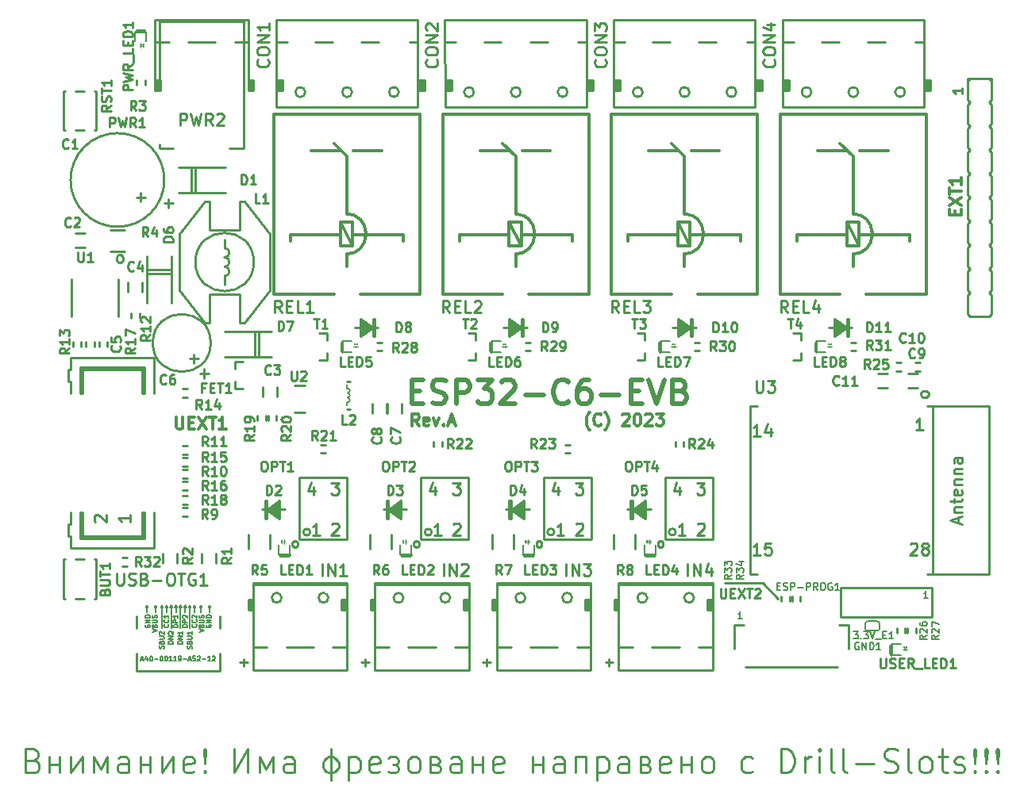
<source format=gbr>
G04 #@! TF.GenerationSoftware,KiCad,Pcbnew,5.1.0-rc2-unknown-036be7d~80~ubuntu16.04.1*
G04 #@! TF.CreationDate,2023-03-31T11:14:17+03:00*
G04 #@! TF.ProjectId,ESP32-C6-EVB_Rev_A,45535033-322d-4433-962d-4556425f5265,A*
G04 #@! TF.SameCoordinates,Original*
G04 #@! TF.FileFunction,Legend,Top*
G04 #@! TF.FilePolarity,Positive*
%FSLAX46Y46*%
G04 Gerber Fmt 4.6, Leading zero omitted, Abs format (unit mm)*
G04 Created by KiCad (PCBNEW 5.1.0-rc2-unknown-036be7d~80~ubuntu16.04.1) date 2023-03-31 11:14:17*
%MOMM*%
%LPD*%
G04 APERTURE LIST*
%ADD10C,0.190500*%
%ADD11C,0.254000*%
%ADD12C,0.317500*%
%ADD13C,0.508000*%
%ADD14C,0.300000*%
%ADD15C,0.150000*%
%ADD16C,0.152400*%
%ADD17C,0.200000*%
%ADD18C,0.127000*%
%ADD19C,0.100000*%
%ADD20C,0.050000*%
G04 APERTURE END LIST*
D10*
X182970714Y-117057714D02*
X182535285Y-117057714D01*
X182753000Y-117057714D02*
X182753000Y-116295714D01*
X182680428Y-116404571D01*
X182607857Y-116477142D01*
X182535285Y-116513428D01*
D11*
X165354000Y-115443000D02*
X167005000Y-117094000D01*
X161290000Y-115443000D02*
X165354000Y-115443000D01*
X186641619Y-62574714D02*
X186641619Y-63155285D01*
X186641619Y-62865000D02*
X185625619Y-62865000D01*
X185770761Y-62961761D01*
X185867523Y-63058523D01*
X185915904Y-63155285D01*
X148583952Y-123897571D02*
X149358047Y-123897571D01*
X148971000Y-124284619D02*
X148971000Y-123510523D01*
X135502952Y-123897571D02*
X136277047Y-123897571D01*
X135890000Y-124284619D02*
X135890000Y-123510523D01*
X122548952Y-123897571D02*
X123323047Y-123897571D01*
X122936000Y-124284619D02*
X122936000Y-123510523D01*
X109594952Y-123897571D02*
X110369047Y-123897571D01*
X109982000Y-124284619D02*
X109982000Y-123510523D01*
D12*
X146902714Y-99102333D02*
X146842238Y-99041857D01*
X146721285Y-98860428D01*
X146660809Y-98739476D01*
X146600333Y-98558047D01*
X146539857Y-98255666D01*
X146539857Y-98013761D01*
X146600333Y-97711380D01*
X146660809Y-97529952D01*
X146721285Y-97409000D01*
X146842238Y-97227571D01*
X146902714Y-97167095D01*
X148112238Y-98497571D02*
X148051761Y-98558047D01*
X147870333Y-98618523D01*
X147749380Y-98618523D01*
X147567952Y-98558047D01*
X147447000Y-98437095D01*
X147386523Y-98316142D01*
X147326047Y-98074238D01*
X147326047Y-97892809D01*
X147386523Y-97650904D01*
X147447000Y-97529952D01*
X147567952Y-97409000D01*
X147749380Y-97348523D01*
X147870333Y-97348523D01*
X148051761Y-97409000D01*
X148112238Y-97469476D01*
X148535571Y-99102333D02*
X148596047Y-99041857D01*
X148717000Y-98860428D01*
X148777476Y-98739476D01*
X148837952Y-98558047D01*
X148898428Y-98255666D01*
X148898428Y-98013761D01*
X148837952Y-97711380D01*
X148777476Y-97529952D01*
X148717000Y-97409000D01*
X148596047Y-97227571D01*
X148535571Y-97167095D01*
X150410333Y-97469476D02*
X150470809Y-97409000D01*
X150591761Y-97348523D01*
X150894142Y-97348523D01*
X151015095Y-97409000D01*
X151075571Y-97469476D01*
X151136047Y-97590428D01*
X151136047Y-97711380D01*
X151075571Y-97892809D01*
X150349857Y-98618523D01*
X151136047Y-98618523D01*
X151922238Y-97348523D02*
X152043190Y-97348523D01*
X152164142Y-97409000D01*
X152224619Y-97469476D01*
X152285095Y-97590428D01*
X152345571Y-97832333D01*
X152345571Y-98134714D01*
X152285095Y-98376619D01*
X152224619Y-98497571D01*
X152164142Y-98558047D01*
X152043190Y-98618523D01*
X151922238Y-98618523D01*
X151801285Y-98558047D01*
X151740809Y-98497571D01*
X151680333Y-98376619D01*
X151619857Y-98134714D01*
X151619857Y-97832333D01*
X151680333Y-97590428D01*
X151740809Y-97469476D01*
X151801285Y-97409000D01*
X151922238Y-97348523D01*
X152829380Y-97469476D02*
X152889857Y-97409000D01*
X153010809Y-97348523D01*
X153313190Y-97348523D01*
X153434142Y-97409000D01*
X153494619Y-97469476D01*
X153555095Y-97590428D01*
X153555095Y-97711380D01*
X153494619Y-97892809D01*
X152768904Y-98618523D01*
X153555095Y-98618523D01*
X153978428Y-97348523D02*
X154764619Y-97348523D01*
X154341285Y-97832333D01*
X154522714Y-97832333D01*
X154643666Y-97892809D01*
X154704142Y-97953285D01*
X154764619Y-98074238D01*
X154764619Y-98376619D01*
X154704142Y-98497571D01*
X154643666Y-98558047D01*
X154522714Y-98618523D01*
X154159857Y-98618523D01*
X154038904Y-98558047D01*
X153978428Y-98497571D01*
X128693333Y-98618523D02*
X128270000Y-98013761D01*
X127967619Y-98618523D02*
X127967619Y-97348523D01*
X128451428Y-97348523D01*
X128572380Y-97409000D01*
X128632857Y-97469476D01*
X128693333Y-97590428D01*
X128693333Y-97771857D01*
X128632857Y-97892809D01*
X128572380Y-97953285D01*
X128451428Y-98013761D01*
X127967619Y-98013761D01*
X129721428Y-98558047D02*
X129600476Y-98618523D01*
X129358571Y-98618523D01*
X129237619Y-98558047D01*
X129177142Y-98437095D01*
X129177142Y-97953285D01*
X129237619Y-97832333D01*
X129358571Y-97771857D01*
X129600476Y-97771857D01*
X129721428Y-97832333D01*
X129781904Y-97953285D01*
X129781904Y-98074238D01*
X129177142Y-98195190D01*
X130205238Y-97771857D02*
X130507619Y-98618523D01*
X130810000Y-97771857D01*
X131293809Y-98497571D02*
X131354285Y-98558047D01*
X131293809Y-98618523D01*
X131233333Y-98558047D01*
X131293809Y-98497571D01*
X131293809Y-98618523D01*
X131838095Y-98255666D02*
X132442857Y-98255666D01*
X131717142Y-98618523D02*
X132140476Y-97348523D01*
X132563809Y-98618523D01*
D13*
X127919238Y-94941571D02*
X128765904Y-94941571D01*
X129128761Y-96272047D02*
X127919238Y-96272047D01*
X127919238Y-93732047D01*
X129128761Y-93732047D01*
X130096380Y-96151095D02*
X130459238Y-96272047D01*
X131064000Y-96272047D01*
X131305904Y-96151095D01*
X131426857Y-96030142D01*
X131547809Y-95788238D01*
X131547809Y-95546333D01*
X131426857Y-95304428D01*
X131305904Y-95183476D01*
X131064000Y-95062523D01*
X130580190Y-94941571D01*
X130338285Y-94820619D01*
X130217333Y-94699666D01*
X130096380Y-94457761D01*
X130096380Y-94215857D01*
X130217333Y-93973952D01*
X130338285Y-93853000D01*
X130580190Y-93732047D01*
X131184952Y-93732047D01*
X131547809Y-93853000D01*
X132636380Y-96272047D02*
X132636380Y-93732047D01*
X133604000Y-93732047D01*
X133845904Y-93853000D01*
X133966857Y-93973952D01*
X134087809Y-94215857D01*
X134087809Y-94578714D01*
X133966857Y-94820619D01*
X133845904Y-94941571D01*
X133604000Y-95062523D01*
X132636380Y-95062523D01*
X134934476Y-93732047D02*
X136506857Y-93732047D01*
X135660190Y-94699666D01*
X136023047Y-94699666D01*
X136264952Y-94820619D01*
X136385904Y-94941571D01*
X136506857Y-95183476D01*
X136506857Y-95788238D01*
X136385904Y-96030142D01*
X136264952Y-96151095D01*
X136023047Y-96272047D01*
X135297333Y-96272047D01*
X135055428Y-96151095D01*
X134934476Y-96030142D01*
X137474476Y-93973952D02*
X137595428Y-93853000D01*
X137837333Y-93732047D01*
X138442095Y-93732047D01*
X138684000Y-93853000D01*
X138804952Y-93973952D01*
X138925904Y-94215857D01*
X138925904Y-94457761D01*
X138804952Y-94820619D01*
X137353523Y-96272047D01*
X138925904Y-96272047D01*
X140014476Y-95304428D02*
X141949714Y-95304428D01*
X144610666Y-96030142D02*
X144489714Y-96151095D01*
X144126857Y-96272047D01*
X143884952Y-96272047D01*
X143522095Y-96151095D01*
X143280190Y-95909190D01*
X143159238Y-95667285D01*
X143038285Y-95183476D01*
X143038285Y-94820619D01*
X143159238Y-94336809D01*
X143280190Y-94094904D01*
X143522095Y-93853000D01*
X143884952Y-93732047D01*
X144126857Y-93732047D01*
X144489714Y-93853000D01*
X144610666Y-93973952D01*
X146787809Y-93732047D02*
X146304000Y-93732047D01*
X146062095Y-93853000D01*
X145941142Y-93973952D01*
X145699238Y-94336809D01*
X145578285Y-94820619D01*
X145578285Y-95788238D01*
X145699238Y-96030142D01*
X145820190Y-96151095D01*
X146062095Y-96272047D01*
X146545904Y-96272047D01*
X146787809Y-96151095D01*
X146908761Y-96030142D01*
X147029714Y-95788238D01*
X147029714Y-95183476D01*
X146908761Y-94941571D01*
X146787809Y-94820619D01*
X146545904Y-94699666D01*
X146062095Y-94699666D01*
X145820190Y-94820619D01*
X145699238Y-94941571D01*
X145578285Y-95183476D01*
X148118285Y-95304428D02*
X150053523Y-95304428D01*
X151263047Y-94941571D02*
X152109714Y-94941571D01*
X152472571Y-96272047D02*
X151263047Y-96272047D01*
X151263047Y-93732047D01*
X152472571Y-93732047D01*
X153198285Y-93732047D02*
X154044952Y-96272047D01*
X154891619Y-93732047D01*
X156584952Y-94941571D02*
X156947809Y-95062523D01*
X157068761Y-95183476D01*
X157189714Y-95425380D01*
X157189714Y-95788238D01*
X157068761Y-96030142D01*
X156947809Y-96151095D01*
X156705904Y-96272047D01*
X155738285Y-96272047D01*
X155738285Y-93732047D01*
X156584952Y-93732047D01*
X156826857Y-93853000D01*
X156947809Y-93973952D01*
X157068761Y-94215857D01*
X157068761Y-94457761D01*
X156947809Y-94699666D01*
X156826857Y-94820619D01*
X156584952Y-94941571D01*
X155738285Y-94941571D01*
D11*
X164000000Y-96500000D02*
X164000000Y-114500000D01*
X189500000Y-96500000D02*
X182880000Y-96500000D01*
X164000000Y-114500000D02*
X164750000Y-114500000D01*
X164000000Y-96500000D02*
X164750000Y-96500000D01*
X189500000Y-114500000D02*
X182880000Y-114500000D01*
X183500000Y-96500000D02*
X183500000Y-114500000D01*
X189500000Y-96500000D02*
X189500000Y-114500000D01*
D14*
X121000000Y-80300000D02*
G75*
G03X123000000Y-78300000I0J2000000D01*
G01*
X123000000Y-78000000D02*
G75*
G03X121000000Y-76000000I-2000000J0D01*
G01*
X121000000Y-69900000D02*
X119600000Y-68500000D01*
X121000000Y-76000000D02*
X121000000Y-70100000D01*
X121000000Y-70100000D02*
X121000000Y-69900000D01*
X117200000Y-69300000D02*
X120300000Y-69300000D01*
X124700000Y-69300000D02*
X121700000Y-69300000D01*
X123000000Y-77900000D02*
X123000000Y-78400000D01*
X121000000Y-81600000D02*
X121000000Y-80300000D01*
X120300000Y-76900000D02*
X121600000Y-79400000D01*
X120300000Y-76900000D02*
X120300000Y-79400000D01*
X120300000Y-79400000D02*
X121600000Y-79400000D01*
X121600000Y-79400000D02*
X121600000Y-76900000D01*
X121600000Y-76900000D02*
X120300000Y-76900000D01*
X115000000Y-78200000D02*
X120300000Y-78200000D01*
X127000000Y-78200000D02*
X121600000Y-78200000D01*
X115000000Y-78900000D02*
X115000000Y-78200000D01*
X127000000Y-78900000D02*
X127000000Y-78200000D01*
X119600000Y-84600000D02*
X113200000Y-84600000D01*
X128800000Y-84600000D02*
X122400000Y-84600000D01*
X113200000Y-65400000D02*
X113200000Y-84600000D01*
X128800000Y-84600000D02*
X128800000Y-65400000D01*
X128800000Y-65400000D02*
X113200000Y-65400000D01*
X139000000Y-80300000D02*
G75*
G03X141000000Y-78300000I0J2000000D01*
G01*
X141000000Y-78000000D02*
G75*
G03X139000000Y-76000000I-2000000J0D01*
G01*
X139000000Y-69900000D02*
X137600000Y-68500000D01*
X139000000Y-76000000D02*
X139000000Y-70100000D01*
X139000000Y-70100000D02*
X139000000Y-69900000D01*
X135200000Y-69300000D02*
X138300000Y-69300000D01*
X142700000Y-69300000D02*
X139700000Y-69300000D01*
X141000000Y-77900000D02*
X141000000Y-78400000D01*
X139000000Y-81600000D02*
X139000000Y-80300000D01*
X138300000Y-76900000D02*
X139600000Y-79400000D01*
X138300000Y-76900000D02*
X138300000Y-79400000D01*
X138300000Y-79400000D02*
X139600000Y-79400000D01*
X139600000Y-79400000D02*
X139600000Y-76900000D01*
X139600000Y-76900000D02*
X138300000Y-76900000D01*
X133000000Y-78200000D02*
X138300000Y-78200000D01*
X145000000Y-78200000D02*
X139600000Y-78200000D01*
X133000000Y-78900000D02*
X133000000Y-78200000D01*
X145000000Y-78900000D02*
X145000000Y-78200000D01*
X137600000Y-84600000D02*
X131200000Y-84600000D01*
X146800000Y-84600000D02*
X140400000Y-84600000D01*
X131200000Y-65400000D02*
X131200000Y-84600000D01*
X146800000Y-84600000D02*
X146800000Y-65400000D01*
X146800000Y-65400000D02*
X131200000Y-65400000D01*
X157000000Y-80300000D02*
G75*
G03X159000000Y-78300000I0J2000000D01*
G01*
X159000000Y-78000000D02*
G75*
G03X157000000Y-76000000I-2000000J0D01*
G01*
X157000000Y-69900000D02*
X155600000Y-68500000D01*
X157000000Y-76000000D02*
X157000000Y-70100000D01*
X157000000Y-70100000D02*
X157000000Y-69900000D01*
X153200000Y-69300000D02*
X156300000Y-69300000D01*
X160700000Y-69300000D02*
X157700000Y-69300000D01*
X159000000Y-77900000D02*
X159000000Y-78400000D01*
X157000000Y-81600000D02*
X157000000Y-80300000D01*
X156300000Y-76900000D02*
X157600000Y-79400000D01*
X156300000Y-76900000D02*
X156300000Y-79400000D01*
X156300000Y-79400000D02*
X157600000Y-79400000D01*
X157600000Y-79400000D02*
X157600000Y-76900000D01*
X157600000Y-76900000D02*
X156300000Y-76900000D01*
X151000000Y-78200000D02*
X156300000Y-78200000D01*
X163000000Y-78200000D02*
X157600000Y-78200000D01*
X151000000Y-78900000D02*
X151000000Y-78200000D01*
X163000000Y-78900000D02*
X163000000Y-78200000D01*
X155600000Y-84600000D02*
X149200000Y-84600000D01*
X164800000Y-84600000D02*
X158400000Y-84600000D01*
X149200000Y-65400000D02*
X149200000Y-84600000D01*
X164800000Y-84600000D02*
X164800000Y-65400000D01*
X164800000Y-65400000D02*
X149200000Y-65400000D01*
X175000000Y-80300000D02*
G75*
G03X177000000Y-78300000I0J2000000D01*
G01*
X177000000Y-78000000D02*
G75*
G03X175000000Y-76000000I-2000000J0D01*
G01*
X175000000Y-69900000D02*
X173600000Y-68500000D01*
X175000000Y-76000000D02*
X175000000Y-70100000D01*
X175000000Y-70100000D02*
X175000000Y-69900000D01*
X171200000Y-69300000D02*
X174300000Y-69300000D01*
X178700000Y-69300000D02*
X175700000Y-69300000D01*
X177000000Y-77900000D02*
X177000000Y-78400000D01*
X175000000Y-81600000D02*
X175000000Y-80300000D01*
X174300000Y-76900000D02*
X175600000Y-79400000D01*
X174300000Y-76900000D02*
X174300000Y-79400000D01*
X174300000Y-79400000D02*
X175600000Y-79400000D01*
X175600000Y-79400000D02*
X175600000Y-76900000D01*
X175600000Y-76900000D02*
X174300000Y-76900000D01*
X169000000Y-78200000D02*
X174300000Y-78200000D01*
X181000000Y-78200000D02*
X175600000Y-78200000D01*
X169000000Y-78900000D02*
X169000000Y-78200000D01*
X181000000Y-78900000D02*
X181000000Y-78200000D01*
X173600000Y-84600000D02*
X167200000Y-84600000D01*
X182800000Y-84600000D02*
X176400000Y-84600000D01*
X167200000Y-65400000D02*
X167200000Y-84600000D01*
X182800000Y-84600000D02*
X182800000Y-65400000D01*
X182800000Y-65400000D02*
X167200000Y-65400000D01*
D11*
X100670000Y-62800000D02*
X100670000Y-61700000D01*
X100850000Y-62800000D02*
X100850000Y-61710000D01*
X101100000Y-62800000D02*
X101100000Y-61700000D01*
X101100000Y-61700000D02*
X100500000Y-61700000D01*
X100500000Y-62800000D02*
X101100000Y-62800000D01*
X110750000Y-62800000D02*
X110750000Y-61700000D01*
X110990000Y-61700000D02*
X110510000Y-61700000D01*
X110990000Y-62800000D02*
X110990000Y-61700000D01*
X110510000Y-62800000D02*
X110990000Y-62800000D01*
X100500000Y-57700000D02*
X101990000Y-57700000D01*
X110510000Y-57700000D02*
X109020000Y-57700000D01*
X106970000Y-57700000D02*
X104030000Y-57700000D01*
X110510000Y-55310000D02*
X100500000Y-55300000D01*
X100500000Y-55300000D02*
X100497000Y-62735000D01*
X110511000Y-62805000D02*
X110510000Y-55310000D01*
X100975000Y-69000000D02*
X100975000Y-68619000D01*
X100975000Y-55500000D02*
X100975000Y-62777000D01*
X100974720Y-69000000D02*
X102453000Y-69000000D01*
X110027000Y-69000000D02*
X108422000Y-69000000D01*
X110027000Y-55500000D02*
X100975000Y-55500000D01*
X110027000Y-69000000D02*
X110027000Y-55500000D01*
X163460000Y-124385000D02*
X173340000Y-124385000D01*
X174510000Y-119915000D02*
X173460000Y-119915000D01*
X174510000Y-122415000D02*
X174510000Y-119915000D01*
X162290000Y-119915000D02*
X163340000Y-119915000D01*
X162290000Y-122415000D02*
X162290000Y-119915000D01*
X183382000Y-115883000D02*
X183382000Y-119083000D01*
X173682000Y-115883000D02*
X183382000Y-115883000D01*
X173682000Y-119083000D02*
X173682000Y-115883000D01*
X183382000Y-119083000D02*
X173682000Y-119083000D01*
X144526000Y-100647500D02*
X144272000Y-100647500D01*
X144526000Y-100647500D02*
X144780000Y-100647500D01*
X144526000Y-101536500D02*
X144780000Y-101536500D01*
X144526000Y-101536500D02*
X144272000Y-101536500D01*
X115951000Y-110744000D02*
X115951000Y-104140000D01*
X121031000Y-110744000D02*
X115951000Y-110744000D01*
X121031000Y-104140000D02*
X121031000Y-110744000D01*
X115951000Y-104140000D02*
X121031000Y-104140000D01*
X117072210Y-109982000D02*
G75*
G03X117072210Y-109982000I-359210J0D01*
G01*
X125349000Y-96266000D02*
X125349000Y-97282000D01*
X126873000Y-96266000D02*
X126873000Y-97282000D01*
X125222000Y-96266000D02*
X125222000Y-97282000D01*
X123698000Y-96266000D02*
X123698000Y-97282000D01*
X101520000Y-72390000D02*
G75*
G03X101520000Y-72390000I-5000000J0D01*
G01*
D15*
X176530000Y-120523000D02*
X177546000Y-120523000D01*
X176276000Y-119761000D02*
X176276000Y-120269000D01*
X177546000Y-119507000D02*
X176530000Y-119507000D01*
X177800000Y-120269000D02*
X177800000Y-119761000D01*
D16*
X177800000Y-119761000D02*
G75*
G03X177546000Y-119507000I-254000J0D01*
G01*
X176530000Y-119507000D02*
G75*
G03X176276000Y-119761000I0J-254000D01*
G01*
X176276000Y-120269000D02*
G75*
G03X176530000Y-120523000I254000J0D01*
G01*
X177546000Y-120523000D02*
G75*
G03X177800000Y-120269000I0J254000D01*
G01*
D11*
X92000000Y-112900000D02*
X93000000Y-112900000D01*
X92000000Y-117100000D02*
X93000000Y-117100000D01*
X90800000Y-117100000D02*
X90900000Y-117100000D01*
X90800000Y-112900000D02*
X90800000Y-117100000D01*
X90900000Y-112900000D02*
X90800000Y-112900000D01*
X94200000Y-112900000D02*
X94100000Y-112900000D01*
X94200000Y-117100000D02*
X94100000Y-117100000D01*
X94200000Y-112900000D02*
X94200000Y-117100000D01*
X93091000Y-79629000D02*
X92075000Y-79629000D01*
X93091000Y-78105000D02*
X92075000Y-78105000D01*
X112014000Y-94488000D02*
X112014000Y-95504000D01*
X113538000Y-94488000D02*
X113538000Y-95504000D01*
X99187000Y-83312000D02*
X99187000Y-84328000D01*
X97663000Y-83312000D02*
X97663000Y-84328000D01*
X93154500Y-89916000D02*
X93154500Y-90170000D01*
X93154500Y-89916000D02*
X93154500Y-89662000D01*
X94043500Y-89916000D02*
X94043500Y-89662000D01*
X94043500Y-89916000D02*
X94043500Y-90170000D01*
X106465021Y-89789000D02*
G75*
G03X106465021Y-89789000I-3087021J0D01*
G01*
X180848000Y-94615000D02*
X181864000Y-94615000D01*
X180848000Y-93091000D02*
X181864000Y-93091000D01*
X181864000Y-91884500D02*
X182118000Y-91884500D01*
X181864000Y-91884500D02*
X181610000Y-91884500D01*
X181864000Y-92773500D02*
X181610000Y-92773500D01*
X181864000Y-92773500D02*
X182118000Y-92773500D01*
X178689000Y-93091000D02*
X177673000Y-93091000D01*
X178689000Y-94615000D02*
X177673000Y-94615000D01*
X126523450Y-63000000D02*
G75*
G03X126523450Y-63000000I-523450J0D01*
G01*
X121533450Y-63010000D02*
G75*
G03X121533450Y-63010000I-523450J0D01*
G01*
X128990000Y-62800000D02*
X128990000Y-61700000D01*
X128750000Y-62800000D02*
X128750000Y-61700000D01*
X114100000Y-62800000D02*
X114100000Y-61700000D01*
X113850000Y-62800000D02*
X113850000Y-61710000D01*
X113670000Y-62800000D02*
X113670000Y-61700000D01*
X116543450Y-63010000D02*
G75*
G03X116543450Y-63010000I-523450J0D01*
G01*
X128540000Y-55310000D02*
X113440000Y-55310000D01*
X113440000Y-55310000D02*
X113450000Y-64590000D01*
X113450000Y-64590000D02*
X128550000Y-64590000D01*
X128550000Y-64590000D02*
X128540000Y-55310000D01*
X127640000Y-57700000D02*
X128540000Y-57700000D01*
X124380000Y-57700000D02*
X122520000Y-57700000D01*
X119450000Y-57700000D02*
X117630000Y-57700000D01*
X114630000Y-57700000D02*
X113440000Y-57700000D01*
X128550000Y-62800000D02*
X129250000Y-62800000D01*
X129250000Y-61700000D02*
X128550000Y-61700000D01*
X129250000Y-62800000D02*
X129250000Y-61700000D01*
X129120000Y-62760000D02*
X129120000Y-61700000D01*
X113450000Y-62800000D02*
X114150000Y-62800000D01*
X114150000Y-62800000D02*
X114150000Y-61700000D01*
X114150000Y-61700000D02*
X113450000Y-61700000D01*
X144523450Y-63000000D02*
G75*
G03X144523450Y-63000000I-523450J0D01*
G01*
X139533450Y-63010000D02*
G75*
G03X139533450Y-63010000I-523450J0D01*
G01*
X146990000Y-62800000D02*
X146990000Y-61700000D01*
X146750000Y-62800000D02*
X146750000Y-61700000D01*
X132100000Y-62800000D02*
X132100000Y-61700000D01*
X131850000Y-62800000D02*
X131850000Y-61710000D01*
X131670000Y-62800000D02*
X131670000Y-61700000D01*
X134543450Y-63010000D02*
G75*
G03X134543450Y-63010000I-523450J0D01*
G01*
X146540000Y-55310000D02*
X131440000Y-55310000D01*
X131440000Y-55310000D02*
X131450000Y-64590000D01*
X131450000Y-64590000D02*
X146550000Y-64590000D01*
X146550000Y-64590000D02*
X146540000Y-55310000D01*
X145640000Y-57700000D02*
X146540000Y-57700000D01*
X142380000Y-57700000D02*
X140520000Y-57700000D01*
X137450000Y-57700000D02*
X135630000Y-57700000D01*
X132630000Y-57700000D02*
X131440000Y-57700000D01*
X146550000Y-62800000D02*
X147250000Y-62800000D01*
X147250000Y-61700000D02*
X146550000Y-61700000D01*
X147250000Y-62800000D02*
X147250000Y-61700000D01*
X147120000Y-62760000D02*
X147120000Y-61700000D01*
X131450000Y-62800000D02*
X132150000Y-62800000D01*
X132150000Y-62800000D02*
X132150000Y-61700000D01*
X132150000Y-61700000D02*
X131450000Y-61700000D01*
X150150000Y-61700000D02*
X149450000Y-61700000D01*
X150150000Y-62800000D02*
X150150000Y-61700000D01*
X149450000Y-62800000D02*
X150150000Y-62800000D01*
X165120000Y-62760000D02*
X165120000Y-61700000D01*
X165250000Y-62800000D02*
X165250000Y-61700000D01*
X165250000Y-61700000D02*
X164550000Y-61700000D01*
X164550000Y-62800000D02*
X165250000Y-62800000D01*
X150630000Y-57700000D02*
X149440000Y-57700000D01*
X155450000Y-57700000D02*
X153630000Y-57700000D01*
X160380000Y-57700000D02*
X158520000Y-57700000D01*
X163640000Y-57700000D02*
X164540000Y-57700000D01*
X164550000Y-64590000D02*
X164540000Y-55310000D01*
X149450000Y-64590000D02*
X164550000Y-64590000D01*
X149440000Y-55310000D02*
X149450000Y-64590000D01*
X164540000Y-55310000D02*
X149440000Y-55310000D01*
X152543450Y-63010000D02*
G75*
G03X152543450Y-63010000I-523450J0D01*
G01*
X149670000Y-62800000D02*
X149670000Y-61700000D01*
X149850000Y-62800000D02*
X149850000Y-61710000D01*
X150100000Y-62800000D02*
X150100000Y-61700000D01*
X164750000Y-62800000D02*
X164750000Y-61700000D01*
X164990000Y-62800000D02*
X164990000Y-61700000D01*
X157533450Y-63010000D02*
G75*
G03X157533450Y-63010000I-523450J0D01*
G01*
X162523450Y-63000000D02*
G75*
G03X162523450Y-63000000I-523450J0D01*
G01*
X168150000Y-61700000D02*
X167450000Y-61700000D01*
X168150000Y-62800000D02*
X168150000Y-61700000D01*
X167450000Y-62800000D02*
X168150000Y-62800000D01*
X183120000Y-62760000D02*
X183120000Y-61700000D01*
X183250000Y-62800000D02*
X183250000Y-61700000D01*
X183250000Y-61700000D02*
X182550000Y-61700000D01*
X182550000Y-62800000D02*
X183250000Y-62800000D01*
X168630000Y-57700000D02*
X167440000Y-57700000D01*
X173450000Y-57700000D02*
X171630000Y-57700000D01*
X178380000Y-57700000D02*
X176520000Y-57700000D01*
X181640000Y-57700000D02*
X182540000Y-57700000D01*
X182550000Y-64590000D02*
X182540000Y-55310000D01*
X167450000Y-64590000D02*
X182550000Y-64590000D01*
X167440000Y-55310000D02*
X167450000Y-64590000D01*
X182540000Y-55310000D02*
X167440000Y-55310000D01*
X170543450Y-63010000D02*
G75*
G03X170543450Y-63010000I-523450J0D01*
G01*
X167670000Y-62800000D02*
X167670000Y-61700000D01*
X167850000Y-62800000D02*
X167850000Y-61710000D01*
X168100000Y-62800000D02*
X168100000Y-61700000D01*
X182750000Y-62800000D02*
X182750000Y-61700000D01*
X182990000Y-62800000D02*
X182990000Y-61700000D01*
X175533450Y-63010000D02*
G75*
G03X175533450Y-63010000I-523450J0D01*
G01*
X180523450Y-63000000D02*
G75*
G03X180523450Y-63000000I-523450J0D01*
G01*
X104847000Y-71040000D02*
X104847000Y-73740000D01*
X108037000Y-71040000D02*
X103037000Y-71040000D01*
X104407000Y-71040000D02*
X104407000Y-73740000D01*
X103037000Y-73740000D02*
X108037000Y-73740000D01*
X112903000Y-107696000D02*
X112903000Y-107315000D01*
X113030000Y-107823000D02*
X113030000Y-107188000D01*
X113157000Y-107950000D02*
X113157000Y-107188000D01*
X113284000Y-107950000D02*
X113284000Y-107061000D01*
X113411000Y-107061000D02*
X113411000Y-108204000D01*
X113538000Y-108204000D02*
X113538000Y-106934000D01*
X113665000Y-106807000D02*
X113665000Y-108331000D01*
X112445800Y-108508800D02*
X112268000Y-108508800D01*
X112445800Y-106603800D02*
X112268000Y-106603800D01*
X112268000Y-108508800D02*
X112268000Y-106603800D01*
X113817400Y-108508800D02*
X113817400Y-106603800D01*
X112445800Y-108508800D02*
X112445800Y-106603800D01*
X112445800Y-107594400D02*
X113817400Y-106603800D01*
X113817400Y-108508800D02*
X112445800Y-107594400D01*
X114401600Y-107556300D02*
X111925100Y-107556300D01*
X125857000Y-107696000D02*
X125857000Y-107315000D01*
X125984000Y-107823000D02*
X125984000Y-107188000D01*
X126111000Y-107950000D02*
X126111000Y-107188000D01*
X126238000Y-107950000D02*
X126238000Y-107061000D01*
X126365000Y-107061000D02*
X126365000Y-108204000D01*
X126492000Y-108204000D02*
X126492000Y-106934000D01*
X126619000Y-106807000D02*
X126619000Y-108331000D01*
X125399800Y-108508800D02*
X125222000Y-108508800D01*
X125399800Y-106603800D02*
X125222000Y-106603800D01*
X125222000Y-108508800D02*
X125222000Y-106603800D01*
X126771400Y-108508800D02*
X126771400Y-106603800D01*
X125399800Y-108508800D02*
X125399800Y-106603800D01*
X125399800Y-107594400D02*
X126771400Y-106603800D01*
X126771400Y-108508800D02*
X125399800Y-107594400D01*
X127355600Y-107556300D02*
X124879100Y-107556300D01*
X140436600Y-107556300D02*
X137960100Y-107556300D01*
X139852400Y-108508800D02*
X138480800Y-107594400D01*
X138480800Y-107594400D02*
X139852400Y-106603800D01*
X138480800Y-108508800D02*
X138480800Y-106603800D01*
X139852400Y-108508800D02*
X139852400Y-106603800D01*
X138303000Y-108508800D02*
X138303000Y-106603800D01*
X138480800Y-106603800D02*
X138303000Y-106603800D01*
X138480800Y-108508800D02*
X138303000Y-108508800D01*
X139700000Y-106807000D02*
X139700000Y-108331000D01*
X139573000Y-108204000D02*
X139573000Y-106934000D01*
X139446000Y-107061000D02*
X139446000Y-108204000D01*
X139319000Y-107950000D02*
X139319000Y-107061000D01*
X139192000Y-107950000D02*
X139192000Y-107188000D01*
X139065000Y-107823000D02*
X139065000Y-107188000D01*
X138938000Y-107696000D02*
X138938000Y-107315000D01*
X151892000Y-107696000D02*
X151892000Y-107315000D01*
X152019000Y-107823000D02*
X152019000Y-107188000D01*
X152146000Y-107950000D02*
X152146000Y-107188000D01*
X152273000Y-107950000D02*
X152273000Y-107061000D01*
X152400000Y-107061000D02*
X152400000Y-108204000D01*
X152527000Y-108204000D02*
X152527000Y-106934000D01*
X152654000Y-106807000D02*
X152654000Y-108331000D01*
X151434800Y-108508800D02*
X151257000Y-108508800D01*
X151434800Y-106603800D02*
X151257000Y-106603800D01*
X151257000Y-108508800D02*
X151257000Y-106603800D01*
X152806400Y-108508800D02*
X152806400Y-106603800D01*
X151434800Y-108508800D02*
X151434800Y-106603800D01*
X151434800Y-107594400D02*
X152806400Y-106603800D01*
X152806400Y-108508800D02*
X151434800Y-107594400D01*
X153390600Y-107556300D02*
X150914100Y-107556300D01*
X102315000Y-82368000D02*
X99615000Y-82368000D01*
X102315000Y-85558000D02*
X102315000Y-80558000D01*
X102315000Y-81928000D02*
X99615000Y-81928000D01*
X99615000Y-80558000D02*
X99615000Y-85558000D01*
X112990000Y-88566000D02*
X107990000Y-88566000D01*
X111620000Y-91266000D02*
X111620000Y-88566000D01*
X107990000Y-91266000D02*
X112990000Y-91266000D01*
X111180000Y-91266000D02*
X111180000Y-88566000D01*
X121818400Y-88150700D02*
X124294900Y-88150700D01*
X122402600Y-87198200D02*
X123774200Y-88112600D01*
X123774200Y-88112600D02*
X122402600Y-89103200D01*
X123774200Y-87198200D02*
X123774200Y-89103200D01*
X122402600Y-87198200D02*
X122402600Y-89103200D01*
X123952000Y-87198200D02*
X123952000Y-89103200D01*
X123774200Y-89103200D02*
X123952000Y-89103200D01*
X123774200Y-87198200D02*
X123952000Y-87198200D01*
X122555000Y-88900000D02*
X122555000Y-87376000D01*
X122682000Y-87503000D02*
X122682000Y-88773000D01*
X122809000Y-88646000D02*
X122809000Y-87503000D01*
X122936000Y-87757000D02*
X122936000Y-88646000D01*
X123063000Y-87757000D02*
X123063000Y-88519000D01*
X123190000Y-87884000D02*
X123190000Y-88519000D01*
X123317000Y-88011000D02*
X123317000Y-88392000D01*
X137693400Y-88150700D02*
X140169900Y-88150700D01*
X138277600Y-87198200D02*
X139649200Y-88112600D01*
X139649200Y-88112600D02*
X138277600Y-89103200D01*
X139649200Y-87198200D02*
X139649200Y-89103200D01*
X138277600Y-87198200D02*
X138277600Y-89103200D01*
X139827000Y-87198200D02*
X139827000Y-89103200D01*
X139649200Y-89103200D02*
X139827000Y-89103200D01*
X139649200Y-87198200D02*
X139827000Y-87198200D01*
X138430000Y-88900000D02*
X138430000Y-87376000D01*
X138557000Y-87503000D02*
X138557000Y-88773000D01*
X138684000Y-88646000D02*
X138684000Y-87503000D01*
X138811000Y-87757000D02*
X138811000Y-88646000D01*
X138938000Y-87757000D02*
X138938000Y-88519000D01*
X139065000Y-87884000D02*
X139065000Y-88519000D01*
X139192000Y-88011000D02*
X139192000Y-88392000D01*
X157226000Y-88011000D02*
X157226000Y-88392000D01*
X157099000Y-87884000D02*
X157099000Y-88519000D01*
X156972000Y-87757000D02*
X156972000Y-88519000D01*
X156845000Y-87757000D02*
X156845000Y-88646000D01*
X156718000Y-88646000D02*
X156718000Y-87503000D01*
X156591000Y-87503000D02*
X156591000Y-88773000D01*
X156464000Y-88900000D02*
X156464000Y-87376000D01*
X157683200Y-87198200D02*
X157861000Y-87198200D01*
X157683200Y-89103200D02*
X157861000Y-89103200D01*
X157861000Y-87198200D02*
X157861000Y-89103200D01*
X156311600Y-87198200D02*
X156311600Y-89103200D01*
X157683200Y-87198200D02*
X157683200Y-89103200D01*
X157683200Y-88112600D02*
X156311600Y-89103200D01*
X156311600Y-87198200D02*
X157683200Y-88112600D01*
X155727400Y-88150700D02*
X158203900Y-88150700D01*
X172364400Y-88150700D02*
X174840900Y-88150700D01*
X172948600Y-87198200D02*
X174320200Y-88112600D01*
X174320200Y-88112600D02*
X172948600Y-89103200D01*
X174320200Y-87198200D02*
X174320200Y-89103200D01*
X172948600Y-87198200D02*
X172948600Y-89103200D01*
X174498000Y-87198200D02*
X174498000Y-89103200D01*
X174320200Y-89103200D02*
X174498000Y-89103200D01*
X174320200Y-87198200D02*
X174498000Y-87198200D01*
X173101000Y-88900000D02*
X173101000Y-87376000D01*
X173228000Y-87503000D02*
X173228000Y-88773000D01*
X173355000Y-88646000D02*
X173355000Y-87503000D01*
X173482000Y-87757000D02*
X173482000Y-88646000D01*
X173609000Y-87757000D02*
X173609000Y-88519000D01*
X173736000Y-87884000D02*
X173736000Y-88519000D01*
X173863000Y-88011000D02*
X173863000Y-88392000D01*
X187230000Y-84664000D02*
X187484000Y-84410000D01*
X189516000Y-84410000D02*
X189770000Y-84664000D01*
X189770000Y-84664000D02*
X189770000Y-86696000D01*
X187230000Y-86696000D02*
X187230000Y-84664000D01*
X187484000Y-86950000D02*
X187230000Y-86696000D01*
X189770000Y-86696000D02*
X189516000Y-86950000D01*
X189770000Y-84156000D02*
X189516000Y-84410000D01*
X187230000Y-84664000D02*
X187484000Y-84410000D01*
X187484000Y-84410000D02*
X187230000Y-84156000D01*
X187230000Y-86696000D02*
X187230000Y-84664000D01*
X189516000Y-84410000D02*
X189770000Y-84664000D01*
X189770000Y-84664000D02*
X189770000Y-86696000D01*
X189516000Y-86950000D02*
X187484000Y-86950000D01*
X187484000Y-86950000D02*
X187230000Y-86696000D01*
X187230000Y-84156000D02*
X187230000Y-82124000D01*
X189770000Y-86696000D02*
X189516000Y-86950000D01*
X189770000Y-82124000D02*
X189770000Y-84156000D01*
X189516000Y-81870000D02*
X189770000Y-82124000D01*
X187230000Y-82124000D02*
X187484000Y-81870000D01*
X187230000Y-77044000D02*
X187484000Y-76790000D01*
X189516000Y-76790000D02*
X189770000Y-77044000D01*
X189770000Y-77044000D02*
X189770000Y-79076000D01*
X189770000Y-81616000D02*
X189516000Y-81870000D01*
X187230000Y-79076000D02*
X187230000Y-77044000D01*
X187484000Y-81870000D02*
X187230000Y-81616000D01*
X189770000Y-79584000D02*
X189770000Y-81616000D01*
X189516000Y-79330000D02*
X189770000Y-79584000D01*
X187230000Y-81616000D02*
X187230000Y-79584000D01*
X187484000Y-79330000D02*
X187230000Y-79076000D01*
X187230000Y-79584000D02*
X187484000Y-79330000D01*
X189770000Y-79076000D02*
X189516000Y-79330000D01*
X189770000Y-81616000D02*
X189516000Y-81870000D01*
X187484000Y-81870000D02*
X187230000Y-81616000D01*
X187230000Y-81616000D02*
X187230000Y-79584000D01*
X189770000Y-79584000D02*
X189770000Y-81616000D01*
X189516000Y-79330000D02*
X189770000Y-79584000D01*
X187230000Y-79584000D02*
X187484000Y-79330000D01*
X187230000Y-74504000D02*
X187484000Y-74250000D01*
X189516000Y-74250000D02*
X189770000Y-74504000D01*
X189770000Y-74504000D02*
X189770000Y-76536000D01*
X187230000Y-76536000D02*
X187230000Y-74504000D01*
X187484000Y-76790000D02*
X187230000Y-76536000D01*
X189770000Y-76536000D02*
X189516000Y-76790000D01*
X189770000Y-73996000D02*
X189516000Y-74250000D01*
X187230000Y-74504000D02*
X187484000Y-74250000D01*
X187484000Y-74250000D02*
X187230000Y-73996000D01*
X187230000Y-76536000D02*
X187230000Y-74504000D01*
X189516000Y-74250000D02*
X189770000Y-74504000D01*
X189770000Y-74504000D02*
X189770000Y-76536000D01*
X187484000Y-76790000D02*
X187230000Y-76536000D01*
X187230000Y-69424000D02*
X187484000Y-69170000D01*
X187230000Y-73996000D02*
X187230000Y-71964000D01*
X189770000Y-76536000D02*
X189516000Y-76790000D01*
X189770000Y-71964000D02*
X189770000Y-73996000D01*
X189516000Y-71710000D02*
X189770000Y-71964000D01*
X189770000Y-61550000D02*
X189770000Y-61804000D01*
X189770000Y-61804000D02*
X189770000Y-63836000D01*
X189770000Y-63836000D02*
X189516000Y-64090000D01*
X189516000Y-64090000D02*
X189770000Y-64344000D01*
X189770000Y-64344000D02*
X189770000Y-66376000D01*
X189770000Y-66376000D02*
X189516000Y-66630000D01*
X189516000Y-66630000D02*
X189770000Y-66884000D01*
X189770000Y-66884000D02*
X189770000Y-68916000D01*
X189770000Y-68916000D02*
X189516000Y-69170000D01*
X189516000Y-69170000D02*
X189770000Y-69424000D01*
X189770000Y-69424000D02*
X189770000Y-71456000D01*
X189770000Y-71456000D02*
X189516000Y-71710000D01*
X187484000Y-71710000D02*
X187230000Y-71456000D01*
X187230000Y-71456000D02*
X187230000Y-69424000D01*
X187230000Y-71964000D02*
X187484000Y-71710000D01*
X187484000Y-69170000D02*
X187230000Y-68916000D01*
X187230000Y-68916000D02*
X187230000Y-66884000D01*
X189516000Y-61550000D02*
X189770000Y-61804000D01*
X187230000Y-61804000D02*
X187484000Y-61550000D01*
X187230000Y-62058000D02*
X187230000Y-61550000D01*
X187230000Y-66376000D02*
X187230000Y-64344000D01*
X187230000Y-64344000D02*
X187484000Y-64090000D01*
X187484000Y-64090000D02*
X187230000Y-63836000D01*
X187230000Y-63836000D02*
X187230000Y-62058000D01*
X187230000Y-66376000D02*
X187484000Y-66630000D01*
X187484000Y-66630000D02*
X187230000Y-66884000D01*
X189770000Y-61550000D02*
X187230000Y-61550000D01*
X109093000Y-91795600D02*
X109093000Y-92506800D01*
X109931200Y-91795600D02*
X109093000Y-91795600D01*
X109931200Y-94640400D02*
X109093000Y-94640400D01*
X109093000Y-93929200D02*
X109093000Y-94640400D01*
X110990000Y-115600000D02*
X110990000Y-124690000D01*
X121000000Y-115600000D02*
X110990000Y-115600000D01*
X121000000Y-124700000D02*
X121000000Y-115600000D01*
X110990000Y-124690000D02*
X121000000Y-124700000D01*
X114530000Y-122300000D02*
X117470000Y-122300000D01*
X110990000Y-122300000D02*
X112480000Y-122300000D01*
X121000000Y-122300000D02*
X119510000Y-122300000D01*
X114023450Y-117000000D02*
G75*
G03X114023450Y-117000000I-523450J0D01*
G01*
X119013450Y-116990000D02*
G75*
G03X119013450Y-116990000I-523450J0D01*
G01*
X121000000Y-115410000D02*
X110990000Y-115410000D01*
X121000000Y-115840000D02*
X121000000Y-115410000D01*
X110990000Y-115780000D02*
X110990000Y-115410000D01*
X110990000Y-117200000D02*
X110510000Y-117200000D01*
X110510000Y-117200000D02*
X110510000Y-118300000D01*
X110510000Y-118300000D02*
X110990000Y-118300000D01*
X110750000Y-117200000D02*
X110750000Y-118300000D01*
X121000000Y-117200000D02*
X120400000Y-117200000D01*
X120400000Y-118300000D02*
X121000000Y-118300000D01*
X120400000Y-117200000D02*
X120400000Y-118300000D01*
X120650000Y-117200000D02*
X120650000Y-118290000D01*
X120830000Y-117200000D02*
X120830000Y-118300000D01*
X133830000Y-117200000D02*
X133830000Y-118300000D01*
X133650000Y-117200000D02*
X133650000Y-118290000D01*
X133400000Y-117200000D02*
X133400000Y-118300000D01*
X133400000Y-118300000D02*
X134000000Y-118300000D01*
X134000000Y-117200000D02*
X133400000Y-117200000D01*
X123750000Y-117200000D02*
X123750000Y-118300000D01*
X123510000Y-118300000D02*
X123990000Y-118300000D01*
X123510000Y-117200000D02*
X123510000Y-118300000D01*
X123990000Y-117200000D02*
X123510000Y-117200000D01*
X123990000Y-115780000D02*
X123990000Y-115410000D01*
X134000000Y-115840000D02*
X134000000Y-115410000D01*
X134000000Y-115410000D02*
X123990000Y-115410000D01*
X132013450Y-116990000D02*
G75*
G03X132013450Y-116990000I-523450J0D01*
G01*
X127023450Y-117000000D02*
G75*
G03X127023450Y-117000000I-523450J0D01*
G01*
X134000000Y-122300000D02*
X132510000Y-122300000D01*
X123990000Y-122300000D02*
X125480000Y-122300000D01*
X127530000Y-122300000D02*
X130470000Y-122300000D01*
X123990000Y-124690000D02*
X134000000Y-124700000D01*
X134000000Y-124700000D02*
X134000000Y-115600000D01*
X134000000Y-115600000D02*
X123990000Y-115600000D01*
X123990000Y-115600000D02*
X123990000Y-124690000D01*
X146830000Y-117200000D02*
X146830000Y-118300000D01*
X146650000Y-117200000D02*
X146650000Y-118290000D01*
X146400000Y-117200000D02*
X146400000Y-118300000D01*
X146400000Y-118300000D02*
X147000000Y-118300000D01*
X147000000Y-117200000D02*
X146400000Y-117200000D01*
X136750000Y-117200000D02*
X136750000Y-118300000D01*
X136510000Y-118300000D02*
X136990000Y-118300000D01*
X136510000Y-117200000D02*
X136510000Y-118300000D01*
X136990000Y-117200000D02*
X136510000Y-117200000D01*
X136990000Y-115780000D02*
X136990000Y-115410000D01*
X147000000Y-115840000D02*
X147000000Y-115410000D01*
X147000000Y-115410000D02*
X136990000Y-115410000D01*
X145013450Y-116990000D02*
G75*
G03X145013450Y-116990000I-523450J0D01*
G01*
X140023450Y-117000000D02*
G75*
G03X140023450Y-117000000I-523450J0D01*
G01*
X147000000Y-122300000D02*
X145510000Y-122300000D01*
X136990000Y-122300000D02*
X138480000Y-122300000D01*
X140530000Y-122300000D02*
X143470000Y-122300000D01*
X136990000Y-124690000D02*
X147000000Y-124700000D01*
X147000000Y-124700000D02*
X147000000Y-115600000D01*
X147000000Y-115600000D02*
X136990000Y-115600000D01*
X136990000Y-115600000D02*
X136990000Y-124690000D01*
X149990000Y-115600000D02*
X149990000Y-124690000D01*
X160000000Y-115600000D02*
X149990000Y-115600000D01*
X160000000Y-124700000D02*
X160000000Y-115600000D01*
X149990000Y-124690000D02*
X160000000Y-124700000D01*
X153530000Y-122300000D02*
X156470000Y-122300000D01*
X149990000Y-122300000D02*
X151480000Y-122300000D01*
X160000000Y-122300000D02*
X158510000Y-122300000D01*
X153023450Y-117000000D02*
G75*
G03X153023450Y-117000000I-523450J0D01*
G01*
X158013450Y-116990000D02*
G75*
G03X158013450Y-116990000I-523450J0D01*
G01*
X160000000Y-115410000D02*
X149990000Y-115410000D01*
X160000000Y-115840000D02*
X160000000Y-115410000D01*
X149990000Y-115780000D02*
X149990000Y-115410000D01*
X149990000Y-117200000D02*
X149510000Y-117200000D01*
X149510000Y-117200000D02*
X149510000Y-118300000D01*
X149510000Y-118300000D02*
X149990000Y-118300000D01*
X149750000Y-117200000D02*
X149750000Y-118300000D01*
X160000000Y-117200000D02*
X159400000Y-117200000D01*
X159400000Y-118300000D02*
X160000000Y-118300000D01*
X159400000Y-117200000D02*
X159400000Y-118300000D01*
X159650000Y-117200000D02*
X159650000Y-118290000D01*
X159830000Y-117200000D02*
X159830000Y-118300000D01*
X112750000Y-78153000D02*
X112750000Y-84153000D01*
X112750000Y-84153000D02*
X110050000Y-87653000D01*
X110050000Y-87653000D02*
X109550000Y-87653000D01*
X109550000Y-87653000D02*
X109550000Y-84553000D01*
X109550000Y-84553000D02*
X106350000Y-84553000D01*
X106350000Y-84553000D02*
X106350000Y-87653000D01*
X106350000Y-87653000D02*
X105850000Y-87653000D01*
X105850000Y-87653000D02*
X103150000Y-84153000D01*
X103150000Y-84153000D02*
X103150000Y-78153000D01*
X103150000Y-78153000D02*
X105850000Y-74653000D01*
X105850000Y-74653000D02*
X106350000Y-74653000D01*
X106350000Y-74653000D02*
X106350000Y-77753000D01*
X106350000Y-77753000D02*
X109550000Y-77753000D01*
X109550000Y-77753000D02*
X109550000Y-74653000D01*
X109550000Y-74653000D02*
X110050000Y-74653000D01*
X110050000Y-74653000D02*
X112750000Y-78153000D01*
X111061270Y-81153000D02*
G75*
G03X111061270Y-81153000I-3111270J0D01*
G01*
X107950000Y-79653000D02*
X107950000Y-78753000D01*
X107950000Y-83553000D02*
X107950000Y-82653000D01*
X107950000Y-80653000D02*
G75*
G02X107950000Y-81653000I0J-500000D01*
G01*
X107950000Y-81653000D02*
G75*
G02X107950000Y-82653000I0J-500000D01*
G01*
X107950000Y-79653000D02*
G75*
G02X107950000Y-80653000I0J-500000D01*
G01*
D17*
X121058000Y-95127000D02*
G75*
G02X121058000Y-95627000I0J-250000D01*
G01*
X121058000Y-94627000D02*
G75*
G02X121058000Y-95127000I0J-250000D01*
G01*
X121058000Y-95627000D02*
G75*
G02X121058000Y-96127000I0J-250000D01*
G01*
D11*
X120958000Y-96877000D02*
X121358000Y-96877000D01*
X120958000Y-93877000D02*
X121358000Y-93877000D01*
D17*
X121008000Y-94627000D02*
X121008000Y-94277000D01*
X121008000Y-96127000D02*
X121008000Y-96477000D01*
D18*
X113715800Y-112395000D02*
X113715800Y-111379000D01*
X114935000Y-111379000D02*
X114935000Y-112395000D01*
D19*
X114300000Y-110738000D02*
X114300000Y-111258000D01*
X114410000Y-110908000D02*
X114190000Y-110908000D01*
X114410000Y-110908000D02*
X114310000Y-111018000D01*
X114190000Y-110908000D02*
X114290000Y-111008000D01*
X114410000Y-111098000D02*
X114190000Y-111098000D01*
D20*
X114054400Y-111175800D02*
X113944400Y-111045800D01*
X113945400Y-111044200D02*
X113955400Y-111124200D01*
X113945400Y-111044200D02*
X114025400Y-111044200D01*
X113945400Y-110828800D02*
X114025400Y-110828800D01*
X113945400Y-110828800D02*
X113955400Y-110908800D01*
X114075400Y-110968800D02*
X113965400Y-110838800D01*
D11*
X114871500Y-112407700D02*
X114744500Y-112560100D01*
X113779300Y-112407700D02*
X113906300Y-112547400D01*
X114744500Y-112560100D02*
X113919000Y-112560100D01*
X113817400Y-112395000D02*
X114858800Y-112395000D01*
D18*
X126669800Y-112395000D02*
X126669800Y-111379000D01*
X127889000Y-111379000D02*
X127889000Y-112395000D01*
D19*
X127254000Y-110738000D02*
X127254000Y-111258000D01*
X127364000Y-110908000D02*
X127144000Y-110908000D01*
X127364000Y-110908000D02*
X127264000Y-111018000D01*
X127144000Y-110908000D02*
X127244000Y-111008000D01*
X127364000Y-111098000D02*
X127144000Y-111098000D01*
D20*
X127008400Y-111175800D02*
X126898400Y-111045800D01*
X126899400Y-111044200D02*
X126909400Y-111124200D01*
X126899400Y-111044200D02*
X126979400Y-111044200D01*
X126899400Y-110828800D02*
X126979400Y-110828800D01*
X126899400Y-110828800D02*
X126909400Y-110908800D01*
X127029400Y-110968800D02*
X126919400Y-110838800D01*
D11*
X127825500Y-112407700D02*
X127698500Y-112560100D01*
X126733300Y-112407700D02*
X126860300Y-112547400D01*
X127698500Y-112560100D02*
X126873000Y-112560100D01*
X126771400Y-112395000D02*
X127812800Y-112395000D01*
X139852400Y-112395000D02*
X140893800Y-112395000D01*
X140779500Y-112560100D02*
X139954000Y-112560100D01*
X139814300Y-112407700D02*
X139941300Y-112547400D01*
X140906500Y-112407700D02*
X140779500Y-112560100D01*
D20*
X140110400Y-110968800D02*
X140000400Y-110838800D01*
X139980400Y-110828800D02*
X139990400Y-110908800D01*
X139980400Y-110828800D02*
X140060400Y-110828800D01*
X139980400Y-111044200D02*
X140060400Y-111044200D01*
X139980400Y-111044200D02*
X139990400Y-111124200D01*
X140089400Y-111175800D02*
X139979400Y-111045800D01*
D19*
X140445000Y-111098000D02*
X140225000Y-111098000D01*
X140225000Y-110908000D02*
X140325000Y-111008000D01*
X140445000Y-110908000D02*
X140345000Y-111018000D01*
X140445000Y-110908000D02*
X140225000Y-110908000D01*
X140335000Y-110738000D02*
X140335000Y-111258000D01*
D18*
X140970000Y-111379000D02*
X140970000Y-112395000D01*
X139750800Y-112395000D02*
X139750800Y-111379000D01*
X152704800Y-112395000D02*
X152704800Y-111379000D01*
X153924000Y-111379000D02*
X153924000Y-112395000D01*
D19*
X153289000Y-110738000D02*
X153289000Y-111258000D01*
X153399000Y-110908000D02*
X153179000Y-110908000D01*
X153399000Y-110908000D02*
X153299000Y-111018000D01*
X153179000Y-110908000D02*
X153279000Y-111008000D01*
X153399000Y-111098000D02*
X153179000Y-111098000D01*
D20*
X153043400Y-111175800D02*
X152933400Y-111045800D01*
X152934400Y-111044200D02*
X152944400Y-111124200D01*
X152934400Y-111044200D02*
X153014400Y-111044200D01*
X152934400Y-110828800D02*
X153014400Y-110828800D01*
X152934400Y-110828800D02*
X152944400Y-110908800D01*
X153064400Y-110968800D02*
X152954400Y-110838800D01*
D11*
X153860500Y-112407700D02*
X153733500Y-112560100D01*
X152768300Y-112407700D02*
X152895300Y-112547400D01*
X153733500Y-112560100D02*
X152908000Y-112560100D01*
X152806400Y-112395000D02*
X153847800Y-112395000D01*
D18*
X120523000Y-89585800D02*
X121539000Y-89585800D01*
X121539000Y-90805000D02*
X120523000Y-90805000D01*
D19*
X122180000Y-90170000D02*
X121660000Y-90170000D01*
X122010000Y-90280000D02*
X122010000Y-90060000D01*
X122010000Y-90280000D02*
X121900000Y-90180000D01*
X122010000Y-90060000D02*
X121910000Y-90160000D01*
X121820000Y-90280000D02*
X121820000Y-90060000D01*
D20*
X121742200Y-89924400D02*
X121872200Y-89814400D01*
X121873800Y-89815400D02*
X121793800Y-89825400D01*
X121873800Y-89815400D02*
X121873800Y-89895400D01*
X122089200Y-89815400D02*
X122089200Y-89895400D01*
X122089200Y-89815400D02*
X122009200Y-89825400D01*
X121949200Y-89945400D02*
X122079200Y-89835400D01*
D11*
X120510300Y-90741500D02*
X120357900Y-90614500D01*
X120510300Y-89649300D02*
X120370600Y-89776300D01*
X120357900Y-90614500D02*
X120357900Y-89789000D01*
X120523000Y-89687400D02*
X120523000Y-90728800D01*
X136398000Y-89687400D02*
X136398000Y-90728800D01*
X136232900Y-90614500D02*
X136232900Y-89789000D01*
X136385300Y-89649300D02*
X136245600Y-89776300D01*
X136385300Y-90741500D02*
X136232900Y-90614500D01*
D20*
X137824200Y-89945400D02*
X137954200Y-89835400D01*
X137964200Y-89815400D02*
X137884200Y-89825400D01*
X137964200Y-89815400D02*
X137964200Y-89895400D01*
X137748800Y-89815400D02*
X137748800Y-89895400D01*
X137748800Y-89815400D02*
X137668800Y-89825400D01*
X137617200Y-89924400D02*
X137747200Y-89814400D01*
D19*
X137695000Y-90280000D02*
X137695000Y-90060000D01*
X137885000Y-90060000D02*
X137785000Y-90160000D01*
X137885000Y-90280000D02*
X137775000Y-90180000D01*
X137885000Y-90280000D02*
X137885000Y-90060000D01*
X138055000Y-90170000D02*
X137535000Y-90170000D01*
D18*
X137414000Y-90805000D02*
X136398000Y-90805000D01*
X136398000Y-89585800D02*
X137414000Y-89585800D01*
D11*
X154432000Y-89687400D02*
X154432000Y-90728800D01*
X154266900Y-90614500D02*
X154266900Y-89789000D01*
X154419300Y-89649300D02*
X154279600Y-89776300D01*
X154419300Y-90741500D02*
X154266900Y-90614500D01*
D20*
X155858200Y-89945400D02*
X155988200Y-89835400D01*
X155998200Y-89815400D02*
X155918200Y-89825400D01*
X155998200Y-89815400D02*
X155998200Y-89895400D01*
X155782800Y-89815400D02*
X155782800Y-89895400D01*
X155782800Y-89815400D02*
X155702800Y-89825400D01*
X155651200Y-89924400D02*
X155781200Y-89814400D01*
D19*
X155729000Y-90280000D02*
X155729000Y-90060000D01*
X155919000Y-90060000D02*
X155819000Y-90160000D01*
X155919000Y-90280000D02*
X155809000Y-90180000D01*
X155919000Y-90280000D02*
X155919000Y-90060000D01*
X156089000Y-90170000D02*
X155569000Y-90170000D01*
D18*
X155448000Y-90805000D02*
X154432000Y-90805000D01*
X154432000Y-89585800D02*
X155448000Y-89585800D01*
D11*
X171069000Y-89687400D02*
X171069000Y-90728800D01*
X170903900Y-90614500D02*
X170903900Y-89789000D01*
X171056300Y-89649300D02*
X170916600Y-89776300D01*
X171056300Y-90741500D02*
X170903900Y-90614500D01*
D20*
X172495200Y-89945400D02*
X172625200Y-89835400D01*
X172635200Y-89815400D02*
X172555200Y-89825400D01*
X172635200Y-89815400D02*
X172635200Y-89895400D01*
X172419800Y-89815400D02*
X172419800Y-89895400D01*
X172419800Y-89815400D02*
X172339800Y-89825400D01*
X172288200Y-89924400D02*
X172418200Y-89814400D01*
D19*
X172366000Y-90280000D02*
X172366000Y-90060000D01*
X172556000Y-90060000D02*
X172456000Y-90160000D01*
X172556000Y-90280000D02*
X172446000Y-90180000D01*
X172556000Y-90280000D02*
X172556000Y-90060000D01*
X172726000Y-90170000D02*
X172206000Y-90170000D01*
D18*
X172085000Y-90805000D02*
X171069000Y-90805000D01*
X171069000Y-89585800D02*
X172085000Y-89585800D01*
D11*
X130026210Y-109982000D02*
G75*
G03X130026210Y-109982000I-359210J0D01*
G01*
X128905000Y-104140000D02*
X133985000Y-104140000D01*
X133985000Y-104140000D02*
X133985000Y-110744000D01*
X133985000Y-110744000D02*
X128905000Y-110744000D01*
X128905000Y-110744000D02*
X128905000Y-104140000D01*
X141986000Y-110744000D02*
X141986000Y-104140000D01*
X147066000Y-110744000D02*
X141986000Y-110744000D01*
X147066000Y-104140000D02*
X147066000Y-110744000D01*
X141986000Y-104140000D02*
X147066000Y-104140000D01*
X143107210Y-109982000D02*
G75*
G03X143107210Y-109982000I-359210J0D01*
G01*
X156061210Y-109982000D02*
G75*
G03X156061210Y-109982000I-359210J0D01*
G01*
X154940000Y-104140000D02*
X160020000Y-104140000D01*
X160020000Y-104140000D02*
X160020000Y-110744000D01*
X160020000Y-110744000D02*
X154940000Y-110744000D01*
X154940000Y-110744000D02*
X154940000Y-104140000D01*
X99482600Y-56603000D02*
X98441200Y-56603000D01*
X98555500Y-56437900D02*
X99381000Y-56437900D01*
X99520700Y-56590300D02*
X99393700Y-56450600D01*
X98428500Y-56590300D02*
X98555500Y-56437900D01*
D20*
X99224600Y-58029200D02*
X99334600Y-58159200D01*
X99354600Y-58169200D02*
X99344600Y-58089200D01*
X99354600Y-58169200D02*
X99274600Y-58169200D01*
X99354600Y-57953800D02*
X99274600Y-57953800D01*
X99354600Y-57953800D02*
X99344600Y-57873800D01*
X99245600Y-57822200D02*
X99355600Y-57952200D01*
D19*
X98890000Y-57900000D02*
X99110000Y-57900000D01*
X99110000Y-58090000D02*
X99010000Y-57990000D01*
X98890000Y-58090000D02*
X98990000Y-57980000D01*
X98890000Y-58090000D02*
X99110000Y-58090000D01*
X99000000Y-58260000D02*
X99000000Y-57740000D01*
D18*
X98365000Y-57619000D02*
X98365000Y-56603000D01*
X99584200Y-56603000D02*
X99584200Y-57619000D01*
D11*
X105537000Y-112268000D02*
X105537000Y-113284000D01*
X107061000Y-112268000D02*
X107061000Y-113284000D01*
X101346000Y-112268000D02*
X101346000Y-113284000D01*
X102870000Y-112268000D02*
X102870000Y-113284000D01*
X99444500Y-62000000D02*
X99444500Y-61746000D01*
X99444500Y-62000000D02*
X99444500Y-62254000D01*
X98555500Y-62000000D02*
X98555500Y-62254000D01*
X98555500Y-62000000D02*
X98555500Y-61746000D01*
X95758000Y-77724000D02*
X97282000Y-77724000D01*
X95758000Y-80010000D02*
X97282000Y-80010000D01*
X110490000Y-110236000D02*
X110490000Y-111760000D01*
X112776000Y-110236000D02*
X112776000Y-111760000D01*
X125730000Y-110236000D02*
X125730000Y-111760000D01*
X123444000Y-110236000D02*
X123444000Y-111760000D01*
X136525000Y-110236000D02*
X136525000Y-111760000D01*
X138811000Y-110236000D02*
X138811000Y-111760000D01*
X151765000Y-110236000D02*
X151765000Y-111760000D01*
X149479000Y-110236000D02*
X149479000Y-111760000D01*
X103759000Y-108267500D02*
X104013000Y-108267500D01*
X103759000Y-108267500D02*
X103505000Y-108267500D01*
X103759000Y-107378500D02*
X103505000Y-107378500D01*
X103759000Y-107378500D02*
X104013000Y-107378500D01*
X103759000Y-103314500D02*
X104013000Y-103314500D01*
X103759000Y-103314500D02*
X103505000Y-103314500D01*
X103759000Y-104203500D02*
X103505000Y-104203500D01*
X103759000Y-104203500D02*
X104013000Y-104203500D01*
X103759000Y-101663500D02*
X104013000Y-101663500D01*
X103759000Y-101663500D02*
X103505000Y-101663500D01*
X103759000Y-100774500D02*
X103505000Y-100774500D01*
X103759000Y-100774500D02*
X104013000Y-100774500D01*
X98869500Y-86868000D02*
X98869500Y-87122000D01*
X98869500Y-86868000D02*
X98869500Y-86614000D01*
X97980500Y-86868000D02*
X97980500Y-86614000D01*
X97980500Y-86868000D02*
X97980500Y-87122000D01*
X92646500Y-89916000D02*
X92646500Y-89662000D01*
X92646500Y-89916000D02*
X92646500Y-90170000D01*
X91757500Y-89916000D02*
X91757500Y-90170000D01*
X91757500Y-89916000D02*
X91757500Y-89662000D01*
X103759000Y-95567500D02*
X104013000Y-95567500D01*
X103759000Y-95567500D02*
X103505000Y-95567500D01*
X103759000Y-94678500D02*
X103505000Y-94678500D01*
X103759000Y-94678500D02*
X104013000Y-94678500D01*
X103759000Y-102044500D02*
X104013000Y-102044500D01*
X103759000Y-102044500D02*
X103505000Y-102044500D01*
X103759000Y-102933500D02*
X103505000Y-102933500D01*
X103759000Y-102933500D02*
X104013000Y-102933500D01*
X103759000Y-104584500D02*
X104013000Y-104584500D01*
X103759000Y-104584500D02*
X103505000Y-104584500D01*
X103759000Y-105473500D02*
X103505000Y-105473500D01*
X103759000Y-105473500D02*
X104013000Y-105473500D01*
X94551500Y-89916000D02*
X94551500Y-90170000D01*
X94551500Y-89916000D02*
X94551500Y-89662000D01*
X95440500Y-89916000D02*
X95440500Y-89662000D01*
X95440500Y-89916000D02*
X95440500Y-90170000D01*
X103759000Y-106997500D02*
X104013000Y-106997500D01*
X103759000Y-106997500D02*
X103505000Y-106997500D01*
X103759000Y-106108500D02*
X103505000Y-106108500D01*
X103759000Y-106108500D02*
X104013000Y-106108500D01*
X112331500Y-97790000D02*
X112331500Y-97536000D01*
X112331500Y-97790000D02*
X112331500Y-98044000D01*
X111442500Y-97790000D02*
X111442500Y-98044000D01*
X111442500Y-97790000D02*
X111442500Y-97536000D01*
X113474500Y-97790000D02*
X113474500Y-97536000D01*
X113474500Y-97790000D02*
X113474500Y-98044000D01*
X112585500Y-97790000D02*
X112585500Y-98044000D01*
X112585500Y-97790000D02*
X112585500Y-97536000D01*
X118491000Y-100647500D02*
X118237000Y-100647500D01*
X118491000Y-100647500D02*
X118745000Y-100647500D01*
X118491000Y-101536500D02*
X118745000Y-101536500D01*
X118491000Y-101536500D02*
X118237000Y-101536500D01*
X131127500Y-100584000D02*
X131127500Y-100838000D01*
X131127500Y-100584000D02*
X131127500Y-100330000D01*
X130238500Y-100584000D02*
X130238500Y-100330000D01*
X130238500Y-100584000D02*
X130238500Y-100838000D01*
X156908500Y-100584000D02*
X156908500Y-100838000D01*
X156908500Y-100584000D02*
X156908500Y-100330000D01*
X156019500Y-100584000D02*
X156019500Y-100330000D01*
X156019500Y-100584000D02*
X156019500Y-100838000D01*
X179832000Y-92773500D02*
X180086000Y-92773500D01*
X179832000Y-92773500D02*
X179578000Y-92773500D01*
X179832000Y-91884500D02*
X179578000Y-91884500D01*
X179832000Y-91884500D02*
X180086000Y-91884500D01*
X179641500Y-120523000D02*
X179641500Y-120269000D01*
X179641500Y-120523000D02*
X179641500Y-120777000D01*
X180530500Y-120523000D02*
X180530500Y-120777000D01*
X180530500Y-120523000D02*
X180530500Y-120269000D01*
X180784500Y-120523000D02*
X180784500Y-120269000D01*
X180784500Y-120523000D02*
X180784500Y-120777000D01*
X181673500Y-120523000D02*
X181673500Y-120777000D01*
X181673500Y-120523000D02*
X181673500Y-120269000D01*
X124460000Y-89725500D02*
X124206000Y-89725500D01*
X124460000Y-89725500D02*
X124714000Y-89725500D01*
X124460000Y-90614500D02*
X124714000Y-90614500D01*
X124460000Y-90614500D02*
X124206000Y-90614500D01*
X140335000Y-89725500D02*
X140081000Y-89725500D01*
X140335000Y-89725500D02*
X140589000Y-89725500D01*
X140335000Y-90614500D02*
X140589000Y-90614500D01*
X140335000Y-90614500D02*
X140081000Y-90614500D01*
X158369000Y-89725500D02*
X158115000Y-89725500D01*
X158369000Y-89725500D02*
X158623000Y-89725500D01*
X158369000Y-90614500D02*
X158623000Y-90614500D01*
X158369000Y-90614500D02*
X158115000Y-90614500D01*
X175006000Y-90614500D02*
X174752000Y-90614500D01*
X175006000Y-90614500D02*
X175260000Y-90614500D01*
X175006000Y-89725500D02*
X175260000Y-89725500D01*
X175006000Y-89725500D02*
X174752000Y-89725500D01*
X97282000Y-112712500D02*
X97536000Y-112712500D01*
X97282000Y-112712500D02*
X97028000Y-112712500D01*
X97282000Y-113601500D02*
X97028000Y-113601500D01*
X97282000Y-113601500D02*
X97536000Y-113601500D01*
X90800000Y-67100000D02*
X90800000Y-62900000D01*
X90800000Y-62900000D02*
X90900000Y-62900000D01*
X90800000Y-67100000D02*
X90900000Y-67100000D01*
X94100000Y-67100000D02*
X94200000Y-67100000D01*
X94200000Y-67100000D02*
X94200000Y-62900000D01*
X94200000Y-62900000D02*
X94100000Y-62900000D01*
X93000000Y-62900000D02*
X92000000Y-62900000D01*
X93000000Y-67100000D02*
X92000000Y-67100000D01*
X118872000Y-91592400D02*
X118872000Y-90881200D01*
X118033800Y-91592400D02*
X118872000Y-91592400D01*
X118033800Y-88747600D02*
X118872000Y-88747600D01*
X118872000Y-89458800D02*
X118872000Y-88747600D01*
X134747000Y-91592400D02*
X134747000Y-90881200D01*
X133908800Y-91592400D02*
X134747000Y-91592400D01*
X133908800Y-88747600D02*
X134747000Y-88747600D01*
X134747000Y-89458800D02*
X134747000Y-88747600D01*
X152781000Y-89458800D02*
X152781000Y-88747600D01*
X151942800Y-88747600D02*
X152781000Y-88747600D01*
X151942800Y-91592400D02*
X152781000Y-91592400D01*
X152781000Y-91592400D02*
X152781000Y-90881200D01*
X169418000Y-89458800D02*
X169418000Y-88747600D01*
X168579800Y-88747600D02*
X169418000Y-88747600D01*
X168579800Y-91592400D02*
X169418000Y-91592400D01*
X169418000Y-91592400D02*
X169418000Y-90881200D01*
X96607000Y-86963000D02*
X96607000Y-82963000D01*
X91607000Y-86963000D02*
X91607000Y-82963000D01*
X115392200Y-94361000D02*
X116522500Y-94361000D01*
X115392200Y-97167700D02*
X116522500Y-97167700D01*
X92825000Y-107850000D02*
X92571000Y-107850000D01*
X99429000Y-107850000D02*
X99175000Y-107850000D01*
X99429000Y-95150000D02*
X99175000Y-95150000D01*
X92825000Y-95150000D02*
X92571000Y-95150000D01*
X100445000Y-107850000D02*
X100445000Y-111660000D01*
X99429000Y-110644000D02*
X99429000Y-107850000D01*
X92571000Y-110644000D02*
X99429000Y-110644000D01*
X92571000Y-107850000D02*
X92571000Y-110644000D01*
X92571000Y-92356000D02*
X92571000Y-95150000D01*
X99429000Y-92356000D02*
X92571000Y-92356000D01*
X99429000Y-95150000D02*
X99429000Y-92356000D01*
X91555000Y-109120000D02*
X91555000Y-107850000D01*
X91301000Y-109120000D02*
X91555000Y-109120000D01*
X91301000Y-110390000D02*
X91555000Y-110390000D01*
X91301000Y-109120000D02*
X91301000Y-110390000D01*
X91555000Y-95150000D02*
X91555000Y-93880000D01*
X91555000Y-92610000D02*
X91555000Y-91340000D01*
X91555000Y-93880000D02*
X91301000Y-93880000D01*
X91301000Y-92610000D02*
X91301000Y-93880000D01*
X91555000Y-92610000D02*
X91301000Y-92610000D01*
X99175000Y-107850000D02*
X99175000Y-110390000D01*
X99175000Y-92610000D02*
X99175000Y-95150000D01*
X91555000Y-111660000D02*
X100445000Y-111660000D01*
X100445000Y-91340000D02*
X91555000Y-91340000D01*
X100445000Y-91340000D02*
X100445000Y-95150000D01*
X91555000Y-111660000D02*
X91555000Y-110390000D01*
X92825000Y-110390000D02*
X99175000Y-110390000D01*
X99175000Y-92610000D02*
X92825000Y-92610000D01*
X92825000Y-95150000D02*
X92825000Y-92610000D01*
X92825000Y-110390000D02*
X92825000Y-107850000D01*
X92698000Y-110136000D02*
X92698000Y-110517000D01*
X99302000Y-110136000D02*
X99302000Y-110517000D01*
X99302000Y-92737000D02*
X99302000Y-92483000D01*
X92698000Y-92864000D02*
X92698000Y-92356000D01*
D18*
X99650000Y-117750000D02*
X99750000Y-118000000D01*
X99650000Y-117750000D02*
X99550000Y-118000000D01*
X99650000Y-118500000D02*
X99650000Y-117750000D01*
X100600000Y-117750000D02*
X100700000Y-118000000D01*
X100600000Y-117750000D02*
X100500000Y-118000000D01*
X101250000Y-117750000D02*
X101350000Y-118000000D01*
X100600000Y-118500000D02*
X100600000Y-117750000D01*
X101250000Y-120250000D02*
X101250000Y-117750000D01*
X101250000Y-117750000D02*
X101150000Y-118000000D01*
X101750000Y-118500000D02*
X101750000Y-117750000D01*
X102250000Y-120250000D02*
X102250000Y-117750000D01*
X102250000Y-117750000D02*
X102150000Y-118000000D01*
X101750000Y-117750000D02*
X101850000Y-118000000D01*
X102250000Y-117750000D02*
X102350000Y-118000000D01*
X101750000Y-117750000D02*
X101650000Y-118000000D01*
X102750000Y-118500000D02*
X102750000Y-117750000D01*
X102750000Y-117750000D02*
X102650000Y-118000000D01*
X102750000Y-117750000D02*
X102850000Y-118000000D01*
X103250000Y-120250000D02*
X103250000Y-117750000D01*
X103250000Y-117750000D02*
X103350000Y-118000000D01*
X103250000Y-117750000D02*
X103150000Y-118000000D01*
X103750000Y-117750000D02*
X103850000Y-118000000D01*
X103750000Y-118500000D02*
X103750000Y-117750000D01*
X103750000Y-117750000D02*
X103650000Y-118000000D01*
X104250000Y-117750000D02*
X104350000Y-118000000D01*
X104250000Y-120250000D02*
X104250000Y-117750000D01*
X104250000Y-117750000D02*
X104150000Y-118000000D01*
X106350000Y-117750000D02*
X106450000Y-118000000D01*
X106350000Y-118500000D02*
X106350000Y-117750000D01*
X106350000Y-117750000D02*
X106250000Y-118000000D01*
X105400000Y-117750000D02*
X105500000Y-118000000D01*
X105400000Y-117750000D02*
X105300000Y-118000000D01*
X104750000Y-117750000D02*
X104650000Y-118000000D01*
X104750000Y-117750000D02*
X104850000Y-118000000D01*
X105400000Y-117750000D02*
X105400000Y-118500000D01*
X104750000Y-118500000D02*
X104750000Y-117750000D01*
D11*
X98530000Y-122950000D02*
X98530000Y-124818000D01*
X107470000Y-124818000D02*
X107470000Y-122950000D01*
X98530000Y-124818000D02*
X107470000Y-124818000D01*
X107470000Y-118950000D02*
X107470000Y-120250000D01*
X98530000Y-118950000D02*
X98530000Y-120250000D01*
D18*
X179103000Y-121915800D02*
X180119000Y-121915800D01*
X180119000Y-123135000D02*
X179103000Y-123135000D01*
D19*
X180760000Y-122500000D02*
X180240000Y-122500000D01*
X180590000Y-122610000D02*
X180590000Y-122390000D01*
X180590000Y-122610000D02*
X180480000Y-122510000D01*
X180590000Y-122390000D02*
X180490000Y-122490000D01*
X180400000Y-122610000D02*
X180400000Y-122390000D01*
D20*
X180322200Y-122254400D02*
X180452200Y-122144400D01*
X180453800Y-122145400D02*
X180373800Y-122155400D01*
X180453800Y-122145400D02*
X180453800Y-122225400D01*
X180669200Y-122145400D02*
X180669200Y-122225400D01*
X180669200Y-122145400D02*
X180589200Y-122155400D01*
X180529200Y-122275400D02*
X180659200Y-122165400D01*
D11*
X179090300Y-123071500D02*
X178937900Y-122944500D01*
X179090300Y-121979300D02*
X178950600Y-122106300D01*
X178937900Y-122944500D02*
X178937900Y-122119000D01*
X179103000Y-122017400D02*
X179103000Y-123058800D01*
X168211500Y-117094000D02*
X168211500Y-116840000D01*
X168211500Y-117094000D02*
X168211500Y-117348000D01*
X167322500Y-117094000D02*
X167322500Y-117348000D01*
X167322500Y-117094000D02*
X167322500Y-116840000D01*
X168465500Y-117094000D02*
X168465500Y-116840000D01*
X168465500Y-117094000D02*
X168465500Y-117348000D01*
X169354500Y-117094000D02*
X169354500Y-117348000D01*
X169354500Y-117094000D02*
X169354500Y-116840000D01*
X164640380Y-93792523D02*
X164640380Y-94820619D01*
X164700857Y-94941571D01*
X164761333Y-95002047D01*
X164882285Y-95062523D01*
X165124190Y-95062523D01*
X165245142Y-95002047D01*
X165305619Y-94941571D01*
X165366095Y-94820619D01*
X165366095Y-93792523D01*
X165849904Y-93792523D02*
X166636095Y-93792523D01*
X166212761Y-94276333D01*
X166394190Y-94276333D01*
X166515142Y-94336809D01*
X166575619Y-94397285D01*
X166636095Y-94518238D01*
X166636095Y-94820619D01*
X166575619Y-94941571D01*
X166515142Y-95002047D01*
X166394190Y-95062523D01*
X166031333Y-95062523D01*
X165910380Y-95002047D01*
X165849904Y-94941571D01*
X165078095Y-112424523D02*
X164352380Y-112424523D01*
X164715238Y-112424523D02*
X164715238Y-111154523D01*
X164594285Y-111335952D01*
X164473333Y-111456904D01*
X164352380Y-111517380D01*
X166227142Y-111154523D02*
X165622380Y-111154523D01*
X165561904Y-111759285D01*
X165622380Y-111698809D01*
X165743333Y-111638333D01*
X166045714Y-111638333D01*
X166166666Y-111698809D01*
X166227142Y-111759285D01*
X166287619Y-111880238D01*
X166287619Y-112182619D01*
X166227142Y-112303571D01*
X166166666Y-112364047D01*
X166045714Y-112424523D01*
X165743333Y-112424523D01*
X165622380Y-112364047D01*
X165561904Y-112303571D01*
X165078095Y-99724523D02*
X164352380Y-99724523D01*
X164715238Y-99724523D02*
X164715238Y-98454523D01*
X164594285Y-98635952D01*
X164473333Y-98756904D01*
X164352380Y-98817380D01*
X166166666Y-98877857D02*
X166166666Y-99724523D01*
X165864285Y-98394047D02*
X165561904Y-99301190D01*
X166348095Y-99301190D01*
X181087380Y-111275476D02*
X181147857Y-111215000D01*
X181268809Y-111154523D01*
X181571190Y-111154523D01*
X181692142Y-111215000D01*
X181752619Y-111275476D01*
X181813095Y-111396428D01*
X181813095Y-111517380D01*
X181752619Y-111698809D01*
X181026904Y-112424523D01*
X181813095Y-112424523D01*
X182538809Y-111698809D02*
X182417857Y-111638333D01*
X182357380Y-111577857D01*
X182296904Y-111456904D01*
X182296904Y-111396428D01*
X182357380Y-111275476D01*
X182417857Y-111215000D01*
X182538809Y-111154523D01*
X182780714Y-111154523D01*
X182901666Y-111215000D01*
X182962142Y-111275476D01*
X183022619Y-111396428D01*
X183022619Y-111456904D01*
X182962142Y-111577857D01*
X182901666Y-111638333D01*
X182780714Y-111698809D01*
X182538809Y-111698809D01*
X182417857Y-111759285D01*
X182357380Y-111819761D01*
X182296904Y-111940714D01*
X182296904Y-112182619D01*
X182357380Y-112303571D01*
X182417857Y-112364047D01*
X182538809Y-112424523D01*
X182780714Y-112424523D01*
X182901666Y-112364047D01*
X182962142Y-112303571D01*
X183022619Y-112182619D01*
X183022619Y-111940714D01*
X182962142Y-111819761D01*
X182901666Y-111759285D01*
X182780714Y-111698809D01*
X182417857Y-99089523D02*
X181692142Y-99089523D01*
X182055000Y-99089523D02*
X182055000Y-97819523D01*
X181934047Y-98000952D01*
X181813095Y-98121904D01*
X181692142Y-98182380D01*
X186211666Y-109007619D02*
X186211666Y-108402857D01*
X186574523Y-109128571D02*
X185304523Y-108705238D01*
X186574523Y-108281904D01*
X185727857Y-107858571D02*
X186574523Y-107858571D01*
X185848809Y-107858571D02*
X185788333Y-107798095D01*
X185727857Y-107677142D01*
X185727857Y-107495714D01*
X185788333Y-107374761D01*
X185909285Y-107314285D01*
X186574523Y-107314285D01*
X185727857Y-106890952D02*
X185727857Y-106407142D01*
X185304523Y-106709523D02*
X186393095Y-106709523D01*
X186514047Y-106649047D01*
X186574523Y-106528095D01*
X186574523Y-106407142D01*
X186514047Y-105500000D02*
X186574523Y-105620952D01*
X186574523Y-105862857D01*
X186514047Y-105983809D01*
X186393095Y-106044285D01*
X185909285Y-106044285D01*
X185788333Y-105983809D01*
X185727857Y-105862857D01*
X185727857Y-105620952D01*
X185788333Y-105500000D01*
X185909285Y-105439523D01*
X186030238Y-105439523D01*
X186151190Y-106044285D01*
X185727857Y-104895238D02*
X186574523Y-104895238D01*
X185848809Y-104895238D02*
X185788333Y-104834761D01*
X185727857Y-104713809D01*
X185727857Y-104532380D01*
X185788333Y-104411428D01*
X185909285Y-104350952D01*
X186574523Y-104350952D01*
X185727857Y-103746190D02*
X186574523Y-103746190D01*
X185848809Y-103746190D02*
X185788333Y-103685714D01*
X185727857Y-103564761D01*
X185727857Y-103383333D01*
X185788333Y-103262380D01*
X185909285Y-103201904D01*
X186574523Y-103201904D01*
X186574523Y-102052857D02*
X185909285Y-102052857D01*
X185788333Y-102113333D01*
X185727857Y-102234285D01*
X185727857Y-102476190D01*
X185788333Y-102597142D01*
X186514047Y-102052857D02*
X186574523Y-102173809D01*
X186574523Y-102476190D01*
X186514047Y-102597142D01*
X186393095Y-102657619D01*
X186272142Y-102657619D01*
X186151190Y-102597142D01*
X186090714Y-102476190D01*
X186090714Y-102173809D01*
X186030238Y-102052857D01*
X183039523Y-95340714D02*
X182979047Y-95461666D01*
X182918571Y-95522142D01*
X182797619Y-95582619D01*
X182434761Y-95582619D01*
X182313809Y-95522142D01*
X182253333Y-95461666D01*
X182192857Y-95340714D01*
X182192857Y-95159285D01*
X182253333Y-95038333D01*
X182313809Y-94977857D01*
X182434761Y-94917380D01*
X182797619Y-94917380D01*
X182918571Y-94977857D01*
X182979047Y-95038333D01*
X183039523Y-95159285D01*
X183039523Y-95340714D01*
X114015761Y-86553523D02*
X113592428Y-85948761D01*
X113290047Y-86553523D02*
X113290047Y-85283523D01*
X113773857Y-85283523D01*
X113894809Y-85344000D01*
X113955285Y-85404476D01*
X114015761Y-85525428D01*
X114015761Y-85706857D01*
X113955285Y-85827809D01*
X113894809Y-85888285D01*
X113773857Y-85948761D01*
X113290047Y-85948761D01*
X114560047Y-85888285D02*
X114983380Y-85888285D01*
X115164809Y-86553523D02*
X114560047Y-86553523D01*
X114560047Y-85283523D01*
X115164809Y-85283523D01*
X116313857Y-86553523D02*
X115709095Y-86553523D01*
X115709095Y-85283523D01*
X117402428Y-86553523D02*
X116676714Y-86553523D01*
X117039571Y-86553523D02*
X117039571Y-85283523D01*
X116918619Y-85464952D01*
X116797666Y-85585904D01*
X116676714Y-85646380D01*
X131922761Y-86553523D02*
X131499428Y-85948761D01*
X131197047Y-86553523D02*
X131197047Y-85283523D01*
X131680857Y-85283523D01*
X131801809Y-85344000D01*
X131862285Y-85404476D01*
X131922761Y-85525428D01*
X131922761Y-85706857D01*
X131862285Y-85827809D01*
X131801809Y-85888285D01*
X131680857Y-85948761D01*
X131197047Y-85948761D01*
X132467047Y-85888285D02*
X132890380Y-85888285D01*
X133071809Y-86553523D02*
X132467047Y-86553523D01*
X132467047Y-85283523D01*
X133071809Y-85283523D01*
X134220857Y-86553523D02*
X133616095Y-86553523D01*
X133616095Y-85283523D01*
X134583714Y-85404476D02*
X134644190Y-85344000D01*
X134765142Y-85283523D01*
X135067523Y-85283523D01*
X135188476Y-85344000D01*
X135248952Y-85404476D01*
X135309428Y-85525428D01*
X135309428Y-85646380D01*
X135248952Y-85827809D01*
X134523238Y-86553523D01*
X135309428Y-86553523D01*
X149956761Y-86553523D02*
X149533428Y-85948761D01*
X149231047Y-86553523D02*
X149231047Y-85283523D01*
X149714857Y-85283523D01*
X149835809Y-85344000D01*
X149896285Y-85404476D01*
X149956761Y-85525428D01*
X149956761Y-85706857D01*
X149896285Y-85827809D01*
X149835809Y-85888285D01*
X149714857Y-85948761D01*
X149231047Y-85948761D01*
X150501047Y-85888285D02*
X150924380Y-85888285D01*
X151105809Y-86553523D02*
X150501047Y-86553523D01*
X150501047Y-85283523D01*
X151105809Y-85283523D01*
X152254857Y-86553523D02*
X151650095Y-86553523D01*
X151650095Y-85283523D01*
X152557238Y-85283523D02*
X153343428Y-85283523D01*
X152920095Y-85767333D01*
X153101523Y-85767333D01*
X153222476Y-85827809D01*
X153282952Y-85888285D01*
X153343428Y-86009238D01*
X153343428Y-86311619D01*
X153282952Y-86432571D01*
X153222476Y-86493047D01*
X153101523Y-86553523D01*
X152738666Y-86553523D01*
X152617714Y-86493047D01*
X152557238Y-86432571D01*
X167990761Y-86553523D02*
X167567428Y-85948761D01*
X167265047Y-86553523D02*
X167265047Y-85283523D01*
X167748857Y-85283523D01*
X167869809Y-85344000D01*
X167930285Y-85404476D01*
X167990761Y-85525428D01*
X167990761Y-85706857D01*
X167930285Y-85827809D01*
X167869809Y-85888285D01*
X167748857Y-85948761D01*
X167265047Y-85948761D01*
X168535047Y-85888285D02*
X168958380Y-85888285D01*
X169139809Y-86553523D02*
X168535047Y-86553523D01*
X168535047Y-85283523D01*
X169139809Y-85283523D01*
X170288857Y-86553523D02*
X169684095Y-86553523D01*
X169684095Y-85283523D01*
X171256476Y-85706857D02*
X171256476Y-86553523D01*
X170954095Y-85223047D02*
X170651714Y-86130190D01*
X171437904Y-86130190D01*
X103201904Y-66551523D02*
X103201904Y-65281523D01*
X103685714Y-65281523D01*
X103806666Y-65342000D01*
X103867142Y-65402476D01*
X103927619Y-65523428D01*
X103927619Y-65704857D01*
X103867142Y-65825809D01*
X103806666Y-65886285D01*
X103685714Y-65946761D01*
X103201904Y-65946761D01*
X104350952Y-65281523D02*
X104653333Y-66551523D01*
X104895238Y-65644380D01*
X105137142Y-66551523D01*
X105439523Y-65281523D01*
X106649047Y-66551523D02*
X106225714Y-65946761D01*
X105923333Y-66551523D02*
X105923333Y-65281523D01*
X106407142Y-65281523D01*
X106528095Y-65342000D01*
X106588571Y-65402476D01*
X106649047Y-65523428D01*
X106649047Y-65704857D01*
X106588571Y-65825809D01*
X106528095Y-65886285D01*
X106407142Y-65946761D01*
X105923333Y-65946761D01*
X107132857Y-65402476D02*
X107193333Y-65342000D01*
X107314285Y-65281523D01*
X107616666Y-65281523D01*
X107737619Y-65342000D01*
X107798095Y-65402476D01*
X107858571Y-65523428D01*
X107858571Y-65644380D01*
X107798095Y-65825809D01*
X107072380Y-66551523D01*
X107858571Y-66551523D01*
X95697523Y-66753619D02*
X95697523Y-65737619D01*
X96084571Y-65737619D01*
X96181333Y-65786000D01*
X96229714Y-65834380D01*
X96278095Y-65931142D01*
X96278095Y-66076285D01*
X96229714Y-66173047D01*
X96181333Y-66221428D01*
X96084571Y-66269809D01*
X95697523Y-66269809D01*
X96616761Y-65737619D02*
X96858666Y-66753619D01*
X97052190Y-66027904D01*
X97245714Y-66753619D01*
X97487619Y-65737619D01*
X98455238Y-66753619D02*
X98116571Y-66269809D01*
X97874666Y-66753619D02*
X97874666Y-65737619D01*
X98261714Y-65737619D01*
X98358476Y-65786000D01*
X98406857Y-65834380D01*
X98455238Y-65931142D01*
X98455238Y-66076285D01*
X98406857Y-66173047D01*
X98358476Y-66221428D01*
X98261714Y-66269809D01*
X97874666Y-66269809D01*
X99422857Y-66753619D02*
X98842285Y-66753619D01*
X99132571Y-66753619D02*
X99132571Y-65737619D01*
X99035809Y-65882761D01*
X98939047Y-65979523D01*
X98842285Y-66027904D01*
X87567571Y-134350571D02*
X87930428Y-134471523D01*
X88051380Y-134592476D01*
X88172333Y-134834380D01*
X88172333Y-135197238D01*
X88051380Y-135439142D01*
X87930428Y-135560095D01*
X87688523Y-135681047D01*
X86720904Y-135681047D01*
X86720904Y-133141047D01*
X87567571Y-133141047D01*
X87809476Y-133262000D01*
X87930428Y-133382952D01*
X88051380Y-133624857D01*
X88051380Y-133866761D01*
X87930428Y-134108666D01*
X87809476Y-134229619D01*
X87567571Y-134350571D01*
X86720904Y-134350571D01*
X89260904Y-134834380D02*
X90349476Y-134834380D01*
X89260904Y-133987714D02*
X89260904Y-135681047D01*
X90349476Y-133987714D02*
X90349476Y-135681047D01*
X91559000Y-133987714D02*
X91559000Y-135681047D01*
X92768523Y-133987714D01*
X92768523Y-135681047D01*
X93978047Y-135681047D02*
X93978047Y-133987714D01*
X94703761Y-135318190D01*
X95429476Y-133987714D01*
X95429476Y-135681047D01*
X97727571Y-135681047D02*
X97727571Y-134350571D01*
X97606619Y-134108666D01*
X97364714Y-133987714D01*
X96880904Y-133987714D01*
X96639000Y-134108666D01*
X97727571Y-135560095D02*
X97485666Y-135681047D01*
X96880904Y-135681047D01*
X96639000Y-135560095D01*
X96518047Y-135318190D01*
X96518047Y-135076285D01*
X96639000Y-134834380D01*
X96880904Y-134713428D01*
X97485666Y-134713428D01*
X97727571Y-134592476D01*
X98937095Y-134834380D02*
X100025666Y-134834380D01*
X98937095Y-133987714D02*
X98937095Y-135681047D01*
X100025666Y-133987714D02*
X100025666Y-135681047D01*
X101235190Y-133987714D02*
X101235190Y-135681047D01*
X102444714Y-133987714D01*
X102444714Y-135681047D01*
X104621857Y-135560095D02*
X104379952Y-135681047D01*
X103896142Y-135681047D01*
X103654238Y-135560095D01*
X103533285Y-135318190D01*
X103533285Y-134350571D01*
X103654238Y-134108666D01*
X103896142Y-133987714D01*
X104379952Y-133987714D01*
X104621857Y-134108666D01*
X104742809Y-134350571D01*
X104742809Y-134592476D01*
X103533285Y-134834380D01*
X105831380Y-135439142D02*
X105952333Y-135560095D01*
X105831380Y-135681047D01*
X105710428Y-135560095D01*
X105831380Y-135439142D01*
X105831380Y-135681047D01*
X105831380Y-134713428D02*
X105710428Y-133262000D01*
X105831380Y-133141047D01*
X105952333Y-133262000D01*
X105831380Y-134713428D01*
X105831380Y-133141047D01*
X108976142Y-133141047D02*
X108976142Y-135681047D01*
X110427571Y-133141047D01*
X110427571Y-135681047D01*
X111637095Y-135681047D02*
X111637095Y-133987714D01*
X112362809Y-135318190D01*
X113088523Y-133987714D01*
X113088523Y-135681047D01*
X115386619Y-135681047D02*
X115386619Y-134350571D01*
X115265666Y-134108666D01*
X115023761Y-133987714D01*
X114539952Y-133987714D01*
X114298047Y-134108666D01*
X115386619Y-135560095D02*
X115144714Y-135681047D01*
X114539952Y-135681047D01*
X114298047Y-135560095D01*
X114177095Y-135318190D01*
X114177095Y-135076285D01*
X114298047Y-134834380D01*
X114539952Y-134713428D01*
X115144714Y-134713428D01*
X115386619Y-134592476D01*
X119257095Y-133141047D02*
X119257095Y-136527714D01*
X119015190Y-133987714D02*
X119499000Y-133987714D01*
X119740904Y-134108666D01*
X119982809Y-134350571D01*
X120103761Y-134592476D01*
X120103761Y-135076285D01*
X119982809Y-135318190D01*
X119740904Y-135560095D01*
X119499000Y-135681047D01*
X119015190Y-135681047D01*
X118773285Y-135560095D01*
X118531380Y-135318190D01*
X118410428Y-135076285D01*
X118410428Y-134592476D01*
X118531380Y-134350571D01*
X118773285Y-134108666D01*
X119015190Y-133987714D01*
X121192333Y-133987714D02*
X121192333Y-136527714D01*
X121192333Y-134108666D02*
X121434238Y-133987714D01*
X121918047Y-133987714D01*
X122159952Y-134108666D01*
X122280904Y-134229619D01*
X122401857Y-134471523D01*
X122401857Y-135197238D01*
X122280904Y-135439142D01*
X122159952Y-135560095D01*
X121918047Y-135681047D01*
X121434238Y-135681047D01*
X121192333Y-135560095D01*
X124458047Y-135560095D02*
X124216142Y-135681047D01*
X123732333Y-135681047D01*
X123490428Y-135560095D01*
X123369476Y-135318190D01*
X123369476Y-134350571D01*
X123490428Y-134108666D01*
X123732333Y-133987714D01*
X124216142Y-133987714D01*
X124458047Y-134108666D01*
X124579000Y-134350571D01*
X124579000Y-134592476D01*
X123369476Y-134834380D01*
X125909476Y-134834380D02*
X126151380Y-134834380D01*
X125425666Y-134108666D02*
X125667571Y-133987714D01*
X126151380Y-133987714D01*
X126393285Y-134108666D01*
X126514238Y-134350571D01*
X126514238Y-134471523D01*
X126393285Y-134713428D01*
X126151380Y-134834380D01*
X126393285Y-134955333D01*
X126514238Y-135197238D01*
X126514238Y-135318190D01*
X126393285Y-135560095D01*
X126151380Y-135681047D01*
X125667571Y-135681047D01*
X125425666Y-135560095D01*
X127965666Y-135681047D02*
X127723761Y-135560095D01*
X127602809Y-135439142D01*
X127481857Y-135197238D01*
X127481857Y-134471523D01*
X127602809Y-134229619D01*
X127723761Y-134108666D01*
X127965666Y-133987714D01*
X128328523Y-133987714D01*
X128570428Y-134108666D01*
X128691380Y-134229619D01*
X128812333Y-134471523D01*
X128812333Y-135197238D01*
X128691380Y-135439142D01*
X128570428Y-135560095D01*
X128328523Y-135681047D01*
X127965666Y-135681047D01*
X130505666Y-134834380D02*
X130868523Y-134955333D01*
X130989476Y-135197238D01*
X130989476Y-135318190D01*
X130868523Y-135560095D01*
X130626619Y-135681047D01*
X129900904Y-135681047D01*
X129900904Y-133987714D01*
X130505666Y-133987714D01*
X130747571Y-134108666D01*
X130868523Y-134350571D01*
X130868523Y-134471523D01*
X130747571Y-134713428D01*
X130505666Y-134834380D01*
X129900904Y-134834380D01*
X133166619Y-135681047D02*
X133166619Y-134350571D01*
X133045666Y-134108666D01*
X132803761Y-133987714D01*
X132319952Y-133987714D01*
X132078047Y-134108666D01*
X133166619Y-135560095D02*
X132924714Y-135681047D01*
X132319952Y-135681047D01*
X132078047Y-135560095D01*
X131957095Y-135318190D01*
X131957095Y-135076285D01*
X132078047Y-134834380D01*
X132319952Y-134713428D01*
X132924714Y-134713428D01*
X133166619Y-134592476D01*
X134376142Y-134834380D02*
X135464714Y-134834380D01*
X134376142Y-133987714D02*
X134376142Y-135681047D01*
X135464714Y-133987714D02*
X135464714Y-135681047D01*
X137641857Y-135560095D02*
X137399952Y-135681047D01*
X136916142Y-135681047D01*
X136674238Y-135560095D01*
X136553285Y-135318190D01*
X136553285Y-134350571D01*
X136674238Y-134108666D01*
X136916142Y-133987714D01*
X137399952Y-133987714D01*
X137641857Y-134108666D01*
X137762809Y-134350571D01*
X137762809Y-134592476D01*
X136553285Y-134834380D01*
X140786619Y-134834380D02*
X141875190Y-134834380D01*
X140786619Y-133987714D02*
X140786619Y-135681047D01*
X141875190Y-133987714D02*
X141875190Y-135681047D01*
X144173285Y-135681047D02*
X144173285Y-134350571D01*
X144052333Y-134108666D01*
X143810428Y-133987714D01*
X143326619Y-133987714D01*
X143084714Y-134108666D01*
X144173285Y-135560095D02*
X143931380Y-135681047D01*
X143326619Y-135681047D01*
X143084714Y-135560095D01*
X142963761Y-135318190D01*
X142963761Y-135076285D01*
X143084714Y-134834380D01*
X143326619Y-134713428D01*
X143931380Y-134713428D01*
X144173285Y-134592476D01*
X145382809Y-135681047D02*
X145382809Y-133987714D01*
X146471380Y-133987714D01*
X146471380Y-135681047D01*
X147680904Y-133987714D02*
X147680904Y-136527714D01*
X147680904Y-134108666D02*
X147922809Y-133987714D01*
X148406619Y-133987714D01*
X148648523Y-134108666D01*
X148769476Y-134229619D01*
X148890428Y-134471523D01*
X148890428Y-135197238D01*
X148769476Y-135439142D01*
X148648523Y-135560095D01*
X148406619Y-135681047D01*
X147922809Y-135681047D01*
X147680904Y-135560095D01*
X151067571Y-135681047D02*
X151067571Y-134350571D01*
X150946619Y-134108666D01*
X150704714Y-133987714D01*
X150220904Y-133987714D01*
X149979000Y-134108666D01*
X151067571Y-135560095D02*
X150825666Y-135681047D01*
X150220904Y-135681047D01*
X149979000Y-135560095D01*
X149858047Y-135318190D01*
X149858047Y-135076285D01*
X149979000Y-134834380D01*
X150220904Y-134713428D01*
X150825666Y-134713428D01*
X151067571Y-134592476D01*
X152881857Y-134834380D02*
X153244714Y-134955333D01*
X153365666Y-135197238D01*
X153365666Y-135318190D01*
X153244714Y-135560095D01*
X153002809Y-135681047D01*
X152277095Y-135681047D01*
X152277095Y-133987714D01*
X152881857Y-133987714D01*
X153123761Y-134108666D01*
X153244714Y-134350571D01*
X153244714Y-134471523D01*
X153123761Y-134713428D01*
X152881857Y-134834380D01*
X152277095Y-134834380D01*
X155421857Y-135560095D02*
X155179952Y-135681047D01*
X154696142Y-135681047D01*
X154454238Y-135560095D01*
X154333285Y-135318190D01*
X154333285Y-134350571D01*
X154454238Y-134108666D01*
X154696142Y-133987714D01*
X155179952Y-133987714D01*
X155421857Y-134108666D01*
X155542809Y-134350571D01*
X155542809Y-134592476D01*
X154333285Y-134834380D01*
X156631380Y-134834380D02*
X157719952Y-134834380D01*
X156631380Y-133987714D02*
X156631380Y-135681047D01*
X157719952Y-133987714D02*
X157719952Y-135681047D01*
X159292333Y-135681047D02*
X159050428Y-135560095D01*
X158929476Y-135439142D01*
X158808523Y-135197238D01*
X158808523Y-134471523D01*
X158929476Y-134229619D01*
X159050428Y-134108666D01*
X159292333Y-133987714D01*
X159655190Y-133987714D01*
X159897095Y-134108666D01*
X160018047Y-134229619D01*
X160139000Y-134471523D01*
X160139000Y-135197238D01*
X160018047Y-135439142D01*
X159897095Y-135560095D01*
X159655190Y-135681047D01*
X159292333Y-135681047D01*
X164251380Y-135560095D02*
X164009476Y-135681047D01*
X163525666Y-135681047D01*
X163283761Y-135560095D01*
X163162809Y-135439142D01*
X163041857Y-135197238D01*
X163041857Y-134471523D01*
X163162809Y-134229619D01*
X163283761Y-134108666D01*
X163525666Y-133987714D01*
X164009476Y-133987714D01*
X164251380Y-134108666D01*
X167275190Y-135681047D02*
X167275190Y-133141047D01*
X167879952Y-133141047D01*
X168242809Y-133262000D01*
X168484714Y-133503904D01*
X168605666Y-133745809D01*
X168726619Y-134229619D01*
X168726619Y-134592476D01*
X168605666Y-135076285D01*
X168484714Y-135318190D01*
X168242809Y-135560095D01*
X167879952Y-135681047D01*
X167275190Y-135681047D01*
X169815190Y-135681047D02*
X169815190Y-133987714D01*
X169815190Y-134471523D02*
X169936142Y-134229619D01*
X170057095Y-134108666D01*
X170299000Y-133987714D01*
X170540904Y-133987714D01*
X171387571Y-135681047D02*
X171387571Y-133987714D01*
X171387571Y-133141047D02*
X171266619Y-133262000D01*
X171387571Y-133382952D01*
X171508523Y-133262000D01*
X171387571Y-133141047D01*
X171387571Y-133382952D01*
X172959952Y-135681047D02*
X172718047Y-135560095D01*
X172597095Y-135318190D01*
X172597095Y-133141047D01*
X174290428Y-135681047D02*
X174048523Y-135560095D01*
X173927571Y-135318190D01*
X173927571Y-133141047D01*
X175258047Y-134713428D02*
X177193285Y-134713428D01*
X178281857Y-135560095D02*
X178644714Y-135681047D01*
X179249476Y-135681047D01*
X179491380Y-135560095D01*
X179612333Y-135439142D01*
X179733285Y-135197238D01*
X179733285Y-134955333D01*
X179612333Y-134713428D01*
X179491380Y-134592476D01*
X179249476Y-134471523D01*
X178765666Y-134350571D01*
X178523761Y-134229619D01*
X178402809Y-134108666D01*
X178281857Y-133866761D01*
X178281857Y-133624857D01*
X178402809Y-133382952D01*
X178523761Y-133262000D01*
X178765666Y-133141047D01*
X179370428Y-133141047D01*
X179733285Y-133262000D01*
X181184714Y-135681047D02*
X180942809Y-135560095D01*
X180821857Y-135318190D01*
X180821857Y-133141047D01*
X182515190Y-135681047D02*
X182273285Y-135560095D01*
X182152333Y-135439142D01*
X182031380Y-135197238D01*
X182031380Y-134471523D01*
X182152333Y-134229619D01*
X182273285Y-134108666D01*
X182515190Y-133987714D01*
X182878047Y-133987714D01*
X183119952Y-134108666D01*
X183240904Y-134229619D01*
X183361857Y-134471523D01*
X183361857Y-135197238D01*
X183240904Y-135439142D01*
X183119952Y-135560095D01*
X182878047Y-135681047D01*
X182515190Y-135681047D01*
X184087571Y-133987714D02*
X185055190Y-133987714D01*
X184450428Y-133141047D02*
X184450428Y-135318190D01*
X184571380Y-135560095D01*
X184813285Y-135681047D01*
X185055190Y-135681047D01*
X185780904Y-135560095D02*
X186022809Y-135681047D01*
X186506619Y-135681047D01*
X186748523Y-135560095D01*
X186869476Y-135318190D01*
X186869476Y-135197238D01*
X186748523Y-134955333D01*
X186506619Y-134834380D01*
X186143761Y-134834380D01*
X185901857Y-134713428D01*
X185780904Y-134471523D01*
X185780904Y-134350571D01*
X185901857Y-134108666D01*
X186143761Y-133987714D01*
X186506619Y-133987714D01*
X186748523Y-134108666D01*
X187958047Y-135439142D02*
X188079000Y-135560095D01*
X187958047Y-135681047D01*
X187837095Y-135560095D01*
X187958047Y-135439142D01*
X187958047Y-135681047D01*
X187958047Y-134713428D02*
X187837095Y-133262000D01*
X187958047Y-133141047D01*
X188079000Y-133262000D01*
X187958047Y-134713428D01*
X187958047Y-133141047D01*
X189167571Y-135439142D02*
X189288523Y-135560095D01*
X189167571Y-135681047D01*
X189046619Y-135560095D01*
X189167571Y-135439142D01*
X189167571Y-135681047D01*
X189167571Y-134713428D02*
X189046619Y-133262000D01*
X189167571Y-133141047D01*
X189288523Y-133262000D01*
X189167571Y-134713428D01*
X189167571Y-133141047D01*
X190377095Y-135439142D02*
X190498047Y-135560095D01*
X190377095Y-135681047D01*
X190256142Y-135560095D01*
X190377095Y-135439142D01*
X190377095Y-135681047D01*
X190377095Y-134713428D02*
X190256142Y-133262000D01*
X190377095Y-133141047D01*
X190498047Y-133262000D01*
X190377095Y-134713428D01*
X190377095Y-133141047D01*
X160836428Y-116029619D02*
X160836428Y-116852095D01*
X160884809Y-116948857D01*
X160933190Y-116997238D01*
X161029952Y-117045619D01*
X161223476Y-117045619D01*
X161320238Y-116997238D01*
X161368619Y-116948857D01*
X161417000Y-116852095D01*
X161417000Y-116029619D01*
X161900809Y-116513428D02*
X162239476Y-116513428D01*
X162384619Y-117045619D02*
X161900809Y-117045619D01*
X161900809Y-116029619D01*
X162384619Y-116029619D01*
X162723285Y-116029619D02*
X163400619Y-117045619D01*
X163400619Y-116029619D02*
X162723285Y-117045619D01*
X163642523Y-116029619D02*
X164223095Y-116029619D01*
X163932809Y-117045619D02*
X163932809Y-116029619D01*
X164513380Y-116126380D02*
X164561761Y-116078000D01*
X164658523Y-116029619D01*
X164900428Y-116029619D01*
X164997190Y-116078000D01*
X165045571Y-116126380D01*
X165093952Y-116223142D01*
X165093952Y-116319904D01*
X165045571Y-116465047D01*
X164465000Y-117045619D01*
X165093952Y-117045619D01*
D10*
X163156714Y-119250714D02*
X162721285Y-119250714D01*
X162939000Y-119250714D02*
X162939000Y-118488714D01*
X162866428Y-118597571D01*
X162793857Y-118670142D01*
X162721285Y-118706428D01*
X166896142Y-115769571D02*
X167150142Y-115769571D01*
X167259000Y-116168714D02*
X166896142Y-116168714D01*
X166896142Y-115406714D01*
X167259000Y-115406714D01*
X167549285Y-116132428D02*
X167658142Y-116168714D01*
X167839571Y-116168714D01*
X167912142Y-116132428D01*
X167948428Y-116096142D01*
X167984714Y-116023571D01*
X167984714Y-115951000D01*
X167948428Y-115878428D01*
X167912142Y-115842142D01*
X167839571Y-115805857D01*
X167694428Y-115769571D01*
X167621857Y-115733285D01*
X167585571Y-115697000D01*
X167549285Y-115624428D01*
X167549285Y-115551857D01*
X167585571Y-115479285D01*
X167621857Y-115443000D01*
X167694428Y-115406714D01*
X167875857Y-115406714D01*
X167984714Y-115443000D01*
X168311285Y-116168714D02*
X168311285Y-115406714D01*
X168601571Y-115406714D01*
X168674142Y-115443000D01*
X168710428Y-115479285D01*
X168746714Y-115551857D01*
X168746714Y-115660714D01*
X168710428Y-115733285D01*
X168674142Y-115769571D01*
X168601571Y-115805857D01*
X168311285Y-115805857D01*
X169073285Y-115878428D02*
X169653857Y-115878428D01*
X170016714Y-116168714D02*
X170016714Y-115406714D01*
X170307000Y-115406714D01*
X170379571Y-115443000D01*
X170415857Y-115479285D01*
X170452142Y-115551857D01*
X170452142Y-115660714D01*
X170415857Y-115733285D01*
X170379571Y-115769571D01*
X170307000Y-115805857D01*
X170016714Y-115805857D01*
X171214142Y-116168714D02*
X170960142Y-115805857D01*
X170778714Y-116168714D02*
X170778714Y-115406714D01*
X171069000Y-115406714D01*
X171141571Y-115443000D01*
X171177857Y-115479285D01*
X171214142Y-115551857D01*
X171214142Y-115660714D01*
X171177857Y-115733285D01*
X171141571Y-115769571D01*
X171069000Y-115805857D01*
X170778714Y-115805857D01*
X171685857Y-115406714D02*
X171831000Y-115406714D01*
X171903571Y-115443000D01*
X171976142Y-115515571D01*
X172012428Y-115660714D01*
X172012428Y-115914714D01*
X171976142Y-116059857D01*
X171903571Y-116132428D01*
X171831000Y-116168714D01*
X171685857Y-116168714D01*
X171613285Y-116132428D01*
X171540714Y-116059857D01*
X171504428Y-115914714D01*
X171504428Y-115660714D01*
X171540714Y-115515571D01*
X171613285Y-115443000D01*
X171685857Y-115406714D01*
X172738142Y-115443000D02*
X172665571Y-115406714D01*
X172556714Y-115406714D01*
X172447857Y-115443000D01*
X172375285Y-115515571D01*
X172339000Y-115588142D01*
X172302714Y-115733285D01*
X172302714Y-115842142D01*
X172339000Y-115987285D01*
X172375285Y-116059857D01*
X172447857Y-116132428D01*
X172556714Y-116168714D01*
X172629285Y-116168714D01*
X172738142Y-116132428D01*
X172774428Y-116096142D01*
X172774428Y-115842142D01*
X172629285Y-115842142D01*
X173500142Y-116168714D02*
X173064714Y-116168714D01*
X173282428Y-116168714D02*
X173282428Y-115406714D01*
X173209857Y-115515571D01*
X173137285Y-115588142D01*
X173064714Y-115624428D01*
D11*
X141205857Y-101043619D02*
X140867190Y-100559809D01*
X140625285Y-101043619D02*
X140625285Y-100027619D01*
X141012333Y-100027619D01*
X141109095Y-100076000D01*
X141157476Y-100124380D01*
X141205857Y-100221142D01*
X141205857Y-100366285D01*
X141157476Y-100463047D01*
X141109095Y-100511428D01*
X141012333Y-100559809D01*
X140625285Y-100559809D01*
X141592904Y-100124380D02*
X141641285Y-100076000D01*
X141738047Y-100027619D01*
X141979952Y-100027619D01*
X142076714Y-100076000D01*
X142125095Y-100124380D01*
X142173476Y-100221142D01*
X142173476Y-100317904D01*
X142125095Y-100463047D01*
X141544523Y-101043619D01*
X142173476Y-101043619D01*
X142512142Y-100027619D02*
X143141095Y-100027619D01*
X142802428Y-100414666D01*
X142947571Y-100414666D01*
X143044333Y-100463047D01*
X143092714Y-100511428D01*
X143141095Y-100608190D01*
X143141095Y-100850095D01*
X143092714Y-100946857D01*
X143044333Y-100995238D01*
X142947571Y-101043619D01*
X142657285Y-101043619D01*
X142560523Y-100995238D01*
X142512142Y-100946857D01*
X112062380Y-102440619D02*
X112255904Y-102440619D01*
X112352666Y-102489000D01*
X112449428Y-102585761D01*
X112497809Y-102779285D01*
X112497809Y-103117952D01*
X112449428Y-103311476D01*
X112352666Y-103408238D01*
X112255904Y-103456619D01*
X112062380Y-103456619D01*
X111965619Y-103408238D01*
X111868857Y-103311476D01*
X111820476Y-103117952D01*
X111820476Y-102779285D01*
X111868857Y-102585761D01*
X111965619Y-102489000D01*
X112062380Y-102440619D01*
X112933238Y-103456619D02*
X112933238Y-102440619D01*
X113320285Y-102440619D01*
X113417047Y-102489000D01*
X113465428Y-102537380D01*
X113513809Y-102634142D01*
X113513809Y-102779285D01*
X113465428Y-102876047D01*
X113417047Y-102924428D01*
X113320285Y-102972809D01*
X112933238Y-102972809D01*
X113804095Y-102440619D02*
X114384666Y-102440619D01*
X114094380Y-103456619D02*
X114094380Y-102440619D01*
X115255523Y-103456619D02*
X114674952Y-103456619D01*
X114965238Y-103456619D02*
X114965238Y-102440619D01*
X114868476Y-102585761D01*
X114771714Y-102682523D01*
X114674952Y-102730904D01*
X115378428Y-111601619D02*
X115281666Y-111553238D01*
X115233285Y-111504857D01*
X115184904Y-111408095D01*
X115184904Y-111117809D01*
X115233285Y-111021047D01*
X115281666Y-110972666D01*
X115378428Y-110924285D01*
X115523571Y-110924285D01*
X115620333Y-110972666D01*
X115668714Y-111021047D01*
X115717095Y-111117809D01*
X115717095Y-111408095D01*
X115668714Y-111504857D01*
X115620333Y-111553238D01*
X115523571Y-111601619D01*
X115378428Y-111601619D01*
X117462904Y-105137857D02*
X117462904Y-105984523D01*
X117160523Y-104654047D02*
X116858142Y-105561190D01*
X117644333Y-105561190D01*
X119337666Y-104714523D02*
X120123857Y-104714523D01*
X119700523Y-105198333D01*
X119881952Y-105198333D01*
X120002904Y-105258809D01*
X120063380Y-105319285D01*
X120123857Y-105440238D01*
X120123857Y-105742619D01*
X120063380Y-105863571D01*
X120002904Y-105924047D01*
X119881952Y-105984523D01*
X119519095Y-105984523D01*
X119398142Y-105924047D01*
X119337666Y-105863571D01*
X119398142Y-109153476D02*
X119458619Y-109093000D01*
X119579571Y-109032523D01*
X119881952Y-109032523D01*
X120002904Y-109093000D01*
X120063380Y-109153476D01*
X120123857Y-109274428D01*
X120123857Y-109395380D01*
X120063380Y-109576809D01*
X119337666Y-110302523D01*
X120123857Y-110302523D01*
X118091857Y-110302523D02*
X117366142Y-110302523D01*
X117729000Y-110302523D02*
X117729000Y-109032523D01*
X117608047Y-109213952D01*
X117487095Y-109334904D01*
X117366142Y-109395380D01*
X126600857Y-99864333D02*
X126649238Y-99912714D01*
X126697619Y-100057857D01*
X126697619Y-100154619D01*
X126649238Y-100299761D01*
X126552476Y-100396523D01*
X126455714Y-100444904D01*
X126262190Y-100493285D01*
X126117047Y-100493285D01*
X125923523Y-100444904D01*
X125826761Y-100396523D01*
X125730000Y-100299761D01*
X125681619Y-100154619D01*
X125681619Y-100057857D01*
X125730000Y-99912714D01*
X125778380Y-99864333D01*
X125681619Y-99525666D02*
X125681619Y-98848333D01*
X126697619Y-99283761D01*
X124568857Y-99864333D02*
X124617238Y-99912714D01*
X124665619Y-100057857D01*
X124665619Y-100154619D01*
X124617238Y-100299761D01*
X124520476Y-100396523D01*
X124423714Y-100444904D01*
X124230190Y-100493285D01*
X124085047Y-100493285D01*
X123891523Y-100444904D01*
X123794761Y-100396523D01*
X123698000Y-100299761D01*
X123649619Y-100154619D01*
X123649619Y-100057857D01*
X123698000Y-99912714D01*
X123746380Y-99864333D01*
X124085047Y-99283761D02*
X124036666Y-99380523D01*
X123988285Y-99428904D01*
X123891523Y-99477285D01*
X123843142Y-99477285D01*
X123746380Y-99428904D01*
X123698000Y-99380523D01*
X123649619Y-99283761D01*
X123649619Y-99090238D01*
X123698000Y-98993476D01*
X123746380Y-98945095D01*
X123843142Y-98896714D01*
X123891523Y-98896714D01*
X123988285Y-98945095D01*
X124036666Y-98993476D01*
X124085047Y-99090238D01*
X124085047Y-99283761D01*
X124133428Y-99380523D01*
X124181809Y-99428904D01*
X124278571Y-99477285D01*
X124472095Y-99477285D01*
X124568857Y-99428904D01*
X124617238Y-99380523D01*
X124665619Y-99283761D01*
X124665619Y-99090238D01*
X124617238Y-98993476D01*
X124568857Y-98945095D01*
X124472095Y-98896714D01*
X124278571Y-98896714D01*
X124181809Y-98945095D01*
X124133428Y-98993476D01*
X124085047Y-99090238D01*
D10*
X175586571Y-121793000D02*
X175514000Y-121756714D01*
X175405142Y-121756714D01*
X175296285Y-121793000D01*
X175223714Y-121865571D01*
X175187428Y-121938142D01*
X175151142Y-122083285D01*
X175151142Y-122192142D01*
X175187428Y-122337285D01*
X175223714Y-122409857D01*
X175296285Y-122482428D01*
X175405142Y-122518714D01*
X175477714Y-122518714D01*
X175586571Y-122482428D01*
X175622857Y-122446142D01*
X175622857Y-122192142D01*
X175477714Y-122192142D01*
X175949428Y-122518714D02*
X175949428Y-121756714D01*
X176384857Y-122518714D01*
X176384857Y-121756714D01*
X176747714Y-122518714D02*
X176747714Y-121756714D01*
X176929142Y-121756714D01*
X177038000Y-121793000D01*
X177110571Y-121865571D01*
X177146857Y-121938142D01*
X177183142Y-122083285D01*
X177183142Y-122192142D01*
X177146857Y-122337285D01*
X177110571Y-122409857D01*
X177038000Y-122482428D01*
X176929142Y-122518714D01*
X176747714Y-122518714D01*
X177908857Y-122518714D02*
X177473428Y-122518714D01*
X177691142Y-122518714D02*
X177691142Y-121756714D01*
X177618571Y-121865571D01*
X177546000Y-121938142D01*
X177473428Y-121974428D01*
D11*
X91270666Y-68942857D02*
X91222285Y-68991238D01*
X91077142Y-69039619D01*
X90980380Y-69039619D01*
X90835238Y-68991238D01*
X90738476Y-68894476D01*
X90690095Y-68797714D01*
X90641714Y-68604190D01*
X90641714Y-68459047D01*
X90690095Y-68265523D01*
X90738476Y-68168761D01*
X90835238Y-68072000D01*
X90980380Y-68023619D01*
X91077142Y-68023619D01*
X91222285Y-68072000D01*
X91270666Y-68120380D01*
X92238285Y-69039619D02*
X91657714Y-69039619D01*
X91948000Y-69039619D02*
X91948000Y-68023619D01*
X91851238Y-68168761D01*
X91754476Y-68265523D01*
X91657714Y-68313904D01*
X101497190Y-74893714D02*
X102464809Y-74893714D01*
X101981000Y-75377523D02*
X101981000Y-74409904D01*
X98536190Y-74230714D02*
X99503809Y-74230714D01*
X99020000Y-74714523D02*
X99020000Y-73746904D01*
D10*
X175042285Y-120613714D02*
X175514000Y-120613714D01*
X175260000Y-120904000D01*
X175368857Y-120904000D01*
X175441428Y-120940285D01*
X175477714Y-120976571D01*
X175514000Y-121049142D01*
X175514000Y-121230571D01*
X175477714Y-121303142D01*
X175441428Y-121339428D01*
X175368857Y-121375714D01*
X175151142Y-121375714D01*
X175078571Y-121339428D01*
X175042285Y-121303142D01*
X175840571Y-121303142D02*
X175876857Y-121339428D01*
X175840571Y-121375714D01*
X175804285Y-121339428D01*
X175840571Y-121303142D01*
X175840571Y-121375714D01*
X176130857Y-120613714D02*
X176602571Y-120613714D01*
X176348571Y-120904000D01*
X176457428Y-120904000D01*
X176530000Y-120940285D01*
X176566285Y-120976571D01*
X176602571Y-121049142D01*
X176602571Y-121230571D01*
X176566285Y-121303142D01*
X176530000Y-121339428D01*
X176457428Y-121375714D01*
X176239714Y-121375714D01*
X176167142Y-121339428D01*
X176130857Y-121303142D01*
X176820285Y-120613714D02*
X177074285Y-121375714D01*
X177328285Y-120613714D01*
X177400857Y-121448285D02*
X177981428Y-121448285D01*
X178162857Y-120976571D02*
X178416857Y-120976571D01*
X178525714Y-121375714D02*
X178162857Y-121375714D01*
X178162857Y-120613714D01*
X178525714Y-120613714D01*
X179251428Y-121375714D02*
X178816000Y-121375714D01*
X179033714Y-121375714D02*
X179033714Y-120613714D01*
X178961142Y-120722571D01*
X178888571Y-120795142D01*
X178816000Y-120831428D01*
D11*
X95177428Y-116330476D02*
X95225809Y-116185333D01*
X95274190Y-116136952D01*
X95370952Y-116088571D01*
X95516095Y-116088571D01*
X95612857Y-116136952D01*
X95661238Y-116185333D01*
X95709619Y-116282095D01*
X95709619Y-116669142D01*
X94693619Y-116669142D01*
X94693619Y-116330476D01*
X94742000Y-116233714D01*
X94790380Y-116185333D01*
X94887142Y-116136952D01*
X94983904Y-116136952D01*
X95080666Y-116185333D01*
X95129047Y-116233714D01*
X95177428Y-116330476D01*
X95177428Y-116669142D01*
X94693619Y-115653142D02*
X95516095Y-115653142D01*
X95612857Y-115604761D01*
X95661238Y-115556380D01*
X95709619Y-115459619D01*
X95709619Y-115266095D01*
X95661238Y-115169333D01*
X95612857Y-115120952D01*
X95516095Y-115072571D01*
X94693619Y-115072571D01*
X94693619Y-114733904D02*
X94693619Y-114153333D01*
X95709619Y-114443619D02*
X94693619Y-114443619D01*
X95709619Y-113282476D02*
X95709619Y-113863047D01*
X95709619Y-113572761D02*
X94693619Y-113572761D01*
X94838761Y-113669523D01*
X94935523Y-113766285D01*
X94983904Y-113863047D01*
X91524666Y-77324857D02*
X91476285Y-77373238D01*
X91331142Y-77421619D01*
X91234380Y-77421619D01*
X91089238Y-77373238D01*
X90992476Y-77276476D01*
X90944095Y-77179714D01*
X90895714Y-76986190D01*
X90895714Y-76841047D01*
X90944095Y-76647523D01*
X90992476Y-76550761D01*
X91089238Y-76454000D01*
X91234380Y-76405619D01*
X91331142Y-76405619D01*
X91476285Y-76454000D01*
X91524666Y-76502380D01*
X91911714Y-76502380D02*
X91960095Y-76454000D01*
X92056857Y-76405619D01*
X92298761Y-76405619D01*
X92395523Y-76454000D01*
X92443904Y-76502380D01*
X92492285Y-76599142D01*
X92492285Y-76695904D01*
X92443904Y-76841047D01*
X91863333Y-77421619D01*
X92492285Y-77421619D01*
X112860666Y-93072857D02*
X112812285Y-93121238D01*
X112667142Y-93169619D01*
X112570380Y-93169619D01*
X112425238Y-93121238D01*
X112328476Y-93024476D01*
X112280095Y-92927714D01*
X112231714Y-92734190D01*
X112231714Y-92589047D01*
X112280095Y-92395523D01*
X112328476Y-92298761D01*
X112425238Y-92202000D01*
X112570380Y-92153619D01*
X112667142Y-92153619D01*
X112812285Y-92202000D01*
X112860666Y-92250380D01*
X113199333Y-92153619D02*
X113828285Y-92153619D01*
X113489619Y-92540666D01*
X113634761Y-92540666D01*
X113731523Y-92589047D01*
X113779904Y-92637428D01*
X113828285Y-92734190D01*
X113828285Y-92976095D01*
X113779904Y-93072857D01*
X113731523Y-93121238D01*
X113634761Y-93169619D01*
X113344476Y-93169619D01*
X113247714Y-93121238D01*
X113199333Y-93072857D01*
X98255666Y-82023857D02*
X98207285Y-82072238D01*
X98062142Y-82120619D01*
X97965380Y-82120619D01*
X97820238Y-82072238D01*
X97723476Y-81975476D01*
X97675095Y-81878714D01*
X97626714Y-81685190D01*
X97626714Y-81540047D01*
X97675095Y-81346523D01*
X97723476Y-81249761D01*
X97820238Y-81153000D01*
X97965380Y-81104619D01*
X98062142Y-81104619D01*
X98207285Y-81153000D01*
X98255666Y-81201380D01*
X99126523Y-81443285D02*
X99126523Y-82120619D01*
X98884619Y-81056238D02*
X98642714Y-81781952D01*
X99271666Y-81781952D01*
X96755857Y-90085333D02*
X96804238Y-90133714D01*
X96852619Y-90278857D01*
X96852619Y-90375619D01*
X96804238Y-90520761D01*
X96707476Y-90617523D01*
X96610714Y-90665904D01*
X96417190Y-90714285D01*
X96272047Y-90714285D01*
X96078523Y-90665904D01*
X95981761Y-90617523D01*
X95885000Y-90520761D01*
X95836619Y-90375619D01*
X95836619Y-90278857D01*
X95885000Y-90133714D01*
X95933380Y-90085333D01*
X95836619Y-89166095D02*
X95836619Y-89649904D01*
X96320428Y-89698285D01*
X96272047Y-89649904D01*
X96223666Y-89553142D01*
X96223666Y-89311238D01*
X96272047Y-89214476D01*
X96320428Y-89166095D01*
X96417190Y-89117714D01*
X96659095Y-89117714D01*
X96755857Y-89166095D01*
X96804238Y-89214476D01*
X96852619Y-89311238D01*
X96852619Y-89553142D01*
X96804238Y-89649904D01*
X96755857Y-89698285D01*
X101684666Y-94088857D02*
X101636285Y-94137238D01*
X101491142Y-94185619D01*
X101394380Y-94185619D01*
X101249238Y-94137238D01*
X101152476Y-94040476D01*
X101104095Y-93943714D01*
X101055714Y-93750190D01*
X101055714Y-93605047D01*
X101104095Y-93411523D01*
X101152476Y-93314761D01*
X101249238Y-93218000D01*
X101394380Y-93169619D01*
X101491142Y-93169619D01*
X101636285Y-93218000D01*
X101684666Y-93266380D01*
X102555523Y-93169619D02*
X102362000Y-93169619D01*
X102265238Y-93218000D01*
X102216857Y-93266380D01*
X102120095Y-93411523D01*
X102071714Y-93605047D01*
X102071714Y-93992095D01*
X102120095Y-94088857D01*
X102168476Y-94137238D01*
X102265238Y-94185619D01*
X102458761Y-94185619D01*
X102555523Y-94137238D01*
X102603904Y-94088857D01*
X102652285Y-93992095D01*
X102652285Y-93750190D01*
X102603904Y-93653428D01*
X102555523Y-93605047D01*
X102458761Y-93556666D01*
X102265238Y-93556666D01*
X102168476Y-93605047D01*
X102120095Y-93653428D01*
X102071714Y-93750190D01*
X105307190Y-93054714D02*
X106274809Y-93054714D01*
X105791000Y-93538523D02*
X105791000Y-92570904D01*
X104194190Y-91479714D02*
X105161809Y-91479714D01*
X104678000Y-91963523D02*
X104678000Y-90995904D01*
X181567666Y-91294857D02*
X181519285Y-91343238D01*
X181374142Y-91391619D01*
X181277380Y-91391619D01*
X181132238Y-91343238D01*
X181035476Y-91246476D01*
X180987095Y-91149714D01*
X180938714Y-90956190D01*
X180938714Y-90811047D01*
X180987095Y-90617523D01*
X181035476Y-90520761D01*
X181132238Y-90424000D01*
X181277380Y-90375619D01*
X181374142Y-90375619D01*
X181519285Y-90424000D01*
X181567666Y-90472380D01*
X182051476Y-91391619D02*
X182245000Y-91391619D01*
X182341761Y-91343238D01*
X182390142Y-91294857D01*
X182486904Y-91149714D01*
X182535285Y-90956190D01*
X182535285Y-90569142D01*
X182486904Y-90472380D01*
X182438523Y-90424000D01*
X182341761Y-90375619D01*
X182148238Y-90375619D01*
X182051476Y-90424000D01*
X182003095Y-90472380D01*
X181954714Y-90569142D01*
X181954714Y-90811047D01*
X182003095Y-90907809D01*
X182051476Y-90956190D01*
X182148238Y-91004571D01*
X182341761Y-91004571D01*
X182438523Y-90956190D01*
X182486904Y-90907809D01*
X182535285Y-90811047D01*
X180575857Y-89643857D02*
X180527476Y-89692238D01*
X180382333Y-89740619D01*
X180285571Y-89740619D01*
X180140428Y-89692238D01*
X180043666Y-89595476D01*
X179995285Y-89498714D01*
X179946904Y-89305190D01*
X179946904Y-89160047D01*
X179995285Y-88966523D01*
X180043666Y-88869761D01*
X180140428Y-88773000D01*
X180285571Y-88724619D01*
X180382333Y-88724619D01*
X180527476Y-88773000D01*
X180575857Y-88821380D01*
X181543476Y-89740619D02*
X180962904Y-89740619D01*
X181253190Y-89740619D02*
X181253190Y-88724619D01*
X181156428Y-88869761D01*
X181059666Y-88966523D01*
X180962904Y-89014904D01*
X182172428Y-88724619D02*
X182269190Y-88724619D01*
X182365952Y-88773000D01*
X182414333Y-88821380D01*
X182462714Y-88918142D01*
X182511095Y-89111666D01*
X182511095Y-89353571D01*
X182462714Y-89547095D01*
X182414333Y-89643857D01*
X182365952Y-89692238D01*
X182269190Y-89740619D01*
X182172428Y-89740619D01*
X182075666Y-89692238D01*
X182027285Y-89643857D01*
X181978904Y-89547095D01*
X181930523Y-89353571D01*
X181930523Y-89111666D01*
X181978904Y-88918142D01*
X182027285Y-88821380D01*
X182075666Y-88773000D01*
X182172428Y-88724619D01*
X173463857Y-94215857D02*
X173415476Y-94264238D01*
X173270333Y-94312619D01*
X173173571Y-94312619D01*
X173028428Y-94264238D01*
X172931666Y-94167476D01*
X172883285Y-94070714D01*
X172834904Y-93877190D01*
X172834904Y-93732047D01*
X172883285Y-93538523D01*
X172931666Y-93441761D01*
X173028428Y-93345000D01*
X173173571Y-93296619D01*
X173270333Y-93296619D01*
X173415476Y-93345000D01*
X173463857Y-93393380D01*
X174431476Y-94312619D02*
X173850904Y-94312619D01*
X174141190Y-94312619D02*
X174141190Y-93296619D01*
X174044428Y-93441761D01*
X173947666Y-93538523D01*
X173850904Y-93586904D01*
X175399095Y-94312619D02*
X174818523Y-94312619D01*
X175108809Y-94312619D02*
X175108809Y-93296619D01*
X175012047Y-93441761D01*
X174915285Y-93538523D01*
X174818523Y-93586904D01*
X112546571Y-59542142D02*
X112607047Y-59602619D01*
X112667523Y-59784047D01*
X112667523Y-59905000D01*
X112607047Y-60086428D01*
X112486095Y-60207380D01*
X112365142Y-60267857D01*
X112123238Y-60328333D01*
X111941809Y-60328333D01*
X111699904Y-60267857D01*
X111578952Y-60207380D01*
X111458000Y-60086428D01*
X111397523Y-59905000D01*
X111397523Y-59784047D01*
X111458000Y-59602619D01*
X111518476Y-59542142D01*
X111397523Y-58755952D02*
X111397523Y-58514047D01*
X111458000Y-58393095D01*
X111578952Y-58272142D01*
X111820857Y-58211666D01*
X112244190Y-58211666D01*
X112486095Y-58272142D01*
X112607047Y-58393095D01*
X112667523Y-58514047D01*
X112667523Y-58755952D01*
X112607047Y-58876904D01*
X112486095Y-58997857D01*
X112244190Y-59058333D01*
X111820857Y-59058333D01*
X111578952Y-58997857D01*
X111458000Y-58876904D01*
X111397523Y-58755952D01*
X112667523Y-57667380D02*
X111397523Y-57667380D01*
X112667523Y-56941666D01*
X111397523Y-56941666D01*
X112667523Y-55671666D02*
X112667523Y-56397380D01*
X112667523Y-56034523D02*
X111397523Y-56034523D01*
X111578952Y-56155476D01*
X111699904Y-56276428D01*
X111760380Y-56397380D01*
X130546571Y-59542142D02*
X130607047Y-59602619D01*
X130667523Y-59784047D01*
X130667523Y-59905000D01*
X130607047Y-60086428D01*
X130486095Y-60207380D01*
X130365142Y-60267857D01*
X130123238Y-60328333D01*
X129941809Y-60328333D01*
X129699904Y-60267857D01*
X129578952Y-60207380D01*
X129458000Y-60086428D01*
X129397523Y-59905000D01*
X129397523Y-59784047D01*
X129458000Y-59602619D01*
X129518476Y-59542142D01*
X129397523Y-58755952D02*
X129397523Y-58514047D01*
X129458000Y-58393095D01*
X129578952Y-58272142D01*
X129820857Y-58211666D01*
X130244190Y-58211666D01*
X130486095Y-58272142D01*
X130607047Y-58393095D01*
X130667523Y-58514047D01*
X130667523Y-58755952D01*
X130607047Y-58876904D01*
X130486095Y-58997857D01*
X130244190Y-59058333D01*
X129820857Y-59058333D01*
X129578952Y-58997857D01*
X129458000Y-58876904D01*
X129397523Y-58755952D01*
X130667523Y-57667380D02*
X129397523Y-57667380D01*
X130667523Y-56941666D01*
X129397523Y-56941666D01*
X129518476Y-56397380D02*
X129458000Y-56336904D01*
X129397523Y-56215952D01*
X129397523Y-55913571D01*
X129458000Y-55792619D01*
X129518476Y-55732142D01*
X129639428Y-55671666D01*
X129760380Y-55671666D01*
X129941809Y-55732142D01*
X130667523Y-56457857D01*
X130667523Y-55671666D01*
X148546571Y-59542142D02*
X148607047Y-59602619D01*
X148667523Y-59784047D01*
X148667523Y-59905000D01*
X148607047Y-60086428D01*
X148486095Y-60207380D01*
X148365142Y-60267857D01*
X148123238Y-60328333D01*
X147941809Y-60328333D01*
X147699904Y-60267857D01*
X147578952Y-60207380D01*
X147458000Y-60086428D01*
X147397523Y-59905000D01*
X147397523Y-59784047D01*
X147458000Y-59602619D01*
X147518476Y-59542142D01*
X147397523Y-58755952D02*
X147397523Y-58514047D01*
X147458000Y-58393095D01*
X147578952Y-58272142D01*
X147820857Y-58211666D01*
X148244190Y-58211666D01*
X148486095Y-58272142D01*
X148607047Y-58393095D01*
X148667523Y-58514047D01*
X148667523Y-58755952D01*
X148607047Y-58876904D01*
X148486095Y-58997857D01*
X148244190Y-59058333D01*
X147820857Y-59058333D01*
X147578952Y-58997857D01*
X147458000Y-58876904D01*
X147397523Y-58755952D01*
X148667523Y-57667380D02*
X147397523Y-57667380D01*
X148667523Y-56941666D01*
X147397523Y-56941666D01*
X147397523Y-56457857D02*
X147397523Y-55671666D01*
X147881333Y-56095000D01*
X147881333Y-55913571D01*
X147941809Y-55792619D01*
X148002285Y-55732142D01*
X148123238Y-55671666D01*
X148425619Y-55671666D01*
X148546571Y-55732142D01*
X148607047Y-55792619D01*
X148667523Y-55913571D01*
X148667523Y-56276428D01*
X148607047Y-56397380D01*
X148546571Y-56457857D01*
X166546571Y-59542142D02*
X166607047Y-59602619D01*
X166667523Y-59784047D01*
X166667523Y-59905000D01*
X166607047Y-60086428D01*
X166486095Y-60207380D01*
X166365142Y-60267857D01*
X166123238Y-60328333D01*
X165941809Y-60328333D01*
X165699904Y-60267857D01*
X165578952Y-60207380D01*
X165458000Y-60086428D01*
X165397523Y-59905000D01*
X165397523Y-59784047D01*
X165458000Y-59602619D01*
X165518476Y-59542142D01*
X165397523Y-58755952D02*
X165397523Y-58514047D01*
X165458000Y-58393095D01*
X165578952Y-58272142D01*
X165820857Y-58211666D01*
X166244190Y-58211666D01*
X166486095Y-58272142D01*
X166607047Y-58393095D01*
X166667523Y-58514047D01*
X166667523Y-58755952D01*
X166607047Y-58876904D01*
X166486095Y-58997857D01*
X166244190Y-59058333D01*
X165820857Y-59058333D01*
X165578952Y-58997857D01*
X165458000Y-58876904D01*
X165397523Y-58755952D01*
X166667523Y-57667380D02*
X165397523Y-57667380D01*
X166667523Y-56941666D01*
X165397523Y-56941666D01*
X165820857Y-55792619D02*
X166667523Y-55792619D01*
X165337047Y-56095000D02*
X166244190Y-56397380D01*
X166244190Y-55611190D01*
X109740095Y-72849619D02*
X109740095Y-71833619D01*
X109982000Y-71833619D01*
X110127142Y-71882000D01*
X110223904Y-71978761D01*
X110272285Y-72075523D01*
X110320666Y-72269047D01*
X110320666Y-72414190D01*
X110272285Y-72607714D01*
X110223904Y-72704476D01*
X110127142Y-72801238D01*
X109982000Y-72849619D01*
X109740095Y-72849619D01*
X111288285Y-72849619D02*
X110707714Y-72849619D01*
X110998000Y-72849619D02*
X110998000Y-71833619D01*
X110901238Y-71978761D01*
X110804476Y-72075523D01*
X110707714Y-72123904D01*
X112407095Y-105996619D02*
X112407095Y-104980619D01*
X112649000Y-104980619D01*
X112794142Y-105029000D01*
X112890904Y-105125761D01*
X112939285Y-105222523D01*
X112987666Y-105416047D01*
X112987666Y-105561190D01*
X112939285Y-105754714D01*
X112890904Y-105851476D01*
X112794142Y-105948238D01*
X112649000Y-105996619D01*
X112407095Y-105996619D01*
X113374714Y-105077380D02*
X113423095Y-105029000D01*
X113519857Y-104980619D01*
X113761761Y-104980619D01*
X113858523Y-105029000D01*
X113906904Y-105077380D01*
X113955285Y-105174142D01*
X113955285Y-105270904D01*
X113906904Y-105416047D01*
X113326333Y-105996619D01*
X113955285Y-105996619D01*
X125361095Y-105996619D02*
X125361095Y-104980619D01*
X125603000Y-104980619D01*
X125748142Y-105029000D01*
X125844904Y-105125761D01*
X125893285Y-105222523D01*
X125941666Y-105416047D01*
X125941666Y-105561190D01*
X125893285Y-105754714D01*
X125844904Y-105851476D01*
X125748142Y-105948238D01*
X125603000Y-105996619D01*
X125361095Y-105996619D01*
X126280333Y-104980619D02*
X126909285Y-104980619D01*
X126570619Y-105367666D01*
X126715761Y-105367666D01*
X126812523Y-105416047D01*
X126860904Y-105464428D01*
X126909285Y-105561190D01*
X126909285Y-105803095D01*
X126860904Y-105899857D01*
X126812523Y-105948238D01*
X126715761Y-105996619D01*
X126425476Y-105996619D01*
X126328714Y-105948238D01*
X126280333Y-105899857D01*
X138442095Y-105996619D02*
X138442095Y-104980619D01*
X138684000Y-104980619D01*
X138829142Y-105029000D01*
X138925904Y-105125761D01*
X138974285Y-105222523D01*
X139022666Y-105416047D01*
X139022666Y-105561190D01*
X138974285Y-105754714D01*
X138925904Y-105851476D01*
X138829142Y-105948238D01*
X138684000Y-105996619D01*
X138442095Y-105996619D01*
X139893523Y-105319285D02*
X139893523Y-105996619D01*
X139651619Y-104932238D02*
X139409714Y-105657952D01*
X140038666Y-105657952D01*
X151396095Y-105996619D02*
X151396095Y-104980619D01*
X151638000Y-104980619D01*
X151783142Y-105029000D01*
X151879904Y-105125761D01*
X151928285Y-105222523D01*
X151976666Y-105416047D01*
X151976666Y-105561190D01*
X151928285Y-105754714D01*
X151879904Y-105851476D01*
X151783142Y-105948238D01*
X151638000Y-105996619D01*
X151396095Y-105996619D01*
X152895904Y-104980619D02*
X152412095Y-104980619D01*
X152363714Y-105464428D01*
X152412095Y-105416047D01*
X152508857Y-105367666D01*
X152750761Y-105367666D01*
X152847523Y-105416047D01*
X152895904Y-105464428D01*
X152944285Y-105561190D01*
X152944285Y-105803095D01*
X152895904Y-105899857D01*
X152847523Y-105948238D01*
X152750761Y-105996619D01*
X152508857Y-105996619D01*
X152412095Y-105948238D01*
X152363714Y-105899857D01*
X102440619Y-78981904D02*
X101424619Y-78981904D01*
X101424619Y-78740000D01*
X101473000Y-78594857D01*
X101569761Y-78498095D01*
X101666523Y-78449714D01*
X101860047Y-78401333D01*
X102005190Y-78401333D01*
X102198714Y-78449714D01*
X102295476Y-78498095D01*
X102392238Y-78594857D01*
X102440619Y-78740000D01*
X102440619Y-78981904D01*
X101424619Y-77530476D02*
X101424619Y-77724000D01*
X101473000Y-77820761D01*
X101521380Y-77869142D01*
X101666523Y-77965904D01*
X101860047Y-78014285D01*
X102247095Y-78014285D01*
X102343857Y-77965904D01*
X102392238Y-77917523D01*
X102440619Y-77820761D01*
X102440619Y-77627238D01*
X102392238Y-77530476D01*
X102343857Y-77482095D01*
X102247095Y-77433714D01*
X102005190Y-77433714D01*
X101908428Y-77482095D01*
X101860047Y-77530476D01*
X101811666Y-77627238D01*
X101811666Y-77820761D01*
X101860047Y-77917523D01*
X101908428Y-77965904D01*
X102005190Y-78014285D01*
X113677095Y-88470619D02*
X113677095Y-87454619D01*
X113919000Y-87454619D01*
X114064142Y-87503000D01*
X114160904Y-87599761D01*
X114209285Y-87696523D01*
X114257666Y-87890047D01*
X114257666Y-88035190D01*
X114209285Y-88228714D01*
X114160904Y-88325476D01*
X114064142Y-88422238D01*
X113919000Y-88470619D01*
X113677095Y-88470619D01*
X114596333Y-87454619D02*
X115273666Y-87454619D01*
X114838238Y-88470619D01*
X126250095Y-88597619D02*
X126250095Y-87581619D01*
X126492000Y-87581619D01*
X126637142Y-87630000D01*
X126733904Y-87726761D01*
X126782285Y-87823523D01*
X126830666Y-88017047D01*
X126830666Y-88162190D01*
X126782285Y-88355714D01*
X126733904Y-88452476D01*
X126637142Y-88549238D01*
X126492000Y-88597619D01*
X126250095Y-88597619D01*
X127411238Y-88017047D02*
X127314476Y-87968666D01*
X127266095Y-87920285D01*
X127217714Y-87823523D01*
X127217714Y-87775142D01*
X127266095Y-87678380D01*
X127314476Y-87630000D01*
X127411238Y-87581619D01*
X127604761Y-87581619D01*
X127701523Y-87630000D01*
X127749904Y-87678380D01*
X127798285Y-87775142D01*
X127798285Y-87823523D01*
X127749904Y-87920285D01*
X127701523Y-87968666D01*
X127604761Y-88017047D01*
X127411238Y-88017047D01*
X127314476Y-88065428D01*
X127266095Y-88113809D01*
X127217714Y-88210571D01*
X127217714Y-88404095D01*
X127266095Y-88500857D01*
X127314476Y-88549238D01*
X127411238Y-88597619D01*
X127604761Y-88597619D01*
X127701523Y-88549238D01*
X127749904Y-88500857D01*
X127798285Y-88404095D01*
X127798285Y-88210571D01*
X127749904Y-88113809D01*
X127701523Y-88065428D01*
X127604761Y-88017047D01*
X141871095Y-88597619D02*
X141871095Y-87581619D01*
X142113000Y-87581619D01*
X142258142Y-87630000D01*
X142354904Y-87726761D01*
X142403285Y-87823523D01*
X142451666Y-88017047D01*
X142451666Y-88162190D01*
X142403285Y-88355714D01*
X142354904Y-88452476D01*
X142258142Y-88549238D01*
X142113000Y-88597619D01*
X141871095Y-88597619D01*
X142935476Y-88597619D02*
X143129000Y-88597619D01*
X143225761Y-88549238D01*
X143274142Y-88500857D01*
X143370904Y-88355714D01*
X143419285Y-88162190D01*
X143419285Y-87775142D01*
X143370904Y-87678380D01*
X143322523Y-87630000D01*
X143225761Y-87581619D01*
X143032238Y-87581619D01*
X142935476Y-87630000D01*
X142887095Y-87678380D01*
X142838714Y-87775142D01*
X142838714Y-88017047D01*
X142887095Y-88113809D01*
X142935476Y-88162190D01*
X143032238Y-88210571D01*
X143225761Y-88210571D01*
X143322523Y-88162190D01*
X143370904Y-88113809D01*
X143419285Y-88017047D01*
X160056285Y-88597619D02*
X160056285Y-87581619D01*
X160298190Y-87581619D01*
X160443333Y-87630000D01*
X160540095Y-87726761D01*
X160588476Y-87823523D01*
X160636857Y-88017047D01*
X160636857Y-88162190D01*
X160588476Y-88355714D01*
X160540095Y-88452476D01*
X160443333Y-88549238D01*
X160298190Y-88597619D01*
X160056285Y-88597619D01*
X161604476Y-88597619D02*
X161023904Y-88597619D01*
X161314190Y-88597619D02*
X161314190Y-87581619D01*
X161217428Y-87726761D01*
X161120666Y-87823523D01*
X161023904Y-87871904D01*
X162233428Y-87581619D02*
X162330190Y-87581619D01*
X162426952Y-87630000D01*
X162475333Y-87678380D01*
X162523714Y-87775142D01*
X162572095Y-87968666D01*
X162572095Y-88210571D01*
X162523714Y-88404095D01*
X162475333Y-88500857D01*
X162426952Y-88549238D01*
X162330190Y-88597619D01*
X162233428Y-88597619D01*
X162136666Y-88549238D01*
X162088285Y-88500857D01*
X162039904Y-88404095D01*
X161991523Y-88210571D01*
X161991523Y-87968666D01*
X162039904Y-87775142D01*
X162088285Y-87678380D01*
X162136666Y-87630000D01*
X162233428Y-87581619D01*
X176439285Y-88597619D02*
X176439285Y-87581619D01*
X176681190Y-87581619D01*
X176826333Y-87630000D01*
X176923095Y-87726761D01*
X176971476Y-87823523D01*
X177019857Y-88017047D01*
X177019857Y-88162190D01*
X176971476Y-88355714D01*
X176923095Y-88452476D01*
X176826333Y-88549238D01*
X176681190Y-88597619D01*
X176439285Y-88597619D01*
X177987476Y-88597619D02*
X177406904Y-88597619D01*
X177697190Y-88597619D02*
X177697190Y-87581619D01*
X177600428Y-87726761D01*
X177503666Y-87823523D01*
X177406904Y-87871904D01*
X178955095Y-88597619D02*
X178374523Y-88597619D01*
X178664809Y-88597619D02*
X178664809Y-87581619D01*
X178568047Y-87726761D01*
X178471285Y-87823523D01*
X178374523Y-87871904D01*
D12*
X185837285Y-76133476D02*
X185837285Y-75710142D01*
X186502523Y-75528714D02*
X186502523Y-76133476D01*
X185232523Y-76133476D01*
X185232523Y-75528714D01*
X185232523Y-75105380D02*
X186502523Y-74258714D01*
X185232523Y-74258714D02*
X186502523Y-75105380D01*
X185232523Y-73956333D02*
X185232523Y-73230619D01*
X186502523Y-73593476D02*
X185232523Y-73593476D01*
X186502523Y-72142047D02*
X186502523Y-72867761D01*
X186502523Y-72504904D02*
X185232523Y-72504904D01*
X185413952Y-72625857D01*
X185534904Y-72746809D01*
X185595380Y-72867761D01*
D11*
X105875666Y-94542428D02*
X105537000Y-94542428D01*
X105537000Y-95074619D02*
X105537000Y-94058619D01*
X106020809Y-94058619D01*
X106407857Y-94542428D02*
X106746523Y-94542428D01*
X106891666Y-95074619D02*
X106407857Y-95074619D01*
X106407857Y-94058619D01*
X106891666Y-94058619D01*
X107181952Y-94058619D02*
X107762523Y-94058619D01*
X107472238Y-95074619D02*
X107472238Y-94058619D01*
X108633380Y-95074619D02*
X108052809Y-95074619D01*
X108343095Y-95074619D02*
X108343095Y-94058619D01*
X108246333Y-94203761D01*
X108149571Y-94300523D01*
X108052809Y-94348904D01*
X118364000Y-114620523D02*
X118364000Y-113350523D01*
X118968761Y-114620523D02*
X118968761Y-113350523D01*
X119694476Y-114620523D01*
X119694476Y-113350523D01*
X120964476Y-114620523D02*
X120238761Y-114620523D01*
X120601619Y-114620523D02*
X120601619Y-113350523D01*
X120480666Y-113531952D01*
X120359714Y-113652904D01*
X120238761Y-113713380D01*
X131318000Y-114620523D02*
X131318000Y-113350523D01*
X131922761Y-114620523D02*
X131922761Y-113350523D01*
X132648476Y-114620523D01*
X132648476Y-113350523D01*
X133192761Y-113471476D02*
X133253238Y-113411000D01*
X133374190Y-113350523D01*
X133676571Y-113350523D01*
X133797523Y-113411000D01*
X133858000Y-113471476D01*
X133918476Y-113592428D01*
X133918476Y-113713380D01*
X133858000Y-113894809D01*
X133132285Y-114620523D01*
X133918476Y-114620523D01*
X144399000Y-114620523D02*
X144399000Y-113350523D01*
X145003761Y-114620523D02*
X145003761Y-113350523D01*
X145729476Y-114620523D01*
X145729476Y-113350523D01*
X146213285Y-113350523D02*
X146999476Y-113350523D01*
X146576142Y-113834333D01*
X146757571Y-113834333D01*
X146878523Y-113894809D01*
X146939000Y-113955285D01*
X146999476Y-114076238D01*
X146999476Y-114378619D01*
X146939000Y-114499571D01*
X146878523Y-114560047D01*
X146757571Y-114620523D01*
X146394714Y-114620523D01*
X146273761Y-114560047D01*
X146213285Y-114499571D01*
X157353000Y-114620523D02*
X157353000Y-113350523D01*
X157957761Y-114620523D02*
X157957761Y-113350523D01*
X158683476Y-114620523D01*
X158683476Y-113350523D01*
X159832523Y-113773857D02*
X159832523Y-114620523D01*
X159530142Y-113290047D02*
X159227761Y-114197190D01*
X160013952Y-114197190D01*
X111717666Y-74881619D02*
X111233857Y-74881619D01*
X111233857Y-73865619D01*
X112588523Y-74881619D02*
X112007952Y-74881619D01*
X112298238Y-74881619D02*
X112298238Y-73865619D01*
X112201476Y-74010761D01*
X112104714Y-74107523D01*
X112007952Y-74155904D01*
X120988666Y-98503619D02*
X120504857Y-98503619D01*
X120504857Y-97487619D01*
X121278952Y-97584380D02*
X121327333Y-97536000D01*
X121424095Y-97487619D01*
X121666000Y-97487619D01*
X121762761Y-97536000D01*
X121811142Y-97584380D01*
X121859523Y-97681142D01*
X121859523Y-97777904D01*
X121811142Y-97923047D01*
X121230571Y-98503619D01*
X121859523Y-98503619D01*
X114433047Y-114505619D02*
X113949238Y-114505619D01*
X113949238Y-113489619D01*
X114771714Y-113973428D02*
X115110380Y-113973428D01*
X115255523Y-114505619D02*
X114771714Y-114505619D01*
X114771714Y-113489619D01*
X115255523Y-113489619D01*
X115690952Y-114505619D02*
X115690952Y-113489619D01*
X115932857Y-113489619D01*
X116078000Y-113538000D01*
X116174761Y-113634761D01*
X116223142Y-113731523D01*
X116271523Y-113925047D01*
X116271523Y-114070190D01*
X116223142Y-114263714D01*
X116174761Y-114360476D01*
X116078000Y-114457238D01*
X115932857Y-114505619D01*
X115690952Y-114505619D01*
X117239142Y-114505619D02*
X116658571Y-114505619D01*
X116948857Y-114505619D02*
X116948857Y-113489619D01*
X116852095Y-113634761D01*
X116755333Y-113731523D01*
X116658571Y-113779904D01*
X127387047Y-114505619D02*
X126903238Y-114505619D01*
X126903238Y-113489619D01*
X127725714Y-113973428D02*
X128064380Y-113973428D01*
X128209523Y-114505619D02*
X127725714Y-114505619D01*
X127725714Y-113489619D01*
X128209523Y-113489619D01*
X128644952Y-114505619D02*
X128644952Y-113489619D01*
X128886857Y-113489619D01*
X129032000Y-113538000D01*
X129128761Y-113634761D01*
X129177142Y-113731523D01*
X129225523Y-113925047D01*
X129225523Y-114070190D01*
X129177142Y-114263714D01*
X129128761Y-114360476D01*
X129032000Y-114457238D01*
X128886857Y-114505619D01*
X128644952Y-114505619D01*
X129612571Y-113586380D02*
X129660952Y-113538000D01*
X129757714Y-113489619D01*
X129999619Y-113489619D01*
X130096380Y-113538000D01*
X130144761Y-113586380D01*
X130193142Y-113683142D01*
X130193142Y-113779904D01*
X130144761Y-113925047D01*
X129564190Y-114505619D01*
X130193142Y-114505619D01*
X140468047Y-114505619D02*
X139984238Y-114505619D01*
X139984238Y-113489619D01*
X140806714Y-113973428D02*
X141145380Y-113973428D01*
X141290523Y-114505619D02*
X140806714Y-114505619D01*
X140806714Y-113489619D01*
X141290523Y-113489619D01*
X141725952Y-114505619D02*
X141725952Y-113489619D01*
X141967857Y-113489619D01*
X142113000Y-113538000D01*
X142209761Y-113634761D01*
X142258142Y-113731523D01*
X142306523Y-113925047D01*
X142306523Y-114070190D01*
X142258142Y-114263714D01*
X142209761Y-114360476D01*
X142113000Y-114457238D01*
X141967857Y-114505619D01*
X141725952Y-114505619D01*
X142645190Y-113489619D02*
X143274142Y-113489619D01*
X142935476Y-113876666D01*
X143080619Y-113876666D01*
X143177380Y-113925047D01*
X143225761Y-113973428D01*
X143274142Y-114070190D01*
X143274142Y-114312095D01*
X143225761Y-114408857D01*
X143177380Y-114457238D01*
X143080619Y-114505619D01*
X142790333Y-114505619D01*
X142693571Y-114457238D01*
X142645190Y-114408857D01*
X153422047Y-114505619D02*
X152938238Y-114505619D01*
X152938238Y-113489619D01*
X153760714Y-113973428D02*
X154099380Y-113973428D01*
X154244523Y-114505619D02*
X153760714Y-114505619D01*
X153760714Y-113489619D01*
X154244523Y-113489619D01*
X154679952Y-114505619D02*
X154679952Y-113489619D01*
X154921857Y-113489619D01*
X155067000Y-113538000D01*
X155163761Y-113634761D01*
X155212142Y-113731523D01*
X155260523Y-113925047D01*
X155260523Y-114070190D01*
X155212142Y-114263714D01*
X155163761Y-114360476D01*
X155067000Y-114457238D01*
X154921857Y-114505619D01*
X154679952Y-114505619D01*
X156131380Y-113828285D02*
X156131380Y-114505619D01*
X155889476Y-113441238D02*
X155647571Y-114166952D01*
X156276523Y-114166952D01*
X120783047Y-92280619D02*
X120299238Y-92280619D01*
X120299238Y-91264619D01*
X121121714Y-91748428D02*
X121460380Y-91748428D01*
X121605523Y-92280619D02*
X121121714Y-92280619D01*
X121121714Y-91264619D01*
X121605523Y-91264619D01*
X122040952Y-92280619D02*
X122040952Y-91264619D01*
X122282857Y-91264619D01*
X122428000Y-91313000D01*
X122524761Y-91409761D01*
X122573142Y-91506523D01*
X122621523Y-91700047D01*
X122621523Y-91845190D01*
X122573142Y-92038714D01*
X122524761Y-92135476D01*
X122428000Y-92232238D01*
X122282857Y-92280619D01*
X122040952Y-92280619D01*
X123540761Y-91264619D02*
X123056952Y-91264619D01*
X123008571Y-91748428D01*
X123056952Y-91700047D01*
X123153714Y-91651666D01*
X123395619Y-91651666D01*
X123492380Y-91700047D01*
X123540761Y-91748428D01*
X123589142Y-91845190D01*
X123589142Y-92087095D01*
X123540761Y-92183857D01*
X123492380Y-92232238D01*
X123395619Y-92280619D01*
X123153714Y-92280619D01*
X123056952Y-92232238D01*
X123008571Y-92183857D01*
X136658047Y-92280619D02*
X136174238Y-92280619D01*
X136174238Y-91264619D01*
X136996714Y-91748428D02*
X137335380Y-91748428D01*
X137480523Y-92280619D02*
X136996714Y-92280619D01*
X136996714Y-91264619D01*
X137480523Y-91264619D01*
X137915952Y-92280619D02*
X137915952Y-91264619D01*
X138157857Y-91264619D01*
X138303000Y-91313000D01*
X138399761Y-91409761D01*
X138448142Y-91506523D01*
X138496523Y-91700047D01*
X138496523Y-91845190D01*
X138448142Y-92038714D01*
X138399761Y-92135476D01*
X138303000Y-92232238D01*
X138157857Y-92280619D01*
X137915952Y-92280619D01*
X139367380Y-91264619D02*
X139173857Y-91264619D01*
X139077095Y-91313000D01*
X139028714Y-91361380D01*
X138931952Y-91506523D01*
X138883571Y-91700047D01*
X138883571Y-92087095D01*
X138931952Y-92183857D01*
X138980333Y-92232238D01*
X139077095Y-92280619D01*
X139270619Y-92280619D01*
X139367380Y-92232238D01*
X139415761Y-92183857D01*
X139464142Y-92087095D01*
X139464142Y-91845190D01*
X139415761Y-91748428D01*
X139367380Y-91700047D01*
X139270619Y-91651666D01*
X139077095Y-91651666D01*
X138980333Y-91700047D01*
X138931952Y-91748428D01*
X138883571Y-91845190D01*
X154692047Y-92280619D02*
X154208238Y-92280619D01*
X154208238Y-91264619D01*
X155030714Y-91748428D02*
X155369380Y-91748428D01*
X155514523Y-92280619D02*
X155030714Y-92280619D01*
X155030714Y-91264619D01*
X155514523Y-91264619D01*
X155949952Y-92280619D02*
X155949952Y-91264619D01*
X156191857Y-91264619D01*
X156337000Y-91313000D01*
X156433761Y-91409761D01*
X156482142Y-91506523D01*
X156530523Y-91700047D01*
X156530523Y-91845190D01*
X156482142Y-92038714D01*
X156433761Y-92135476D01*
X156337000Y-92232238D01*
X156191857Y-92280619D01*
X155949952Y-92280619D01*
X156869190Y-91264619D02*
X157546523Y-91264619D01*
X157111095Y-92280619D01*
X171329047Y-92280619D02*
X170845238Y-92280619D01*
X170845238Y-91264619D01*
X171667714Y-91748428D02*
X172006380Y-91748428D01*
X172151523Y-92280619D02*
X171667714Y-92280619D01*
X171667714Y-91264619D01*
X172151523Y-91264619D01*
X172586952Y-92280619D02*
X172586952Y-91264619D01*
X172828857Y-91264619D01*
X172974000Y-91313000D01*
X173070761Y-91409761D01*
X173119142Y-91506523D01*
X173167523Y-91700047D01*
X173167523Y-91845190D01*
X173119142Y-92038714D01*
X173070761Y-92135476D01*
X172974000Y-92232238D01*
X172828857Y-92280619D01*
X172586952Y-92280619D01*
X173748095Y-91700047D02*
X173651333Y-91651666D01*
X173602952Y-91603285D01*
X173554571Y-91506523D01*
X173554571Y-91458142D01*
X173602952Y-91361380D01*
X173651333Y-91313000D01*
X173748095Y-91264619D01*
X173941619Y-91264619D01*
X174038380Y-91313000D01*
X174086761Y-91361380D01*
X174135142Y-91458142D01*
X174135142Y-91506523D01*
X174086761Y-91603285D01*
X174038380Y-91651666D01*
X173941619Y-91700047D01*
X173748095Y-91700047D01*
X173651333Y-91748428D01*
X173602952Y-91796809D01*
X173554571Y-91893571D01*
X173554571Y-92087095D01*
X173602952Y-92183857D01*
X173651333Y-92232238D01*
X173748095Y-92280619D01*
X173941619Y-92280619D01*
X174038380Y-92232238D01*
X174086761Y-92183857D01*
X174135142Y-92087095D01*
X174135142Y-91893571D01*
X174086761Y-91796809D01*
X174038380Y-91748428D01*
X173941619Y-91700047D01*
X125016380Y-102440619D02*
X125209904Y-102440619D01*
X125306666Y-102489000D01*
X125403428Y-102585761D01*
X125451809Y-102779285D01*
X125451809Y-103117952D01*
X125403428Y-103311476D01*
X125306666Y-103408238D01*
X125209904Y-103456619D01*
X125016380Y-103456619D01*
X124919619Y-103408238D01*
X124822857Y-103311476D01*
X124774476Y-103117952D01*
X124774476Y-102779285D01*
X124822857Y-102585761D01*
X124919619Y-102489000D01*
X125016380Y-102440619D01*
X125887238Y-103456619D02*
X125887238Y-102440619D01*
X126274285Y-102440619D01*
X126371047Y-102489000D01*
X126419428Y-102537380D01*
X126467809Y-102634142D01*
X126467809Y-102779285D01*
X126419428Y-102876047D01*
X126371047Y-102924428D01*
X126274285Y-102972809D01*
X125887238Y-102972809D01*
X126758095Y-102440619D02*
X127338666Y-102440619D01*
X127048380Y-103456619D02*
X127048380Y-102440619D01*
X127628952Y-102537380D02*
X127677333Y-102489000D01*
X127774095Y-102440619D01*
X128016000Y-102440619D01*
X128112761Y-102489000D01*
X128161142Y-102537380D01*
X128209523Y-102634142D01*
X128209523Y-102730904D01*
X128161142Y-102876047D01*
X127580571Y-103456619D01*
X128209523Y-103456619D01*
X131045857Y-110302523D02*
X130320142Y-110302523D01*
X130683000Y-110302523D02*
X130683000Y-109032523D01*
X130562047Y-109213952D01*
X130441095Y-109334904D01*
X130320142Y-109395380D01*
X132352142Y-109153476D02*
X132412619Y-109093000D01*
X132533571Y-109032523D01*
X132835952Y-109032523D01*
X132956904Y-109093000D01*
X133017380Y-109153476D01*
X133077857Y-109274428D01*
X133077857Y-109395380D01*
X133017380Y-109576809D01*
X132291666Y-110302523D01*
X133077857Y-110302523D01*
X132291666Y-104714523D02*
X133077857Y-104714523D01*
X132654523Y-105198333D01*
X132835952Y-105198333D01*
X132956904Y-105258809D01*
X133017380Y-105319285D01*
X133077857Y-105440238D01*
X133077857Y-105742619D01*
X133017380Y-105863571D01*
X132956904Y-105924047D01*
X132835952Y-105984523D01*
X132473095Y-105984523D01*
X132352142Y-105924047D01*
X132291666Y-105863571D01*
X130416904Y-105137857D02*
X130416904Y-105984523D01*
X130114523Y-104654047D02*
X129812142Y-105561190D01*
X130598333Y-105561190D01*
X128332428Y-111601619D02*
X128235666Y-111553238D01*
X128187285Y-111504857D01*
X128138904Y-111408095D01*
X128138904Y-111117809D01*
X128187285Y-111021047D01*
X128235666Y-110972666D01*
X128332428Y-110924285D01*
X128477571Y-110924285D01*
X128574333Y-110972666D01*
X128622714Y-111021047D01*
X128671095Y-111117809D01*
X128671095Y-111408095D01*
X128622714Y-111504857D01*
X128574333Y-111553238D01*
X128477571Y-111601619D01*
X128332428Y-111601619D01*
X138097380Y-102440619D02*
X138290904Y-102440619D01*
X138387666Y-102489000D01*
X138484428Y-102585761D01*
X138532809Y-102779285D01*
X138532809Y-103117952D01*
X138484428Y-103311476D01*
X138387666Y-103408238D01*
X138290904Y-103456619D01*
X138097380Y-103456619D01*
X138000619Y-103408238D01*
X137903857Y-103311476D01*
X137855476Y-103117952D01*
X137855476Y-102779285D01*
X137903857Y-102585761D01*
X138000619Y-102489000D01*
X138097380Y-102440619D01*
X138968238Y-103456619D02*
X138968238Y-102440619D01*
X139355285Y-102440619D01*
X139452047Y-102489000D01*
X139500428Y-102537380D01*
X139548809Y-102634142D01*
X139548809Y-102779285D01*
X139500428Y-102876047D01*
X139452047Y-102924428D01*
X139355285Y-102972809D01*
X138968238Y-102972809D01*
X139839095Y-102440619D02*
X140419666Y-102440619D01*
X140129380Y-103456619D02*
X140129380Y-102440619D01*
X140661571Y-102440619D02*
X141290523Y-102440619D01*
X140951857Y-102827666D01*
X141097000Y-102827666D01*
X141193761Y-102876047D01*
X141242142Y-102924428D01*
X141290523Y-103021190D01*
X141290523Y-103263095D01*
X141242142Y-103359857D01*
X141193761Y-103408238D01*
X141097000Y-103456619D01*
X140806714Y-103456619D01*
X140709952Y-103408238D01*
X140661571Y-103359857D01*
X141413428Y-111601619D02*
X141316666Y-111553238D01*
X141268285Y-111504857D01*
X141219904Y-111408095D01*
X141219904Y-111117809D01*
X141268285Y-111021047D01*
X141316666Y-110972666D01*
X141413428Y-110924285D01*
X141558571Y-110924285D01*
X141655333Y-110972666D01*
X141703714Y-111021047D01*
X141752095Y-111117809D01*
X141752095Y-111408095D01*
X141703714Y-111504857D01*
X141655333Y-111553238D01*
X141558571Y-111601619D01*
X141413428Y-111601619D01*
X143497904Y-105137857D02*
X143497904Y-105984523D01*
X143195523Y-104654047D02*
X142893142Y-105561190D01*
X143679333Y-105561190D01*
X145372666Y-104714523D02*
X146158857Y-104714523D01*
X145735523Y-105198333D01*
X145916952Y-105198333D01*
X146037904Y-105258809D01*
X146098380Y-105319285D01*
X146158857Y-105440238D01*
X146158857Y-105742619D01*
X146098380Y-105863571D01*
X146037904Y-105924047D01*
X145916952Y-105984523D01*
X145554095Y-105984523D01*
X145433142Y-105924047D01*
X145372666Y-105863571D01*
X145433142Y-109153476D02*
X145493619Y-109093000D01*
X145614571Y-109032523D01*
X145916952Y-109032523D01*
X146037904Y-109093000D01*
X146098380Y-109153476D01*
X146158857Y-109274428D01*
X146158857Y-109395380D01*
X146098380Y-109576809D01*
X145372666Y-110302523D01*
X146158857Y-110302523D01*
X144126857Y-110302523D02*
X143401142Y-110302523D01*
X143764000Y-110302523D02*
X143764000Y-109032523D01*
X143643047Y-109213952D01*
X143522095Y-109334904D01*
X143401142Y-109395380D01*
X150924380Y-102440619D02*
X151117904Y-102440619D01*
X151214666Y-102489000D01*
X151311428Y-102585761D01*
X151359809Y-102779285D01*
X151359809Y-103117952D01*
X151311428Y-103311476D01*
X151214666Y-103408238D01*
X151117904Y-103456619D01*
X150924380Y-103456619D01*
X150827619Y-103408238D01*
X150730857Y-103311476D01*
X150682476Y-103117952D01*
X150682476Y-102779285D01*
X150730857Y-102585761D01*
X150827619Y-102489000D01*
X150924380Y-102440619D01*
X151795238Y-103456619D02*
X151795238Y-102440619D01*
X152182285Y-102440619D01*
X152279047Y-102489000D01*
X152327428Y-102537380D01*
X152375809Y-102634142D01*
X152375809Y-102779285D01*
X152327428Y-102876047D01*
X152279047Y-102924428D01*
X152182285Y-102972809D01*
X151795238Y-102972809D01*
X152666095Y-102440619D02*
X153246666Y-102440619D01*
X152956380Y-103456619D02*
X152956380Y-102440619D01*
X154020761Y-102779285D02*
X154020761Y-103456619D01*
X153778857Y-102392238D02*
X153536952Y-103117952D01*
X154165904Y-103117952D01*
X157080857Y-110302523D02*
X156355142Y-110302523D01*
X156718000Y-110302523D02*
X156718000Y-109032523D01*
X156597047Y-109213952D01*
X156476095Y-109334904D01*
X156355142Y-109395380D01*
X158387142Y-109153476D02*
X158447619Y-109093000D01*
X158568571Y-109032523D01*
X158870952Y-109032523D01*
X158991904Y-109093000D01*
X159052380Y-109153476D01*
X159112857Y-109274428D01*
X159112857Y-109395380D01*
X159052380Y-109576809D01*
X158326666Y-110302523D01*
X159112857Y-110302523D01*
X158326666Y-104714523D02*
X159112857Y-104714523D01*
X158689523Y-105198333D01*
X158870952Y-105198333D01*
X158991904Y-105258809D01*
X159052380Y-105319285D01*
X159112857Y-105440238D01*
X159112857Y-105742619D01*
X159052380Y-105863571D01*
X158991904Y-105924047D01*
X158870952Y-105984523D01*
X158508095Y-105984523D01*
X158387142Y-105924047D01*
X158326666Y-105863571D01*
X156451904Y-105137857D02*
X156451904Y-105984523D01*
X156149523Y-104654047D02*
X155847142Y-105561190D01*
X156633333Y-105561190D01*
X154367428Y-111601619D02*
X154270666Y-111553238D01*
X154222285Y-111504857D01*
X154173904Y-111408095D01*
X154173904Y-111117809D01*
X154222285Y-111021047D01*
X154270666Y-110972666D01*
X154367428Y-110924285D01*
X154512571Y-110924285D01*
X154609333Y-110972666D01*
X154657714Y-111021047D01*
X154706095Y-111117809D01*
X154706095Y-111408095D01*
X154657714Y-111504857D01*
X154609333Y-111553238D01*
X154512571Y-111601619D01*
X154367428Y-111601619D01*
X98122619Y-62786380D02*
X97106619Y-62786380D01*
X97106619Y-62399333D01*
X97155000Y-62302571D01*
X97203380Y-62254190D01*
X97300142Y-62205809D01*
X97445285Y-62205809D01*
X97542047Y-62254190D01*
X97590428Y-62302571D01*
X97638809Y-62399333D01*
X97638809Y-62786380D01*
X97106619Y-61867142D02*
X98122619Y-61625238D01*
X97396904Y-61431714D01*
X98122619Y-61238190D01*
X97106619Y-60996285D01*
X98122619Y-60028666D02*
X97638809Y-60367333D01*
X98122619Y-60609238D02*
X97106619Y-60609238D01*
X97106619Y-60222190D01*
X97155000Y-60125428D01*
X97203380Y-60077047D01*
X97300142Y-60028666D01*
X97445285Y-60028666D01*
X97542047Y-60077047D01*
X97590428Y-60125428D01*
X97638809Y-60222190D01*
X97638809Y-60609238D01*
X98219380Y-59835142D02*
X98219380Y-59061047D01*
X98122619Y-58335333D02*
X98122619Y-58819142D01*
X97106619Y-58819142D01*
X97590428Y-57996666D02*
X97590428Y-57658000D01*
X98122619Y-57512857D02*
X98122619Y-57996666D01*
X97106619Y-57996666D01*
X97106619Y-57512857D01*
X98122619Y-57077428D02*
X97106619Y-57077428D01*
X97106619Y-56835523D01*
X97155000Y-56690380D01*
X97251761Y-56593619D01*
X97348523Y-56545238D01*
X97542047Y-56496857D01*
X97687190Y-56496857D01*
X97880714Y-56545238D01*
X97977476Y-56593619D01*
X98074238Y-56690380D01*
X98122619Y-56835523D01*
X98122619Y-57077428D01*
X98122619Y-55529238D02*
X98122619Y-56109809D01*
X98122619Y-55819523D02*
X97106619Y-55819523D01*
X97251761Y-55916285D01*
X97348523Y-56013047D01*
X97396904Y-56109809D01*
X108663619Y-112691333D02*
X108179809Y-113030000D01*
X108663619Y-113271904D02*
X107647619Y-113271904D01*
X107647619Y-112884857D01*
X107696000Y-112788095D01*
X107744380Y-112739714D01*
X107841142Y-112691333D01*
X107986285Y-112691333D01*
X108083047Y-112739714D01*
X108131428Y-112788095D01*
X108179809Y-112884857D01*
X108179809Y-113271904D01*
X108663619Y-111723714D02*
X108663619Y-112304285D01*
X108663619Y-112014000D02*
X107647619Y-112014000D01*
X107792761Y-112110761D01*
X107889523Y-112207523D01*
X107937904Y-112304285D01*
X104472619Y-112691333D02*
X103988809Y-113030000D01*
X104472619Y-113271904D02*
X103456619Y-113271904D01*
X103456619Y-112884857D01*
X103505000Y-112788095D01*
X103553380Y-112739714D01*
X103650142Y-112691333D01*
X103795285Y-112691333D01*
X103892047Y-112739714D01*
X103940428Y-112788095D01*
X103988809Y-112884857D01*
X103988809Y-113271904D01*
X103553380Y-112304285D02*
X103505000Y-112255904D01*
X103456619Y-112159142D01*
X103456619Y-111917238D01*
X103505000Y-111820476D01*
X103553380Y-111772095D01*
X103650142Y-111723714D01*
X103746904Y-111723714D01*
X103892047Y-111772095D01*
X104472619Y-112352666D01*
X104472619Y-111723714D01*
X98509666Y-64975619D02*
X98171000Y-64491809D01*
X97929095Y-64975619D02*
X97929095Y-63959619D01*
X98316142Y-63959619D01*
X98412904Y-64008000D01*
X98461285Y-64056380D01*
X98509666Y-64153142D01*
X98509666Y-64298285D01*
X98461285Y-64395047D01*
X98412904Y-64443428D01*
X98316142Y-64491809D01*
X97929095Y-64491809D01*
X98848333Y-63959619D02*
X99477285Y-63959619D01*
X99138619Y-64346666D01*
X99283761Y-64346666D01*
X99380523Y-64395047D01*
X99428904Y-64443428D01*
X99477285Y-64540190D01*
X99477285Y-64782095D01*
X99428904Y-64878857D01*
X99380523Y-64927238D01*
X99283761Y-64975619D01*
X98993476Y-64975619D01*
X98896714Y-64927238D01*
X98848333Y-64878857D01*
X99779666Y-78437619D02*
X99441000Y-77953809D01*
X99199095Y-78437619D02*
X99199095Y-77421619D01*
X99586142Y-77421619D01*
X99682904Y-77470000D01*
X99731285Y-77518380D01*
X99779666Y-77615142D01*
X99779666Y-77760285D01*
X99731285Y-77857047D01*
X99682904Y-77905428D01*
X99586142Y-77953809D01*
X99199095Y-77953809D01*
X100650523Y-77760285D02*
X100650523Y-78437619D01*
X100408619Y-77373238D02*
X100166714Y-78098952D01*
X100795666Y-78098952D01*
X111463666Y-114505619D02*
X111125000Y-114021809D01*
X110883095Y-114505619D02*
X110883095Y-113489619D01*
X111270142Y-113489619D01*
X111366904Y-113538000D01*
X111415285Y-113586380D01*
X111463666Y-113683142D01*
X111463666Y-113828285D01*
X111415285Y-113925047D01*
X111366904Y-113973428D01*
X111270142Y-114021809D01*
X110883095Y-114021809D01*
X112382904Y-113489619D02*
X111899095Y-113489619D01*
X111850714Y-113973428D01*
X111899095Y-113925047D01*
X111995857Y-113876666D01*
X112237761Y-113876666D01*
X112334523Y-113925047D01*
X112382904Y-113973428D01*
X112431285Y-114070190D01*
X112431285Y-114312095D01*
X112382904Y-114408857D01*
X112334523Y-114457238D01*
X112237761Y-114505619D01*
X111995857Y-114505619D01*
X111899095Y-114457238D01*
X111850714Y-114408857D01*
X124417666Y-114505619D02*
X124079000Y-114021809D01*
X123837095Y-114505619D02*
X123837095Y-113489619D01*
X124224142Y-113489619D01*
X124320904Y-113538000D01*
X124369285Y-113586380D01*
X124417666Y-113683142D01*
X124417666Y-113828285D01*
X124369285Y-113925047D01*
X124320904Y-113973428D01*
X124224142Y-114021809D01*
X123837095Y-114021809D01*
X125288523Y-113489619D02*
X125095000Y-113489619D01*
X124998238Y-113538000D01*
X124949857Y-113586380D01*
X124853095Y-113731523D01*
X124804714Y-113925047D01*
X124804714Y-114312095D01*
X124853095Y-114408857D01*
X124901476Y-114457238D01*
X124998238Y-114505619D01*
X125191761Y-114505619D01*
X125288523Y-114457238D01*
X125336904Y-114408857D01*
X125385285Y-114312095D01*
X125385285Y-114070190D01*
X125336904Y-113973428D01*
X125288523Y-113925047D01*
X125191761Y-113876666D01*
X124998238Y-113876666D01*
X124901476Y-113925047D01*
X124853095Y-113973428D01*
X124804714Y-114070190D01*
X137498666Y-114505619D02*
X137160000Y-114021809D01*
X136918095Y-114505619D02*
X136918095Y-113489619D01*
X137305142Y-113489619D01*
X137401904Y-113538000D01*
X137450285Y-113586380D01*
X137498666Y-113683142D01*
X137498666Y-113828285D01*
X137450285Y-113925047D01*
X137401904Y-113973428D01*
X137305142Y-114021809D01*
X136918095Y-114021809D01*
X137837333Y-113489619D02*
X138514666Y-113489619D01*
X138079238Y-114505619D01*
X150452666Y-114505619D02*
X150114000Y-114021809D01*
X149872095Y-114505619D02*
X149872095Y-113489619D01*
X150259142Y-113489619D01*
X150355904Y-113538000D01*
X150404285Y-113586380D01*
X150452666Y-113683142D01*
X150452666Y-113828285D01*
X150404285Y-113925047D01*
X150355904Y-113973428D01*
X150259142Y-114021809D01*
X149872095Y-114021809D01*
X151033238Y-113925047D02*
X150936476Y-113876666D01*
X150888095Y-113828285D01*
X150839714Y-113731523D01*
X150839714Y-113683142D01*
X150888095Y-113586380D01*
X150936476Y-113538000D01*
X151033238Y-113489619D01*
X151226761Y-113489619D01*
X151323523Y-113538000D01*
X151371904Y-113586380D01*
X151420285Y-113683142D01*
X151420285Y-113731523D01*
X151371904Y-113828285D01*
X151323523Y-113876666D01*
X151226761Y-113925047D01*
X151033238Y-113925047D01*
X150936476Y-113973428D01*
X150888095Y-114021809D01*
X150839714Y-114118571D01*
X150839714Y-114312095D01*
X150888095Y-114408857D01*
X150936476Y-114457238D01*
X151033238Y-114505619D01*
X151226761Y-114505619D01*
X151323523Y-114457238D01*
X151371904Y-114408857D01*
X151420285Y-114312095D01*
X151420285Y-114118571D01*
X151371904Y-114021809D01*
X151323523Y-113973428D01*
X151226761Y-113925047D01*
X106129666Y-108536619D02*
X105791000Y-108052809D01*
X105549095Y-108536619D02*
X105549095Y-107520619D01*
X105936142Y-107520619D01*
X106032904Y-107569000D01*
X106081285Y-107617380D01*
X106129666Y-107714142D01*
X106129666Y-107859285D01*
X106081285Y-107956047D01*
X106032904Y-108004428D01*
X105936142Y-108052809D01*
X105549095Y-108052809D01*
X106613476Y-108536619D02*
X106807000Y-108536619D01*
X106903761Y-108488238D01*
X106952142Y-108439857D01*
X107048904Y-108294714D01*
X107097285Y-108101190D01*
X107097285Y-107714142D01*
X107048904Y-107617380D01*
X107000523Y-107569000D01*
X106903761Y-107520619D01*
X106710238Y-107520619D01*
X106613476Y-107569000D01*
X106565095Y-107617380D01*
X106516714Y-107714142D01*
X106516714Y-107956047D01*
X106565095Y-108052809D01*
X106613476Y-108101190D01*
X106710238Y-108149571D01*
X106903761Y-108149571D01*
X107000523Y-108101190D01*
X107048904Y-108052809D01*
X107097285Y-107956047D01*
X106153857Y-103964619D02*
X105815190Y-103480809D01*
X105573285Y-103964619D02*
X105573285Y-102948619D01*
X105960333Y-102948619D01*
X106057095Y-102997000D01*
X106105476Y-103045380D01*
X106153857Y-103142142D01*
X106153857Y-103287285D01*
X106105476Y-103384047D01*
X106057095Y-103432428D01*
X105960333Y-103480809D01*
X105573285Y-103480809D01*
X107121476Y-103964619D02*
X106540904Y-103964619D01*
X106831190Y-103964619D02*
X106831190Y-102948619D01*
X106734428Y-103093761D01*
X106637666Y-103190523D01*
X106540904Y-103238904D01*
X107750428Y-102948619D02*
X107847190Y-102948619D01*
X107943952Y-102997000D01*
X107992333Y-103045380D01*
X108040714Y-103142142D01*
X108089095Y-103335666D01*
X108089095Y-103577571D01*
X108040714Y-103771095D01*
X107992333Y-103867857D01*
X107943952Y-103916238D01*
X107847190Y-103964619D01*
X107750428Y-103964619D01*
X107653666Y-103916238D01*
X107605285Y-103867857D01*
X107556904Y-103771095D01*
X107508523Y-103577571D01*
X107508523Y-103335666D01*
X107556904Y-103142142D01*
X107605285Y-103045380D01*
X107653666Y-102997000D01*
X107750428Y-102948619D01*
X106153857Y-100789619D02*
X105815190Y-100305809D01*
X105573285Y-100789619D02*
X105573285Y-99773619D01*
X105960333Y-99773619D01*
X106057095Y-99822000D01*
X106105476Y-99870380D01*
X106153857Y-99967142D01*
X106153857Y-100112285D01*
X106105476Y-100209047D01*
X106057095Y-100257428D01*
X105960333Y-100305809D01*
X105573285Y-100305809D01*
X107121476Y-100789619D02*
X106540904Y-100789619D01*
X106831190Y-100789619D02*
X106831190Y-99773619D01*
X106734428Y-99918761D01*
X106637666Y-100015523D01*
X106540904Y-100063904D01*
X108089095Y-100789619D02*
X107508523Y-100789619D01*
X107798809Y-100789619D02*
X107798809Y-99773619D01*
X107702047Y-99918761D01*
X107605285Y-100015523D01*
X107508523Y-100063904D01*
X100027619Y-88918142D02*
X99543809Y-89256809D01*
X100027619Y-89498714D02*
X99011619Y-89498714D01*
X99011619Y-89111666D01*
X99060000Y-89014904D01*
X99108380Y-88966523D01*
X99205142Y-88918142D01*
X99350285Y-88918142D01*
X99447047Y-88966523D01*
X99495428Y-89014904D01*
X99543809Y-89111666D01*
X99543809Y-89498714D01*
X100027619Y-87950523D02*
X100027619Y-88531095D01*
X100027619Y-88240809D02*
X99011619Y-88240809D01*
X99156761Y-88337571D01*
X99253523Y-88434333D01*
X99301904Y-88531095D01*
X99108380Y-87563476D02*
X99060000Y-87515095D01*
X99011619Y-87418333D01*
X99011619Y-87176428D01*
X99060000Y-87079666D01*
X99108380Y-87031285D01*
X99205142Y-86982904D01*
X99301904Y-86982904D01*
X99447047Y-87031285D01*
X100027619Y-87611857D01*
X100027619Y-86982904D01*
X91391619Y-90315142D02*
X90907809Y-90653809D01*
X91391619Y-90895714D02*
X90375619Y-90895714D01*
X90375619Y-90508666D01*
X90424000Y-90411904D01*
X90472380Y-90363523D01*
X90569142Y-90315142D01*
X90714285Y-90315142D01*
X90811047Y-90363523D01*
X90859428Y-90411904D01*
X90907809Y-90508666D01*
X90907809Y-90895714D01*
X91391619Y-89347523D02*
X91391619Y-89928095D01*
X91391619Y-89637809D02*
X90375619Y-89637809D01*
X90520761Y-89734571D01*
X90617523Y-89831333D01*
X90665904Y-89928095D01*
X90375619Y-89008857D02*
X90375619Y-88379904D01*
X90762666Y-88718571D01*
X90762666Y-88573428D01*
X90811047Y-88476666D01*
X90859428Y-88428285D01*
X90956190Y-88379904D01*
X91198095Y-88379904D01*
X91294857Y-88428285D01*
X91343238Y-88476666D01*
X91391619Y-88573428D01*
X91391619Y-88863714D01*
X91343238Y-88960476D01*
X91294857Y-89008857D01*
X105518857Y-96852619D02*
X105180190Y-96368809D01*
X104938285Y-96852619D02*
X104938285Y-95836619D01*
X105325333Y-95836619D01*
X105422095Y-95885000D01*
X105470476Y-95933380D01*
X105518857Y-96030142D01*
X105518857Y-96175285D01*
X105470476Y-96272047D01*
X105422095Y-96320428D01*
X105325333Y-96368809D01*
X104938285Y-96368809D01*
X106486476Y-96852619D02*
X105905904Y-96852619D01*
X106196190Y-96852619D02*
X106196190Y-95836619D01*
X106099428Y-95981761D01*
X106002666Y-96078523D01*
X105905904Y-96126904D01*
X107357333Y-96175285D02*
X107357333Y-96852619D01*
X107115428Y-95788238D02*
X106873523Y-96513952D01*
X107502476Y-96513952D01*
X106153857Y-102440619D02*
X105815190Y-101956809D01*
X105573285Y-102440619D02*
X105573285Y-101424619D01*
X105960333Y-101424619D01*
X106057095Y-101473000D01*
X106105476Y-101521380D01*
X106153857Y-101618142D01*
X106153857Y-101763285D01*
X106105476Y-101860047D01*
X106057095Y-101908428D01*
X105960333Y-101956809D01*
X105573285Y-101956809D01*
X107121476Y-102440619D02*
X106540904Y-102440619D01*
X106831190Y-102440619D02*
X106831190Y-101424619D01*
X106734428Y-101569761D01*
X106637666Y-101666523D01*
X106540904Y-101714904D01*
X108040714Y-101424619D02*
X107556904Y-101424619D01*
X107508523Y-101908428D01*
X107556904Y-101860047D01*
X107653666Y-101811666D01*
X107895571Y-101811666D01*
X107992333Y-101860047D01*
X108040714Y-101908428D01*
X108089095Y-102005190D01*
X108089095Y-102247095D01*
X108040714Y-102343857D01*
X107992333Y-102392238D01*
X107895571Y-102440619D01*
X107653666Y-102440619D01*
X107556904Y-102392238D01*
X107508523Y-102343857D01*
X106153857Y-105488619D02*
X105815190Y-105004809D01*
X105573285Y-105488619D02*
X105573285Y-104472619D01*
X105960333Y-104472619D01*
X106057095Y-104521000D01*
X106105476Y-104569380D01*
X106153857Y-104666142D01*
X106153857Y-104811285D01*
X106105476Y-104908047D01*
X106057095Y-104956428D01*
X105960333Y-105004809D01*
X105573285Y-105004809D01*
X107121476Y-105488619D02*
X106540904Y-105488619D01*
X106831190Y-105488619D02*
X106831190Y-104472619D01*
X106734428Y-104617761D01*
X106637666Y-104714523D01*
X106540904Y-104762904D01*
X107992333Y-104472619D02*
X107798809Y-104472619D01*
X107702047Y-104521000D01*
X107653666Y-104569380D01*
X107556904Y-104714523D01*
X107508523Y-104908047D01*
X107508523Y-105295095D01*
X107556904Y-105391857D01*
X107605285Y-105440238D01*
X107702047Y-105488619D01*
X107895571Y-105488619D01*
X107992333Y-105440238D01*
X108040714Y-105391857D01*
X108089095Y-105295095D01*
X108089095Y-105053190D01*
X108040714Y-104956428D01*
X107992333Y-104908047D01*
X107895571Y-104859666D01*
X107702047Y-104859666D01*
X107605285Y-104908047D01*
X107556904Y-104956428D01*
X107508523Y-105053190D01*
X98376619Y-90315142D02*
X97892809Y-90653809D01*
X98376619Y-90895714D02*
X97360619Y-90895714D01*
X97360619Y-90508666D01*
X97409000Y-90411904D01*
X97457380Y-90363523D01*
X97554142Y-90315142D01*
X97699285Y-90315142D01*
X97796047Y-90363523D01*
X97844428Y-90411904D01*
X97892809Y-90508666D01*
X97892809Y-90895714D01*
X98376619Y-89347523D02*
X98376619Y-89928095D01*
X98376619Y-89637809D02*
X97360619Y-89637809D01*
X97505761Y-89734571D01*
X97602523Y-89831333D01*
X97650904Y-89928095D01*
X97360619Y-89008857D02*
X97360619Y-88331523D01*
X98376619Y-88766952D01*
X106153857Y-107012619D02*
X105815190Y-106528809D01*
X105573285Y-107012619D02*
X105573285Y-105996619D01*
X105960333Y-105996619D01*
X106057095Y-106045000D01*
X106105476Y-106093380D01*
X106153857Y-106190142D01*
X106153857Y-106335285D01*
X106105476Y-106432047D01*
X106057095Y-106480428D01*
X105960333Y-106528809D01*
X105573285Y-106528809D01*
X107121476Y-107012619D02*
X106540904Y-107012619D01*
X106831190Y-107012619D02*
X106831190Y-105996619D01*
X106734428Y-106141761D01*
X106637666Y-106238523D01*
X106540904Y-106286904D01*
X107702047Y-106432047D02*
X107605285Y-106383666D01*
X107556904Y-106335285D01*
X107508523Y-106238523D01*
X107508523Y-106190142D01*
X107556904Y-106093380D01*
X107605285Y-106045000D01*
X107702047Y-105996619D01*
X107895571Y-105996619D01*
X107992333Y-106045000D01*
X108040714Y-106093380D01*
X108089095Y-106190142D01*
X108089095Y-106238523D01*
X108040714Y-106335285D01*
X107992333Y-106383666D01*
X107895571Y-106432047D01*
X107702047Y-106432047D01*
X107605285Y-106480428D01*
X107556904Y-106528809D01*
X107508523Y-106625571D01*
X107508523Y-106819095D01*
X107556904Y-106915857D01*
X107605285Y-106964238D01*
X107702047Y-107012619D01*
X107895571Y-107012619D01*
X107992333Y-106964238D01*
X108040714Y-106915857D01*
X108089095Y-106819095D01*
X108089095Y-106625571D01*
X108040714Y-106528809D01*
X107992333Y-106480428D01*
X107895571Y-106432047D01*
X111076619Y-99586142D02*
X110592809Y-99924809D01*
X111076619Y-100166714D02*
X110060619Y-100166714D01*
X110060619Y-99779666D01*
X110109000Y-99682904D01*
X110157380Y-99634523D01*
X110254142Y-99586142D01*
X110399285Y-99586142D01*
X110496047Y-99634523D01*
X110544428Y-99682904D01*
X110592809Y-99779666D01*
X110592809Y-100166714D01*
X111076619Y-98618523D02*
X111076619Y-99199095D01*
X111076619Y-98908809D02*
X110060619Y-98908809D01*
X110205761Y-99005571D01*
X110302523Y-99102333D01*
X110350904Y-99199095D01*
X111076619Y-98134714D02*
X111076619Y-97941190D01*
X111028238Y-97844428D01*
X110979857Y-97796047D01*
X110834714Y-97699285D01*
X110641190Y-97650904D01*
X110254142Y-97650904D01*
X110157380Y-97699285D01*
X110109000Y-97747666D01*
X110060619Y-97844428D01*
X110060619Y-98037952D01*
X110109000Y-98134714D01*
X110157380Y-98183095D01*
X110254142Y-98231476D01*
X110496047Y-98231476D01*
X110592809Y-98183095D01*
X110641190Y-98134714D01*
X110689571Y-98037952D01*
X110689571Y-97844428D01*
X110641190Y-97747666D01*
X110592809Y-97699285D01*
X110496047Y-97650904D01*
X115013619Y-99586142D02*
X114529809Y-99924809D01*
X115013619Y-100166714D02*
X113997619Y-100166714D01*
X113997619Y-99779666D01*
X114046000Y-99682904D01*
X114094380Y-99634523D01*
X114191142Y-99586142D01*
X114336285Y-99586142D01*
X114433047Y-99634523D01*
X114481428Y-99682904D01*
X114529809Y-99779666D01*
X114529809Y-100166714D01*
X114094380Y-99199095D02*
X114046000Y-99150714D01*
X113997619Y-99053952D01*
X113997619Y-98812047D01*
X114046000Y-98715285D01*
X114094380Y-98666904D01*
X114191142Y-98618523D01*
X114287904Y-98618523D01*
X114433047Y-98666904D01*
X115013619Y-99247476D01*
X115013619Y-98618523D01*
X113997619Y-97989571D02*
X113997619Y-97892809D01*
X114046000Y-97796047D01*
X114094380Y-97747666D01*
X114191142Y-97699285D01*
X114384666Y-97650904D01*
X114626571Y-97650904D01*
X114820095Y-97699285D01*
X114916857Y-97747666D01*
X114965238Y-97796047D01*
X115013619Y-97892809D01*
X115013619Y-97989571D01*
X114965238Y-98086333D01*
X114916857Y-98134714D01*
X114820095Y-98183095D01*
X114626571Y-98231476D01*
X114384666Y-98231476D01*
X114191142Y-98183095D01*
X114094380Y-98134714D01*
X114046000Y-98086333D01*
X113997619Y-97989571D01*
X117837857Y-100154619D02*
X117499190Y-99670809D01*
X117257285Y-100154619D02*
X117257285Y-99138619D01*
X117644333Y-99138619D01*
X117741095Y-99187000D01*
X117789476Y-99235380D01*
X117837857Y-99332142D01*
X117837857Y-99477285D01*
X117789476Y-99574047D01*
X117741095Y-99622428D01*
X117644333Y-99670809D01*
X117257285Y-99670809D01*
X118224904Y-99235380D02*
X118273285Y-99187000D01*
X118370047Y-99138619D01*
X118611952Y-99138619D01*
X118708714Y-99187000D01*
X118757095Y-99235380D01*
X118805476Y-99332142D01*
X118805476Y-99428904D01*
X118757095Y-99574047D01*
X118176523Y-100154619D01*
X118805476Y-100154619D01*
X119773095Y-100154619D02*
X119192523Y-100154619D01*
X119482809Y-100154619D02*
X119482809Y-99138619D01*
X119386047Y-99283761D01*
X119289285Y-99380523D01*
X119192523Y-99428904D01*
X132315857Y-101043619D02*
X131977190Y-100559809D01*
X131735285Y-101043619D02*
X131735285Y-100027619D01*
X132122333Y-100027619D01*
X132219095Y-100076000D01*
X132267476Y-100124380D01*
X132315857Y-100221142D01*
X132315857Y-100366285D01*
X132267476Y-100463047D01*
X132219095Y-100511428D01*
X132122333Y-100559809D01*
X131735285Y-100559809D01*
X132702904Y-100124380D02*
X132751285Y-100076000D01*
X132848047Y-100027619D01*
X133089952Y-100027619D01*
X133186714Y-100076000D01*
X133235095Y-100124380D01*
X133283476Y-100221142D01*
X133283476Y-100317904D01*
X133235095Y-100463047D01*
X132654523Y-101043619D01*
X133283476Y-101043619D01*
X133670523Y-100124380D02*
X133718904Y-100076000D01*
X133815666Y-100027619D01*
X134057571Y-100027619D01*
X134154333Y-100076000D01*
X134202714Y-100124380D01*
X134251095Y-100221142D01*
X134251095Y-100317904D01*
X134202714Y-100463047D01*
X133622142Y-101043619D01*
X134251095Y-101043619D01*
X158096857Y-101043619D02*
X157758190Y-100559809D01*
X157516285Y-101043619D02*
X157516285Y-100027619D01*
X157903333Y-100027619D01*
X158000095Y-100076000D01*
X158048476Y-100124380D01*
X158096857Y-100221142D01*
X158096857Y-100366285D01*
X158048476Y-100463047D01*
X158000095Y-100511428D01*
X157903333Y-100559809D01*
X157516285Y-100559809D01*
X158483904Y-100124380D02*
X158532285Y-100076000D01*
X158629047Y-100027619D01*
X158870952Y-100027619D01*
X158967714Y-100076000D01*
X159016095Y-100124380D01*
X159064476Y-100221142D01*
X159064476Y-100317904D01*
X159016095Y-100463047D01*
X158435523Y-101043619D01*
X159064476Y-101043619D01*
X159935333Y-100366285D02*
X159935333Y-101043619D01*
X159693428Y-99979238D02*
X159451523Y-100704952D01*
X160080476Y-100704952D01*
X176765857Y-92534619D02*
X176427190Y-92050809D01*
X176185285Y-92534619D02*
X176185285Y-91518619D01*
X176572333Y-91518619D01*
X176669095Y-91567000D01*
X176717476Y-91615380D01*
X176765857Y-91712142D01*
X176765857Y-91857285D01*
X176717476Y-91954047D01*
X176669095Y-92002428D01*
X176572333Y-92050809D01*
X176185285Y-92050809D01*
X177152904Y-91615380D02*
X177201285Y-91567000D01*
X177298047Y-91518619D01*
X177539952Y-91518619D01*
X177636714Y-91567000D01*
X177685095Y-91615380D01*
X177733476Y-91712142D01*
X177733476Y-91808904D01*
X177685095Y-91954047D01*
X177104523Y-92534619D01*
X177733476Y-92534619D01*
X178652714Y-91518619D02*
X178168904Y-91518619D01*
X178120523Y-92002428D01*
X178168904Y-91954047D01*
X178265666Y-91905666D01*
X178507571Y-91905666D01*
X178604333Y-91954047D01*
X178652714Y-92002428D01*
X178701095Y-92099190D01*
X178701095Y-92341095D01*
X178652714Y-92437857D01*
X178604333Y-92486238D01*
X178507571Y-92534619D01*
X178265666Y-92534619D01*
X178168904Y-92486238D01*
X178120523Y-92437857D01*
D10*
X182843714Y-121012857D02*
X182480857Y-121266857D01*
X182843714Y-121448285D02*
X182081714Y-121448285D01*
X182081714Y-121158000D01*
X182118000Y-121085428D01*
X182154285Y-121049142D01*
X182226857Y-121012857D01*
X182335714Y-121012857D01*
X182408285Y-121049142D01*
X182444571Y-121085428D01*
X182480857Y-121158000D01*
X182480857Y-121448285D01*
X182154285Y-120722571D02*
X182118000Y-120686285D01*
X182081714Y-120613714D01*
X182081714Y-120432285D01*
X182118000Y-120359714D01*
X182154285Y-120323428D01*
X182226857Y-120287142D01*
X182299428Y-120287142D01*
X182408285Y-120323428D01*
X182843714Y-120758857D01*
X182843714Y-120287142D01*
X182081714Y-119634000D02*
X182081714Y-119779142D01*
X182118000Y-119851714D01*
X182154285Y-119888000D01*
X182263142Y-119960571D01*
X182408285Y-119996857D01*
X182698571Y-119996857D01*
X182771142Y-119960571D01*
X182807428Y-119924285D01*
X182843714Y-119851714D01*
X182843714Y-119706571D01*
X182807428Y-119634000D01*
X182771142Y-119597714D01*
X182698571Y-119561428D01*
X182517142Y-119561428D01*
X182444571Y-119597714D01*
X182408285Y-119634000D01*
X182372000Y-119706571D01*
X182372000Y-119851714D01*
X182408285Y-119924285D01*
X182444571Y-119960571D01*
X182517142Y-119996857D01*
X184113714Y-121012857D02*
X183750857Y-121266857D01*
X184113714Y-121448285D02*
X183351714Y-121448285D01*
X183351714Y-121158000D01*
X183388000Y-121085428D01*
X183424285Y-121049142D01*
X183496857Y-121012857D01*
X183605714Y-121012857D01*
X183678285Y-121049142D01*
X183714571Y-121085428D01*
X183750857Y-121158000D01*
X183750857Y-121448285D01*
X183424285Y-120722571D02*
X183388000Y-120686285D01*
X183351714Y-120613714D01*
X183351714Y-120432285D01*
X183388000Y-120359714D01*
X183424285Y-120323428D01*
X183496857Y-120287142D01*
X183569428Y-120287142D01*
X183678285Y-120323428D01*
X184113714Y-120758857D01*
X184113714Y-120287142D01*
X183351714Y-120033142D02*
X183351714Y-119525142D01*
X184113714Y-119851714D01*
D11*
X126473857Y-90756619D02*
X126135190Y-90272809D01*
X125893285Y-90756619D02*
X125893285Y-89740619D01*
X126280333Y-89740619D01*
X126377095Y-89789000D01*
X126425476Y-89837380D01*
X126473857Y-89934142D01*
X126473857Y-90079285D01*
X126425476Y-90176047D01*
X126377095Y-90224428D01*
X126280333Y-90272809D01*
X125893285Y-90272809D01*
X126860904Y-89837380D02*
X126909285Y-89789000D01*
X127006047Y-89740619D01*
X127247952Y-89740619D01*
X127344714Y-89789000D01*
X127393095Y-89837380D01*
X127441476Y-89934142D01*
X127441476Y-90030904D01*
X127393095Y-90176047D01*
X126812523Y-90756619D01*
X127441476Y-90756619D01*
X128022047Y-90176047D02*
X127925285Y-90127666D01*
X127876904Y-90079285D01*
X127828523Y-89982523D01*
X127828523Y-89934142D01*
X127876904Y-89837380D01*
X127925285Y-89789000D01*
X128022047Y-89740619D01*
X128215571Y-89740619D01*
X128312333Y-89789000D01*
X128360714Y-89837380D01*
X128409095Y-89934142D01*
X128409095Y-89982523D01*
X128360714Y-90079285D01*
X128312333Y-90127666D01*
X128215571Y-90176047D01*
X128022047Y-90176047D01*
X127925285Y-90224428D01*
X127876904Y-90272809D01*
X127828523Y-90369571D01*
X127828523Y-90563095D01*
X127876904Y-90659857D01*
X127925285Y-90708238D01*
X128022047Y-90756619D01*
X128215571Y-90756619D01*
X128312333Y-90708238D01*
X128360714Y-90659857D01*
X128409095Y-90563095D01*
X128409095Y-90369571D01*
X128360714Y-90272809D01*
X128312333Y-90224428D01*
X128215571Y-90176047D01*
X142348857Y-90629619D02*
X142010190Y-90145809D01*
X141768285Y-90629619D02*
X141768285Y-89613619D01*
X142155333Y-89613619D01*
X142252095Y-89662000D01*
X142300476Y-89710380D01*
X142348857Y-89807142D01*
X142348857Y-89952285D01*
X142300476Y-90049047D01*
X142252095Y-90097428D01*
X142155333Y-90145809D01*
X141768285Y-90145809D01*
X142735904Y-89710380D02*
X142784285Y-89662000D01*
X142881047Y-89613619D01*
X143122952Y-89613619D01*
X143219714Y-89662000D01*
X143268095Y-89710380D01*
X143316476Y-89807142D01*
X143316476Y-89903904D01*
X143268095Y-90049047D01*
X142687523Y-90629619D01*
X143316476Y-90629619D01*
X143800285Y-90629619D02*
X143993809Y-90629619D01*
X144090571Y-90581238D01*
X144138952Y-90532857D01*
X144235714Y-90387714D01*
X144284095Y-90194190D01*
X144284095Y-89807142D01*
X144235714Y-89710380D01*
X144187333Y-89662000D01*
X144090571Y-89613619D01*
X143897047Y-89613619D01*
X143800285Y-89662000D01*
X143751904Y-89710380D01*
X143703523Y-89807142D01*
X143703523Y-90049047D01*
X143751904Y-90145809D01*
X143800285Y-90194190D01*
X143897047Y-90242571D01*
X144090571Y-90242571D01*
X144187333Y-90194190D01*
X144235714Y-90145809D01*
X144284095Y-90049047D01*
X160382857Y-90629619D02*
X160044190Y-90145809D01*
X159802285Y-90629619D02*
X159802285Y-89613619D01*
X160189333Y-89613619D01*
X160286095Y-89662000D01*
X160334476Y-89710380D01*
X160382857Y-89807142D01*
X160382857Y-89952285D01*
X160334476Y-90049047D01*
X160286095Y-90097428D01*
X160189333Y-90145809D01*
X159802285Y-90145809D01*
X160721523Y-89613619D02*
X161350476Y-89613619D01*
X161011809Y-90000666D01*
X161156952Y-90000666D01*
X161253714Y-90049047D01*
X161302095Y-90097428D01*
X161350476Y-90194190D01*
X161350476Y-90436095D01*
X161302095Y-90532857D01*
X161253714Y-90581238D01*
X161156952Y-90629619D01*
X160866666Y-90629619D01*
X160769904Y-90581238D01*
X160721523Y-90532857D01*
X161979428Y-89613619D02*
X162076190Y-89613619D01*
X162172952Y-89662000D01*
X162221333Y-89710380D01*
X162269714Y-89807142D01*
X162318095Y-90000666D01*
X162318095Y-90242571D01*
X162269714Y-90436095D01*
X162221333Y-90532857D01*
X162172952Y-90581238D01*
X162076190Y-90629619D01*
X161979428Y-90629619D01*
X161882666Y-90581238D01*
X161834285Y-90532857D01*
X161785904Y-90436095D01*
X161737523Y-90242571D01*
X161737523Y-90000666D01*
X161785904Y-89807142D01*
X161834285Y-89710380D01*
X161882666Y-89662000D01*
X161979428Y-89613619D01*
X177019857Y-90502619D02*
X176681190Y-90018809D01*
X176439285Y-90502619D02*
X176439285Y-89486619D01*
X176826333Y-89486619D01*
X176923095Y-89535000D01*
X176971476Y-89583380D01*
X177019857Y-89680142D01*
X177019857Y-89825285D01*
X176971476Y-89922047D01*
X176923095Y-89970428D01*
X176826333Y-90018809D01*
X176439285Y-90018809D01*
X177358523Y-89486619D02*
X177987476Y-89486619D01*
X177648809Y-89873666D01*
X177793952Y-89873666D01*
X177890714Y-89922047D01*
X177939095Y-89970428D01*
X177987476Y-90067190D01*
X177987476Y-90309095D01*
X177939095Y-90405857D01*
X177890714Y-90454238D01*
X177793952Y-90502619D01*
X177503666Y-90502619D01*
X177406904Y-90454238D01*
X177358523Y-90405857D01*
X178955095Y-90502619D02*
X178374523Y-90502619D01*
X178664809Y-90502619D02*
X178664809Y-89486619D01*
X178568047Y-89631761D01*
X178471285Y-89728523D01*
X178374523Y-89776904D01*
X99041857Y-113616619D02*
X98703190Y-113132809D01*
X98461285Y-113616619D02*
X98461285Y-112600619D01*
X98848333Y-112600619D01*
X98945095Y-112649000D01*
X98993476Y-112697380D01*
X99041857Y-112794142D01*
X99041857Y-112939285D01*
X98993476Y-113036047D01*
X98945095Y-113084428D01*
X98848333Y-113132809D01*
X98461285Y-113132809D01*
X99380523Y-112600619D02*
X100009476Y-112600619D01*
X99670809Y-112987666D01*
X99815952Y-112987666D01*
X99912714Y-113036047D01*
X99961095Y-113084428D01*
X100009476Y-113181190D01*
X100009476Y-113423095D01*
X99961095Y-113519857D01*
X99912714Y-113568238D01*
X99815952Y-113616619D01*
X99525666Y-113616619D01*
X99428904Y-113568238D01*
X99380523Y-113519857D01*
X100396523Y-112697380D02*
X100444904Y-112649000D01*
X100541666Y-112600619D01*
X100783571Y-112600619D01*
X100880333Y-112649000D01*
X100928714Y-112697380D01*
X100977095Y-112794142D01*
X100977095Y-112890904D01*
X100928714Y-113036047D01*
X100348142Y-113616619D01*
X100977095Y-113616619D01*
X95836619Y-64413190D02*
X95352809Y-64751857D01*
X95836619Y-64993761D02*
X94820619Y-64993761D01*
X94820619Y-64606714D01*
X94869000Y-64509952D01*
X94917380Y-64461571D01*
X95014142Y-64413190D01*
X95159285Y-64413190D01*
X95256047Y-64461571D01*
X95304428Y-64509952D01*
X95352809Y-64606714D01*
X95352809Y-64993761D01*
X95788238Y-64026142D02*
X95836619Y-63881000D01*
X95836619Y-63639095D01*
X95788238Y-63542333D01*
X95739857Y-63493952D01*
X95643095Y-63445571D01*
X95546333Y-63445571D01*
X95449571Y-63493952D01*
X95401190Y-63542333D01*
X95352809Y-63639095D01*
X95304428Y-63832619D01*
X95256047Y-63929380D01*
X95207666Y-63977761D01*
X95110904Y-64026142D01*
X95014142Y-64026142D01*
X94917380Y-63977761D01*
X94869000Y-63929380D01*
X94820619Y-63832619D01*
X94820619Y-63590714D01*
X94869000Y-63445571D01*
X94820619Y-63155285D02*
X94820619Y-62574714D01*
X95836619Y-62865000D02*
X94820619Y-62865000D01*
X95836619Y-61703857D02*
X95836619Y-62284428D01*
X95836619Y-61994142D02*
X94820619Y-61994142D01*
X94965761Y-62090904D01*
X95062523Y-62187666D01*
X95110904Y-62284428D01*
X117462904Y-87200619D02*
X118043476Y-87200619D01*
X117753190Y-88216619D02*
X117753190Y-87200619D01*
X118914333Y-88216619D02*
X118333761Y-88216619D01*
X118624047Y-88216619D02*
X118624047Y-87200619D01*
X118527285Y-87345761D01*
X118430523Y-87442523D01*
X118333761Y-87490904D01*
X133337904Y-87200619D02*
X133918476Y-87200619D01*
X133628190Y-88216619D02*
X133628190Y-87200619D01*
X134208761Y-87297380D02*
X134257142Y-87249000D01*
X134353904Y-87200619D01*
X134595809Y-87200619D01*
X134692571Y-87249000D01*
X134740952Y-87297380D01*
X134789333Y-87394142D01*
X134789333Y-87490904D01*
X134740952Y-87636047D01*
X134160380Y-88216619D01*
X134789333Y-88216619D01*
X151371904Y-87200619D02*
X151952476Y-87200619D01*
X151662190Y-88216619D02*
X151662190Y-87200619D01*
X152194380Y-87200619D02*
X152823333Y-87200619D01*
X152484666Y-87587666D01*
X152629809Y-87587666D01*
X152726571Y-87636047D01*
X152774952Y-87684428D01*
X152823333Y-87781190D01*
X152823333Y-88023095D01*
X152774952Y-88119857D01*
X152726571Y-88168238D01*
X152629809Y-88216619D01*
X152339523Y-88216619D01*
X152242761Y-88168238D01*
X152194380Y-88119857D01*
X168008904Y-87200619D02*
X168589476Y-87200619D01*
X168299190Y-88216619D02*
X168299190Y-87200619D01*
X169363571Y-87539285D02*
X169363571Y-88216619D01*
X169121666Y-87152238D02*
X168879761Y-87877952D01*
X169508714Y-87877952D01*
X92316904Y-80088619D02*
X92316904Y-80911095D01*
X92365285Y-81007857D01*
X92413666Y-81056238D01*
X92510428Y-81104619D01*
X92703952Y-81104619D01*
X92800714Y-81056238D01*
X92849095Y-81007857D01*
X92897476Y-80911095D01*
X92897476Y-80088619D01*
X93913476Y-81104619D02*
X93332904Y-81104619D01*
X93623190Y-81104619D02*
X93623190Y-80088619D01*
X93526428Y-80233761D01*
X93429666Y-80330523D01*
X93332904Y-80378904D01*
X96683285Y-81219523D02*
X96562333Y-81159047D01*
X96501857Y-81098571D01*
X96441380Y-80977619D01*
X96441380Y-80614761D01*
X96501857Y-80493809D01*
X96562333Y-80433333D01*
X96683285Y-80372857D01*
X96864714Y-80372857D01*
X96985666Y-80433333D01*
X97046142Y-80493809D01*
X97106619Y-80614761D01*
X97106619Y-80977619D01*
X97046142Y-81098571D01*
X96985666Y-81159047D01*
X96864714Y-81219523D01*
X96683285Y-81219523D01*
X115049904Y-92788619D02*
X115049904Y-93611095D01*
X115098285Y-93707857D01*
X115146666Y-93756238D01*
X115243428Y-93804619D01*
X115436952Y-93804619D01*
X115533714Y-93756238D01*
X115582095Y-93707857D01*
X115630476Y-93611095D01*
X115630476Y-92788619D01*
X116065904Y-92885380D02*
X116114285Y-92837000D01*
X116211047Y-92788619D01*
X116452952Y-92788619D01*
X116549714Y-92837000D01*
X116598095Y-92885380D01*
X116646476Y-92982142D01*
X116646476Y-93078904D01*
X116598095Y-93224047D01*
X116017523Y-93804619D01*
X116646476Y-93804619D01*
D12*
X102779285Y-97729523D02*
X102779285Y-98757619D01*
X102839761Y-98878571D01*
X102900238Y-98939047D01*
X103021190Y-98999523D01*
X103263095Y-98999523D01*
X103384047Y-98939047D01*
X103444523Y-98878571D01*
X103505000Y-98757619D01*
X103505000Y-97729523D01*
X104109761Y-98334285D02*
X104533095Y-98334285D01*
X104714523Y-98999523D02*
X104109761Y-98999523D01*
X104109761Y-97729523D01*
X104714523Y-97729523D01*
X105137857Y-97729523D02*
X105984523Y-98999523D01*
X105984523Y-97729523D02*
X105137857Y-98999523D01*
X106286904Y-97729523D02*
X107012619Y-97729523D01*
X106649761Y-98999523D02*
X106649761Y-97729523D01*
X108101190Y-98999523D02*
X107375476Y-98999523D01*
X107738333Y-98999523D02*
X107738333Y-97729523D01*
X107617380Y-97910952D01*
X107496428Y-98031904D01*
X107375476Y-98092380D01*
D11*
X94155476Y-108847857D02*
X94095000Y-108787380D01*
X94034523Y-108666428D01*
X94034523Y-108364047D01*
X94095000Y-108243095D01*
X94155476Y-108182619D01*
X94276428Y-108122142D01*
X94397380Y-108122142D01*
X94578809Y-108182619D01*
X95304523Y-108908333D01*
X95304523Y-108122142D01*
X97844523Y-108122142D02*
X97844523Y-108847857D01*
X97844523Y-108485000D02*
X96574523Y-108485000D01*
X96755952Y-108605952D01*
X96876904Y-108726904D01*
X96937380Y-108847857D01*
X96441380Y-114366523D02*
X96441380Y-115394619D01*
X96501857Y-115515571D01*
X96562333Y-115576047D01*
X96683285Y-115636523D01*
X96925190Y-115636523D01*
X97046142Y-115576047D01*
X97106619Y-115515571D01*
X97167095Y-115394619D01*
X97167095Y-114366523D01*
X97711380Y-115576047D02*
X97892809Y-115636523D01*
X98195190Y-115636523D01*
X98316142Y-115576047D01*
X98376619Y-115515571D01*
X98437095Y-115394619D01*
X98437095Y-115273666D01*
X98376619Y-115152714D01*
X98316142Y-115092238D01*
X98195190Y-115031761D01*
X97953285Y-114971285D01*
X97832333Y-114910809D01*
X97771857Y-114850333D01*
X97711380Y-114729380D01*
X97711380Y-114608428D01*
X97771857Y-114487476D01*
X97832333Y-114427000D01*
X97953285Y-114366523D01*
X98255666Y-114366523D01*
X98437095Y-114427000D01*
X99404714Y-114971285D02*
X99586142Y-115031761D01*
X99646619Y-115092238D01*
X99707095Y-115213190D01*
X99707095Y-115394619D01*
X99646619Y-115515571D01*
X99586142Y-115576047D01*
X99465190Y-115636523D01*
X98981380Y-115636523D01*
X98981380Y-114366523D01*
X99404714Y-114366523D01*
X99525666Y-114427000D01*
X99586142Y-114487476D01*
X99646619Y-114608428D01*
X99646619Y-114729380D01*
X99586142Y-114850333D01*
X99525666Y-114910809D01*
X99404714Y-114971285D01*
X98981380Y-114971285D01*
X100251380Y-115152714D02*
X101219000Y-115152714D01*
X102065666Y-114366523D02*
X102307571Y-114366523D01*
X102428523Y-114427000D01*
X102549476Y-114547952D01*
X102609952Y-114789857D01*
X102609952Y-115213190D01*
X102549476Y-115455095D01*
X102428523Y-115576047D01*
X102307571Y-115636523D01*
X102065666Y-115636523D01*
X101944714Y-115576047D01*
X101823761Y-115455095D01*
X101763285Y-115213190D01*
X101763285Y-114789857D01*
X101823761Y-114547952D01*
X101944714Y-114427000D01*
X102065666Y-114366523D01*
X102972809Y-114366523D02*
X103698523Y-114366523D01*
X103335666Y-115636523D02*
X103335666Y-114366523D01*
X104787095Y-114427000D02*
X104666142Y-114366523D01*
X104484714Y-114366523D01*
X104303285Y-114427000D01*
X104182333Y-114547952D01*
X104121857Y-114668904D01*
X104061380Y-114910809D01*
X104061380Y-115092238D01*
X104121857Y-115334142D01*
X104182333Y-115455095D01*
X104303285Y-115576047D01*
X104484714Y-115636523D01*
X104605666Y-115636523D01*
X104787095Y-115576047D01*
X104847571Y-115515571D01*
X104847571Y-115092238D01*
X104605666Y-115092238D01*
X106057095Y-115636523D02*
X105331380Y-115636523D01*
X105694238Y-115636523D02*
X105694238Y-114366523D01*
X105573285Y-114547952D01*
X105452333Y-114668904D01*
X105331380Y-114729380D01*
D18*
X99056952Y-123584666D02*
X99298857Y-123584666D01*
X99008571Y-123729809D02*
X99177904Y-123221809D01*
X99347238Y-123729809D01*
X99734285Y-123391142D02*
X99734285Y-123729809D01*
X99613333Y-123197619D02*
X99492380Y-123560476D01*
X99806857Y-123560476D01*
X100097142Y-123221809D02*
X100145523Y-123221809D01*
X100193904Y-123246000D01*
X100218095Y-123270190D01*
X100242285Y-123318571D01*
X100266476Y-123415333D01*
X100266476Y-123536285D01*
X100242285Y-123633047D01*
X100218095Y-123681428D01*
X100193904Y-123705619D01*
X100145523Y-123729809D01*
X100097142Y-123729809D01*
X100048761Y-123705619D01*
X100024571Y-123681428D01*
X100000380Y-123633047D01*
X99976190Y-123536285D01*
X99976190Y-123415333D01*
X100000380Y-123318571D01*
X100024571Y-123270190D01*
X100048761Y-123246000D01*
X100097142Y-123221809D01*
X100484190Y-123536285D02*
X100871238Y-123536285D01*
X101209904Y-123221809D02*
X101258285Y-123221809D01*
X101306666Y-123246000D01*
X101330857Y-123270190D01*
X101355047Y-123318571D01*
X101379238Y-123415333D01*
X101379238Y-123536285D01*
X101355047Y-123633047D01*
X101330857Y-123681428D01*
X101306666Y-123705619D01*
X101258285Y-123729809D01*
X101209904Y-123729809D01*
X101161523Y-123705619D01*
X101137333Y-123681428D01*
X101113142Y-123633047D01*
X101088952Y-123536285D01*
X101088952Y-123415333D01*
X101113142Y-123318571D01*
X101137333Y-123270190D01*
X101161523Y-123246000D01*
X101209904Y-123221809D01*
X101693714Y-123221809D02*
X101742095Y-123221809D01*
X101790476Y-123246000D01*
X101814666Y-123270190D01*
X101838857Y-123318571D01*
X101863047Y-123415333D01*
X101863047Y-123536285D01*
X101838857Y-123633047D01*
X101814666Y-123681428D01*
X101790476Y-123705619D01*
X101742095Y-123729809D01*
X101693714Y-123729809D01*
X101645333Y-123705619D01*
X101621142Y-123681428D01*
X101596952Y-123633047D01*
X101572761Y-123536285D01*
X101572761Y-123415333D01*
X101596952Y-123318571D01*
X101621142Y-123270190D01*
X101645333Y-123246000D01*
X101693714Y-123221809D01*
X102346857Y-123729809D02*
X102056571Y-123729809D01*
X102201714Y-123729809D02*
X102201714Y-123221809D01*
X102153333Y-123294380D01*
X102104952Y-123342761D01*
X102056571Y-123366952D01*
X102830666Y-123729809D02*
X102540380Y-123729809D01*
X102685523Y-123729809D02*
X102685523Y-123221809D01*
X102637142Y-123294380D01*
X102588761Y-123342761D01*
X102540380Y-123366952D01*
X103072571Y-123729809D02*
X103169333Y-123729809D01*
X103217714Y-123705619D01*
X103241904Y-123681428D01*
X103290285Y-123608857D01*
X103314476Y-123512095D01*
X103314476Y-123318571D01*
X103290285Y-123270190D01*
X103266095Y-123246000D01*
X103217714Y-123221809D01*
X103120952Y-123221809D01*
X103072571Y-123246000D01*
X103048380Y-123270190D01*
X103024190Y-123318571D01*
X103024190Y-123439523D01*
X103048380Y-123487904D01*
X103072571Y-123512095D01*
X103120952Y-123536285D01*
X103217714Y-123536285D01*
X103266095Y-123512095D01*
X103290285Y-123487904D01*
X103314476Y-123439523D01*
X103532190Y-123536285D02*
X103919238Y-123536285D01*
X104136952Y-123584666D02*
X104378857Y-123584666D01*
X104088571Y-123729809D02*
X104257904Y-123221809D01*
X104427238Y-123729809D01*
X104838476Y-123221809D02*
X104596571Y-123221809D01*
X104572380Y-123463714D01*
X104596571Y-123439523D01*
X104644952Y-123415333D01*
X104765904Y-123415333D01*
X104814285Y-123439523D01*
X104838476Y-123463714D01*
X104862666Y-123512095D01*
X104862666Y-123633047D01*
X104838476Y-123681428D01*
X104814285Y-123705619D01*
X104765904Y-123729809D01*
X104644952Y-123729809D01*
X104596571Y-123705619D01*
X104572380Y-123681428D01*
X105056190Y-123270190D02*
X105080380Y-123246000D01*
X105128761Y-123221809D01*
X105249714Y-123221809D01*
X105298095Y-123246000D01*
X105322285Y-123270190D01*
X105346476Y-123318571D01*
X105346476Y-123366952D01*
X105322285Y-123439523D01*
X105032000Y-123729809D01*
X105346476Y-123729809D01*
X105564190Y-123536285D02*
X105951238Y-123536285D01*
X106459238Y-123729809D02*
X106168952Y-123729809D01*
X106314095Y-123729809D02*
X106314095Y-123221809D01*
X106265714Y-123294380D01*
X106217333Y-123342761D01*
X106168952Y-123366952D01*
X106652761Y-123270190D02*
X106676952Y-123246000D01*
X106725333Y-123221809D01*
X106846285Y-123221809D01*
X106894666Y-123246000D01*
X106918857Y-123270190D01*
X106943047Y-123318571D01*
X106943047Y-123366952D01*
X106918857Y-123439523D01*
X106628571Y-123729809D01*
X106943047Y-123729809D01*
X99496000Y-119887047D02*
X99471809Y-119935428D01*
X99471809Y-120008000D01*
X99496000Y-120080571D01*
X99544380Y-120128952D01*
X99592761Y-120153142D01*
X99689523Y-120177333D01*
X99762095Y-120177333D01*
X99858857Y-120153142D01*
X99907238Y-120128952D01*
X99955619Y-120080571D01*
X99979809Y-120008000D01*
X99979809Y-119959619D01*
X99955619Y-119887047D01*
X99931428Y-119862857D01*
X99762095Y-119862857D01*
X99762095Y-119959619D01*
X99979809Y-119645142D02*
X99471809Y-119645142D01*
X99979809Y-119354857D01*
X99471809Y-119354857D01*
X99979809Y-119112952D02*
X99471809Y-119112952D01*
X99471809Y-118992000D01*
X99496000Y-118919428D01*
X99544380Y-118871047D01*
X99592761Y-118846857D01*
X99689523Y-118822666D01*
X99762095Y-118822666D01*
X99858857Y-118846857D01*
X99907238Y-118871047D01*
X99955619Y-118919428D01*
X99979809Y-118992000D01*
X99979809Y-119112952D01*
X100221809Y-120681333D02*
X100729809Y-120512000D01*
X100221809Y-120342666D01*
X100463714Y-120004000D02*
X100487904Y-119931428D01*
X100512095Y-119907238D01*
X100560476Y-119883047D01*
X100633047Y-119883047D01*
X100681428Y-119907238D01*
X100705619Y-119931428D01*
X100729809Y-119979809D01*
X100729809Y-120173333D01*
X100221809Y-120173333D01*
X100221809Y-120004000D01*
X100246000Y-119955619D01*
X100270190Y-119931428D01*
X100318571Y-119907238D01*
X100366952Y-119907238D01*
X100415333Y-119931428D01*
X100439523Y-119955619D01*
X100463714Y-120004000D01*
X100463714Y-120173333D01*
X100221809Y-119665333D02*
X100633047Y-119665333D01*
X100681428Y-119641142D01*
X100705619Y-119616952D01*
X100729809Y-119568571D01*
X100729809Y-119471809D01*
X100705619Y-119423428D01*
X100681428Y-119399238D01*
X100633047Y-119375047D01*
X100221809Y-119375047D01*
X100705619Y-119157333D02*
X100729809Y-119084761D01*
X100729809Y-118963809D01*
X100705619Y-118915428D01*
X100681428Y-118891238D01*
X100633047Y-118867047D01*
X100584666Y-118867047D01*
X100536285Y-118891238D01*
X100512095Y-118915428D01*
X100487904Y-118963809D01*
X100463714Y-119060571D01*
X100439523Y-119108952D01*
X100415333Y-119133142D01*
X100366952Y-119157333D01*
X100318571Y-119157333D01*
X100270190Y-119133142D01*
X100246000Y-119108952D01*
X100221809Y-119060571D01*
X100221809Y-118939619D01*
X100246000Y-118867047D01*
X101455619Y-122407142D02*
X101479809Y-122334571D01*
X101479809Y-122213619D01*
X101455619Y-122165238D01*
X101431428Y-122141047D01*
X101383047Y-122116857D01*
X101334666Y-122116857D01*
X101286285Y-122141047D01*
X101262095Y-122165238D01*
X101237904Y-122213619D01*
X101213714Y-122310380D01*
X101189523Y-122358761D01*
X101165333Y-122382952D01*
X101116952Y-122407142D01*
X101068571Y-122407142D01*
X101020190Y-122382952D01*
X100996000Y-122358761D01*
X100971809Y-122310380D01*
X100971809Y-122189428D01*
X100996000Y-122116857D01*
X101213714Y-121729809D02*
X101237904Y-121657238D01*
X101262095Y-121633047D01*
X101310476Y-121608857D01*
X101383047Y-121608857D01*
X101431428Y-121633047D01*
X101455619Y-121657238D01*
X101479809Y-121705619D01*
X101479809Y-121899142D01*
X100971809Y-121899142D01*
X100971809Y-121729809D01*
X100996000Y-121681428D01*
X101020190Y-121657238D01*
X101068571Y-121633047D01*
X101116952Y-121633047D01*
X101165333Y-121657238D01*
X101189523Y-121681428D01*
X101213714Y-121729809D01*
X101213714Y-121899142D01*
X100971809Y-121391142D02*
X101383047Y-121391142D01*
X101431428Y-121366952D01*
X101455619Y-121342761D01*
X101479809Y-121294380D01*
X101479809Y-121197619D01*
X101455619Y-121149238D01*
X101431428Y-121125047D01*
X101383047Y-121100857D01*
X100971809Y-121100857D01*
X101020190Y-120883142D02*
X100996000Y-120858952D01*
X100971809Y-120810571D01*
X100971809Y-120689619D01*
X100996000Y-120641238D01*
X101020190Y-120617047D01*
X101068571Y-120592857D01*
X101116952Y-120592857D01*
X101189523Y-120617047D01*
X101479809Y-120907333D01*
X101479809Y-120592857D01*
X101931428Y-119838666D02*
X101955619Y-119862857D01*
X101979809Y-119935428D01*
X101979809Y-119983809D01*
X101955619Y-120056380D01*
X101907238Y-120104761D01*
X101858857Y-120128952D01*
X101762095Y-120153142D01*
X101689523Y-120153142D01*
X101592761Y-120128952D01*
X101544380Y-120104761D01*
X101496000Y-120056380D01*
X101471809Y-119983809D01*
X101471809Y-119935428D01*
X101496000Y-119862857D01*
X101520190Y-119838666D01*
X101931428Y-119330666D02*
X101955619Y-119354857D01*
X101979809Y-119427428D01*
X101979809Y-119475809D01*
X101955619Y-119548380D01*
X101907238Y-119596761D01*
X101858857Y-119620952D01*
X101762095Y-119645142D01*
X101689523Y-119645142D01*
X101592761Y-119620952D01*
X101544380Y-119596761D01*
X101496000Y-119548380D01*
X101471809Y-119475809D01*
X101471809Y-119427428D01*
X101496000Y-119354857D01*
X101520190Y-119330666D01*
X101979809Y-118846857D02*
X101979809Y-119137142D01*
X101979809Y-118992000D02*
X101471809Y-118992000D01*
X101544380Y-119040380D01*
X101592761Y-119088761D01*
X101616952Y-119137142D01*
X102479809Y-121891047D02*
X101971809Y-121891047D01*
X101971809Y-121770095D01*
X101996000Y-121697523D01*
X102044380Y-121649142D01*
X102092761Y-121624952D01*
X102189523Y-121600761D01*
X102262095Y-121600761D01*
X102358857Y-121624952D01*
X102407238Y-121649142D01*
X102455619Y-121697523D01*
X102479809Y-121770095D01*
X102479809Y-121891047D01*
X102479809Y-121383047D02*
X101971809Y-121383047D01*
X102479809Y-121092761D01*
X101971809Y-121092761D01*
X102020190Y-120875047D02*
X101996000Y-120850857D01*
X101971809Y-120802476D01*
X101971809Y-120681523D01*
X101996000Y-120633142D01*
X102020190Y-120608952D01*
X102068571Y-120584761D01*
X102116952Y-120584761D01*
X102189523Y-120608952D01*
X102479809Y-120899238D01*
X102479809Y-120584761D01*
X102979809Y-120128952D02*
X102471809Y-120128952D01*
X102471809Y-120008000D01*
X102496000Y-119935428D01*
X102544380Y-119887047D01*
X102592761Y-119862857D01*
X102689523Y-119838666D01*
X102762095Y-119838666D01*
X102858857Y-119862857D01*
X102907238Y-119887047D01*
X102955619Y-119935428D01*
X102979809Y-120008000D01*
X102979809Y-120128952D01*
X102979809Y-119620952D02*
X102471809Y-119620952D01*
X102471809Y-119427428D01*
X102496000Y-119379047D01*
X102520190Y-119354857D01*
X102568571Y-119330666D01*
X102641142Y-119330666D01*
X102689523Y-119354857D01*
X102713714Y-119379047D01*
X102737904Y-119427428D01*
X102737904Y-119620952D01*
X102979809Y-118846857D02*
X102979809Y-119137142D01*
X102979809Y-118992000D02*
X102471809Y-118992000D01*
X102544380Y-119040380D01*
X102592761Y-119088761D01*
X102616952Y-119137142D01*
X103479809Y-121891047D02*
X102971809Y-121891047D01*
X102971809Y-121770095D01*
X102996000Y-121697523D01*
X103044380Y-121649142D01*
X103092761Y-121624952D01*
X103189523Y-121600761D01*
X103262095Y-121600761D01*
X103358857Y-121624952D01*
X103407238Y-121649142D01*
X103455619Y-121697523D01*
X103479809Y-121770095D01*
X103479809Y-121891047D01*
X103479809Y-121383047D02*
X102971809Y-121383047D01*
X103479809Y-121092761D01*
X102971809Y-121092761D01*
X103479809Y-120584761D02*
X103479809Y-120875047D01*
X103479809Y-120729904D02*
X102971809Y-120729904D01*
X103044380Y-120778285D01*
X103092761Y-120826666D01*
X103116952Y-120875047D01*
X103979809Y-120128952D02*
X103471809Y-120128952D01*
X103471809Y-120008000D01*
X103496000Y-119935428D01*
X103544380Y-119887047D01*
X103592761Y-119862857D01*
X103689523Y-119838666D01*
X103762095Y-119838666D01*
X103858857Y-119862857D01*
X103907238Y-119887047D01*
X103955619Y-119935428D01*
X103979809Y-120008000D01*
X103979809Y-120128952D01*
X103979809Y-119620952D02*
X103471809Y-119620952D01*
X103471809Y-119427428D01*
X103496000Y-119379047D01*
X103520190Y-119354857D01*
X103568571Y-119330666D01*
X103641142Y-119330666D01*
X103689523Y-119354857D01*
X103713714Y-119379047D01*
X103737904Y-119427428D01*
X103737904Y-119620952D01*
X103520190Y-119137142D02*
X103496000Y-119112952D01*
X103471809Y-119064571D01*
X103471809Y-118943619D01*
X103496000Y-118895238D01*
X103520190Y-118871047D01*
X103568571Y-118846857D01*
X103616952Y-118846857D01*
X103689523Y-118871047D01*
X103979809Y-119161333D01*
X103979809Y-118846857D01*
X104455619Y-122407142D02*
X104479809Y-122334571D01*
X104479809Y-122213619D01*
X104455619Y-122165238D01*
X104431428Y-122141047D01*
X104383047Y-122116857D01*
X104334666Y-122116857D01*
X104286285Y-122141047D01*
X104262095Y-122165238D01*
X104237904Y-122213619D01*
X104213714Y-122310380D01*
X104189523Y-122358761D01*
X104165333Y-122382952D01*
X104116952Y-122407142D01*
X104068571Y-122407142D01*
X104020190Y-122382952D01*
X103996000Y-122358761D01*
X103971809Y-122310380D01*
X103971809Y-122189428D01*
X103996000Y-122116857D01*
X104213714Y-121729809D02*
X104237904Y-121657238D01*
X104262095Y-121633047D01*
X104310476Y-121608857D01*
X104383047Y-121608857D01*
X104431428Y-121633047D01*
X104455619Y-121657238D01*
X104479809Y-121705619D01*
X104479809Y-121899142D01*
X103971809Y-121899142D01*
X103971809Y-121729809D01*
X103996000Y-121681428D01*
X104020190Y-121657238D01*
X104068571Y-121633047D01*
X104116952Y-121633047D01*
X104165333Y-121657238D01*
X104189523Y-121681428D01*
X104213714Y-121729809D01*
X104213714Y-121899142D01*
X103971809Y-121391142D02*
X104383047Y-121391142D01*
X104431428Y-121366952D01*
X104455619Y-121342761D01*
X104479809Y-121294380D01*
X104479809Y-121197619D01*
X104455619Y-121149238D01*
X104431428Y-121125047D01*
X104383047Y-121100857D01*
X103971809Y-121100857D01*
X104479809Y-120592857D02*
X104479809Y-120883142D01*
X104479809Y-120738000D02*
X103971809Y-120738000D01*
X104044380Y-120786380D01*
X104092761Y-120834761D01*
X104116952Y-120883142D01*
X104931428Y-119838666D02*
X104955619Y-119862857D01*
X104979809Y-119935428D01*
X104979809Y-119983809D01*
X104955619Y-120056380D01*
X104907238Y-120104761D01*
X104858857Y-120128952D01*
X104762095Y-120153142D01*
X104689523Y-120153142D01*
X104592761Y-120128952D01*
X104544380Y-120104761D01*
X104496000Y-120056380D01*
X104471809Y-119983809D01*
X104471809Y-119935428D01*
X104496000Y-119862857D01*
X104520190Y-119838666D01*
X104931428Y-119330666D02*
X104955619Y-119354857D01*
X104979809Y-119427428D01*
X104979809Y-119475809D01*
X104955619Y-119548380D01*
X104907238Y-119596761D01*
X104858857Y-119620952D01*
X104762095Y-119645142D01*
X104689523Y-119645142D01*
X104592761Y-119620952D01*
X104544380Y-119596761D01*
X104496000Y-119548380D01*
X104471809Y-119475809D01*
X104471809Y-119427428D01*
X104496000Y-119354857D01*
X104520190Y-119330666D01*
X104520190Y-119137142D02*
X104496000Y-119112952D01*
X104471809Y-119064571D01*
X104471809Y-118943619D01*
X104496000Y-118895238D01*
X104520190Y-118871047D01*
X104568571Y-118846857D01*
X104616952Y-118846857D01*
X104689523Y-118871047D01*
X104979809Y-119161333D01*
X104979809Y-118846857D01*
X105221809Y-120681333D02*
X105729809Y-120512000D01*
X105221809Y-120342666D01*
X105463714Y-120004000D02*
X105487904Y-119931428D01*
X105512095Y-119907238D01*
X105560476Y-119883047D01*
X105633047Y-119883047D01*
X105681428Y-119907238D01*
X105705619Y-119931428D01*
X105729809Y-119979809D01*
X105729809Y-120173333D01*
X105221809Y-120173333D01*
X105221809Y-120004000D01*
X105246000Y-119955619D01*
X105270190Y-119931428D01*
X105318571Y-119907238D01*
X105366952Y-119907238D01*
X105415333Y-119931428D01*
X105439523Y-119955619D01*
X105463714Y-120004000D01*
X105463714Y-120173333D01*
X105221809Y-119665333D02*
X105633047Y-119665333D01*
X105681428Y-119641142D01*
X105705619Y-119616952D01*
X105729809Y-119568571D01*
X105729809Y-119471809D01*
X105705619Y-119423428D01*
X105681428Y-119399238D01*
X105633047Y-119375047D01*
X105221809Y-119375047D01*
X105705619Y-119157333D02*
X105729809Y-119084761D01*
X105729809Y-118963809D01*
X105705619Y-118915428D01*
X105681428Y-118891238D01*
X105633047Y-118867047D01*
X105584666Y-118867047D01*
X105536285Y-118891238D01*
X105512095Y-118915428D01*
X105487904Y-118963809D01*
X105463714Y-119060571D01*
X105439523Y-119108952D01*
X105415333Y-119133142D01*
X105366952Y-119157333D01*
X105318571Y-119157333D01*
X105270190Y-119133142D01*
X105246000Y-119108952D01*
X105221809Y-119060571D01*
X105221809Y-118939619D01*
X105246000Y-118867047D01*
X105996000Y-119887047D02*
X105971809Y-119935428D01*
X105971809Y-120008000D01*
X105996000Y-120080571D01*
X106044380Y-120128952D01*
X106092761Y-120153142D01*
X106189523Y-120177333D01*
X106262095Y-120177333D01*
X106358857Y-120153142D01*
X106407238Y-120128952D01*
X106455619Y-120080571D01*
X106479809Y-120008000D01*
X106479809Y-119959619D01*
X106455619Y-119887047D01*
X106431428Y-119862857D01*
X106262095Y-119862857D01*
X106262095Y-119959619D01*
X106479809Y-119645142D02*
X105971809Y-119645142D01*
X106479809Y-119354857D01*
X105971809Y-119354857D01*
X106479809Y-119112952D02*
X105971809Y-119112952D01*
X105971809Y-118992000D01*
X105996000Y-118919428D01*
X106044380Y-118871047D01*
X106092761Y-118846857D01*
X106189523Y-118822666D01*
X106262095Y-118822666D01*
X106358857Y-118846857D01*
X106407238Y-118871047D01*
X106455619Y-118919428D01*
X106479809Y-118992000D01*
X106479809Y-119112952D01*
D11*
X177872571Y-123467619D02*
X177872571Y-124290095D01*
X177920952Y-124386857D01*
X177969333Y-124435238D01*
X178066095Y-124483619D01*
X178259619Y-124483619D01*
X178356380Y-124435238D01*
X178404761Y-124386857D01*
X178453142Y-124290095D01*
X178453142Y-123467619D01*
X178888571Y-124435238D02*
X179033714Y-124483619D01*
X179275619Y-124483619D01*
X179372380Y-124435238D01*
X179420761Y-124386857D01*
X179469142Y-124290095D01*
X179469142Y-124193333D01*
X179420761Y-124096571D01*
X179372380Y-124048190D01*
X179275619Y-123999809D01*
X179082095Y-123951428D01*
X178985333Y-123903047D01*
X178936952Y-123854666D01*
X178888571Y-123757904D01*
X178888571Y-123661142D01*
X178936952Y-123564380D01*
X178985333Y-123516000D01*
X179082095Y-123467619D01*
X179324000Y-123467619D01*
X179469142Y-123516000D01*
X179904571Y-123951428D02*
X180243238Y-123951428D01*
X180388380Y-124483619D02*
X179904571Y-124483619D01*
X179904571Y-123467619D01*
X180388380Y-123467619D01*
X181404380Y-124483619D02*
X181065714Y-123999809D01*
X180823809Y-124483619D02*
X180823809Y-123467619D01*
X181210857Y-123467619D01*
X181307619Y-123516000D01*
X181356000Y-123564380D01*
X181404380Y-123661142D01*
X181404380Y-123806285D01*
X181356000Y-123903047D01*
X181307619Y-123951428D01*
X181210857Y-123999809D01*
X180823809Y-123999809D01*
X181597904Y-124580380D02*
X182372000Y-124580380D01*
X183097714Y-124483619D02*
X182613904Y-124483619D01*
X182613904Y-123467619D01*
X183436380Y-123951428D02*
X183775047Y-123951428D01*
X183920190Y-124483619D02*
X183436380Y-124483619D01*
X183436380Y-123467619D01*
X183920190Y-123467619D01*
X184355619Y-124483619D02*
X184355619Y-123467619D01*
X184597523Y-123467619D01*
X184742666Y-123516000D01*
X184839428Y-123612761D01*
X184887809Y-123709523D01*
X184936190Y-123903047D01*
X184936190Y-124048190D01*
X184887809Y-124241714D01*
X184839428Y-124338476D01*
X184742666Y-124435238D01*
X184597523Y-124483619D01*
X184355619Y-124483619D01*
X185903809Y-124483619D02*
X185323238Y-124483619D01*
X185613523Y-124483619D02*
X185613523Y-123467619D01*
X185516761Y-123612761D01*
X185420000Y-123709523D01*
X185323238Y-123757904D01*
D10*
X162015714Y-114535857D02*
X161652857Y-114789857D01*
X162015714Y-114971285D02*
X161253714Y-114971285D01*
X161253714Y-114681000D01*
X161290000Y-114608428D01*
X161326285Y-114572142D01*
X161398857Y-114535857D01*
X161507714Y-114535857D01*
X161580285Y-114572142D01*
X161616571Y-114608428D01*
X161652857Y-114681000D01*
X161652857Y-114971285D01*
X161253714Y-114281857D02*
X161253714Y-113810142D01*
X161544000Y-114064142D01*
X161544000Y-113955285D01*
X161580285Y-113882714D01*
X161616571Y-113846428D01*
X161689142Y-113810142D01*
X161870571Y-113810142D01*
X161943142Y-113846428D01*
X161979428Y-113882714D01*
X162015714Y-113955285D01*
X162015714Y-114173000D01*
X161979428Y-114245571D01*
X161943142Y-114281857D01*
X161253714Y-113556142D02*
X161253714Y-113084428D01*
X161544000Y-113338428D01*
X161544000Y-113229571D01*
X161580285Y-113157000D01*
X161616571Y-113120714D01*
X161689142Y-113084428D01*
X161870571Y-113084428D01*
X161943142Y-113120714D01*
X161979428Y-113157000D01*
X162015714Y-113229571D01*
X162015714Y-113447285D01*
X161979428Y-113519857D01*
X161943142Y-113556142D01*
X163285714Y-114535857D02*
X162922857Y-114789857D01*
X163285714Y-114971285D02*
X162523714Y-114971285D01*
X162523714Y-114681000D01*
X162560000Y-114608428D01*
X162596285Y-114572142D01*
X162668857Y-114535857D01*
X162777714Y-114535857D01*
X162850285Y-114572142D01*
X162886571Y-114608428D01*
X162922857Y-114681000D01*
X162922857Y-114971285D01*
X162523714Y-114281857D02*
X162523714Y-113810142D01*
X162814000Y-114064142D01*
X162814000Y-113955285D01*
X162850285Y-113882714D01*
X162886571Y-113846428D01*
X162959142Y-113810142D01*
X163140571Y-113810142D01*
X163213142Y-113846428D01*
X163249428Y-113882714D01*
X163285714Y-113955285D01*
X163285714Y-114173000D01*
X163249428Y-114245571D01*
X163213142Y-114281857D01*
X162777714Y-113157000D02*
X163285714Y-113157000D01*
X162487428Y-113338428D02*
X163031714Y-113519857D01*
X163031714Y-113048142D01*
M02*

</source>
